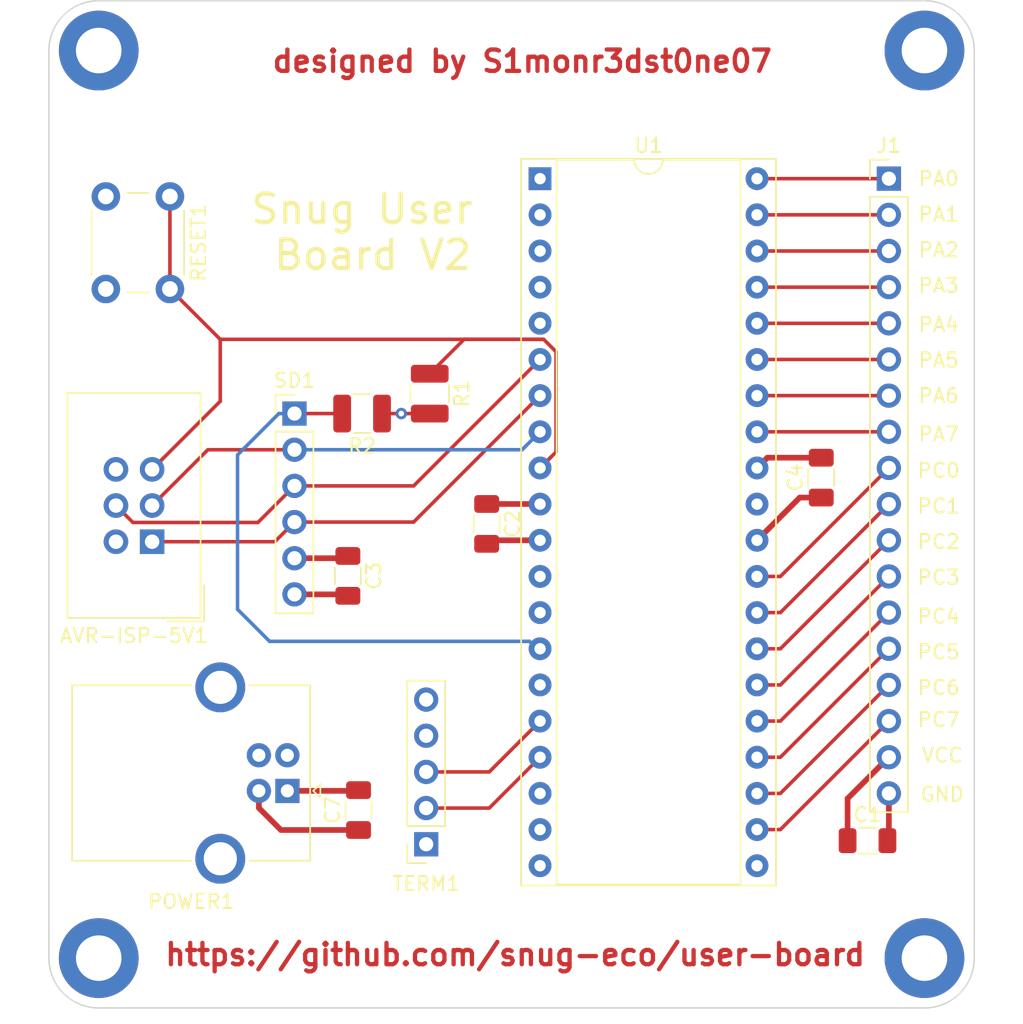
<source format=kicad_pcb>
(kicad_pcb (version 20171130) (host pcbnew "(5.1.5)-1")

  (general
    (thickness 1.6)
    (drawings 29)
    (tracks 98)
    (zones 0)
    (modules 18)
    (nets 41)
  )

  (page A4)
  (layers
    (0 F.Cu signal)
    (1 GND.Cu power hide)
    (2 VCC.Cu power hide)
    (31 B.Cu signal)
    (32 B.Adhes user)
    (33 F.Adhes user)
    (34 B.Paste user)
    (35 F.Paste user)
    (36 B.SilkS user)
    (37 F.SilkS user)
    (38 B.Mask user)
    (39 F.Mask user)
    (40 Dwgs.User user)
    (41 Cmts.User user)
    (42 Eco1.User user)
    (43 Eco2.User user)
    (44 Edge.Cuts user)
    (45 Margin user)
    (46 B.CrtYd user)
    (47 F.CrtYd user)
    (48 B.Fab user)
    (49 F.Fab user)
  )

  (setup
    (last_trace_width 0.25)
    (user_trace_width 0.4)
    (user_trace_width 0.8)
    (trace_clearance 0.2)
    (zone_clearance 0.508)
    (zone_45_only no)
    (trace_min 0.2)
    (via_size 0.8)
    (via_drill 0.4)
    (via_min_size 0.4)
    (via_min_drill 0.3)
    (uvia_size 0.3)
    (uvia_drill 0.1)
    (uvias_allowed no)
    (uvia_min_size 0.2)
    (uvia_min_drill 0.1)
    (edge_width 0.05)
    (segment_width 0.2)
    (pcb_text_width 0.3)
    (pcb_text_size 1.5 1.5)
    (mod_edge_width 0.12)
    (mod_text_size 1 1)
    (mod_text_width 0.15)
    (pad_size 1.524 1.524)
    (pad_drill 0.762)
    (pad_to_mask_clearance 0.051)
    (solder_mask_min_width 0.25)
    (aux_axis_origin 0 0)
    (visible_elements 7FFFFFFF)
    (pcbplotparams
      (layerselection 0x010fc_ffffffff)
      (usegerberextensions true)
      (usegerberattributes false)
      (usegerberadvancedattributes false)
      (creategerberjobfile false)
      (excludeedgelayer true)
      (linewidth 0.100000)
      (plotframeref false)
      (viasonmask false)
      (mode 1)
      (useauxorigin false)
      (hpglpennumber 1)
      (hpglpenspeed 20)
      (hpglpendiameter 15.000000)
      (psnegative false)
      (psa4output false)
      (plotreference true)
      (plotvalue false)
      (plotinvisibletext false)
      (padsonsilk false)
      (subtractmaskfromsilk true)
      (outputformat 1)
      (mirror false)
      (drillshape 0)
      (scaleselection 1)
      (outputdirectory "../gerbers/"))
  )

  (net 0 "")
  (net 1 GND)
  (net 2 +5V)
  (net 3 "Net-(J1-Pad16)")
  (net 4 "Net-(J1-Pad15)")
  (net 5 "Net-(J1-Pad14)")
  (net 6 "Net-(J1-Pad13)")
  (net 7 "Net-(J1-Pad12)")
  (net 8 "Net-(J1-Pad11)")
  (net 9 "Net-(J1-Pad10)")
  (net 10 "Net-(J1-Pad9)")
  (net 11 GP7)
  (net 12 GP6)
  (net 13 GP5)
  (net 14 GP4)
  (net 15 GP3)
  (net 16 GP2)
  (net 17 GP1)
  (net 18 GP0)
  (net 19 UTX)
  (net 20 URX)
  (net 21 RST)
  (net 22 MOSI)
  (net 23 SCK)
  (net 24 MISO)
  (net 25 CS)
  (net 26 "Net-(U1-Pad21)")
  (net 27 "Net-(U1-Pad20)")
  (net 28 "Net-(U1-Pad19)")
  (net 29 "Net-(U1-Pad18)")
  (net 30 "Net-(U1-Pad15)")
  (net 31 "Net-(U1-Pad13)")
  (net 32 "Net-(U1-Pad12)")
  (net 33 "Net-(U1-Pad5)")
  (net 34 "Net-(U1-Pad4)")
  (net 35 "Net-(U1-Pad3)")
  (net 36 "Net-(U1-Pad2)")
  (net 37 "Net-(U1-Pad1)")
  (net 38 "Net-(POWER1-Pad3)")
  (net 39 "Net-(POWER1-Pad2)")
  (net 40 "Net-(TERM1-Pad4)")

  (net_class Default "This is the default net class."
    (clearance 0.2)
    (trace_width 0.25)
    (via_dia 0.8)
    (via_drill 0.4)
    (uvia_dia 0.3)
    (uvia_drill 0.1)
    (add_net +5V)
    (add_net CS)
    (add_net GND)
    (add_net GP0)
    (add_net GP1)
    (add_net GP2)
    (add_net GP3)
    (add_net GP4)
    (add_net GP5)
    (add_net GP6)
    (add_net GP7)
    (add_net MISO)
    (add_net MOSI)
    (add_net "Net-(J1-Pad10)")
    (add_net "Net-(J1-Pad11)")
    (add_net "Net-(J1-Pad12)")
    (add_net "Net-(J1-Pad13)")
    (add_net "Net-(J1-Pad14)")
    (add_net "Net-(J1-Pad15)")
    (add_net "Net-(J1-Pad16)")
    (add_net "Net-(J1-Pad9)")
    (add_net "Net-(POWER1-Pad2)")
    (add_net "Net-(POWER1-Pad3)")
    (add_net "Net-(TERM1-Pad4)")
    (add_net "Net-(U1-Pad1)")
    (add_net "Net-(U1-Pad12)")
    (add_net "Net-(U1-Pad13)")
    (add_net "Net-(U1-Pad15)")
    (add_net "Net-(U1-Pad18)")
    (add_net "Net-(U1-Pad19)")
    (add_net "Net-(U1-Pad2)")
    (add_net "Net-(U1-Pad20)")
    (add_net "Net-(U1-Pad21)")
    (add_net "Net-(U1-Pad3)")
    (add_net "Net-(U1-Pad4)")
    (add_net "Net-(U1-Pad5)")
    (add_net RST)
    (add_net SCK)
    (add_net URX)
    (add_net UTX)
  )

  (module Resistor_SMD:R_1210_3225Metric (layer F.Cu) (tedit 5B301BBD) (tstamp 694AD382)
    (at 97.25 84.35 90)
    (descr "Resistor SMD 1210 (3225 Metric), square (rectangular) end terminal, IPC_7351 nominal, (Body size source: http://www.tortai-tech.com/upload/download/2011102023233369053.pdf), generated with kicad-footprint-generator")
    (tags resistor)
    (path /69406948)
    (attr smd)
    (fp_text reference R1 (at 0 2.25 90) (layer F.SilkS)
      (effects (font (size 1 1) (thickness 0.15)))
    )
    (fp_text value 100k (at 0 2.28 90) (layer F.Fab)
      (effects (font (size 1 1) (thickness 0.15)))
    )
    (fp_text user %R (at 0 0 90) (layer F.Fab)
      (effects (font (size 0.8 0.8) (thickness 0.12)))
    )
    (fp_line (start 2.28 1.58) (end -2.28 1.58) (layer F.CrtYd) (width 0.05))
    (fp_line (start 2.28 -1.58) (end 2.28 1.58) (layer F.CrtYd) (width 0.05))
    (fp_line (start -2.28 -1.58) (end 2.28 -1.58) (layer F.CrtYd) (width 0.05))
    (fp_line (start -2.28 1.58) (end -2.28 -1.58) (layer F.CrtYd) (width 0.05))
    (fp_line (start -0.602064 1.36) (end 0.602064 1.36) (layer F.SilkS) (width 0.12))
    (fp_line (start -0.602064 -1.36) (end 0.602064 -1.36) (layer F.SilkS) (width 0.12))
    (fp_line (start 1.6 1.25) (end -1.6 1.25) (layer F.Fab) (width 0.1))
    (fp_line (start 1.6 -1.25) (end 1.6 1.25) (layer F.Fab) (width 0.1))
    (fp_line (start -1.6 -1.25) (end 1.6 -1.25) (layer F.Fab) (width 0.1))
    (fp_line (start -1.6 1.25) (end -1.6 -1.25) (layer F.Fab) (width 0.1))
    (pad 2 smd roundrect (at 1.4 0 90) (size 1.25 2.65) (layers F.Cu F.Paste F.Mask) (roundrect_rratio 0.2)
      (net 21 RST))
    (pad 1 smd roundrect (at -1.4 0 90) (size 1.25 2.65) (layers F.Cu F.Paste F.Mask) (roundrect_rratio 0.2)
      (net 2 +5V))
    (model ${KISYS3DMOD}/Resistor_SMD.3dshapes/R_1210_3225Metric.wrl
      (at (xyz 0 0 0))
      (scale (xyz 1 1 1))
      (rotate (xyz 0 0 0))
    )
  )

  (module Package_DIP:DIP-40_W15.24mm_Socket (layer F.Cu) (tedit 5A02E8C5) (tstamp 694AD3EE)
    (at 105 69.25)
    (descr "40-lead though-hole mounted DIP package, row spacing 15.24 mm (600 mils), Socket")
    (tags "THT DIP DIL PDIP 2.54mm 15.24mm 600mil Socket")
    (path /692599B7)
    (fp_text reference U1 (at 7.62 -2.33) (layer F.SilkS)
      (effects (font (size 1 1) (thickness 0.15)))
    )
    (fp_text value ATmega1284P-PU (at 7.62 50.59) (layer F.Fab)
      (effects (font (size 1 1) (thickness 0.15)))
    )
    (fp_text user %R (at 7.62 24.13) (layer F.Fab)
      (effects (font (size 1 1) (thickness 0.15)))
    )
    (fp_line (start 16.8 -1.6) (end -1.55 -1.6) (layer F.CrtYd) (width 0.05))
    (fp_line (start 16.8 49.85) (end 16.8 -1.6) (layer F.CrtYd) (width 0.05))
    (fp_line (start -1.55 49.85) (end 16.8 49.85) (layer F.CrtYd) (width 0.05))
    (fp_line (start -1.55 -1.6) (end -1.55 49.85) (layer F.CrtYd) (width 0.05))
    (fp_line (start 16.57 -1.39) (end -1.33 -1.39) (layer F.SilkS) (width 0.12))
    (fp_line (start 16.57 49.65) (end 16.57 -1.39) (layer F.SilkS) (width 0.12))
    (fp_line (start -1.33 49.65) (end 16.57 49.65) (layer F.SilkS) (width 0.12))
    (fp_line (start -1.33 -1.39) (end -1.33 49.65) (layer F.SilkS) (width 0.12))
    (fp_line (start 14.08 -1.33) (end 8.62 -1.33) (layer F.SilkS) (width 0.12))
    (fp_line (start 14.08 49.59) (end 14.08 -1.33) (layer F.SilkS) (width 0.12))
    (fp_line (start 1.16 49.59) (end 14.08 49.59) (layer F.SilkS) (width 0.12))
    (fp_line (start 1.16 -1.33) (end 1.16 49.59) (layer F.SilkS) (width 0.12))
    (fp_line (start 6.62 -1.33) (end 1.16 -1.33) (layer F.SilkS) (width 0.12))
    (fp_line (start 16.51 -1.33) (end -1.27 -1.33) (layer F.Fab) (width 0.1))
    (fp_line (start 16.51 49.59) (end 16.51 -1.33) (layer F.Fab) (width 0.1))
    (fp_line (start -1.27 49.59) (end 16.51 49.59) (layer F.Fab) (width 0.1))
    (fp_line (start -1.27 -1.33) (end -1.27 49.59) (layer F.Fab) (width 0.1))
    (fp_line (start 0.255 -0.27) (end 1.255 -1.27) (layer F.Fab) (width 0.1))
    (fp_line (start 0.255 49.53) (end 0.255 -0.27) (layer F.Fab) (width 0.1))
    (fp_line (start 14.985 49.53) (end 0.255 49.53) (layer F.Fab) (width 0.1))
    (fp_line (start 14.985 -1.27) (end 14.985 49.53) (layer F.Fab) (width 0.1))
    (fp_line (start 1.255 -1.27) (end 14.985 -1.27) (layer F.Fab) (width 0.1))
    (fp_arc (start 7.62 -1.33) (end 6.62 -1.33) (angle -180) (layer F.SilkS) (width 0.12))
    (pad 40 thru_hole oval (at 15.24 0) (size 1.6 1.6) (drill 0.8) (layers *.Cu *.Mask)
      (net 18 GP0))
    (pad 20 thru_hole oval (at 0 48.26) (size 1.6 1.6) (drill 0.8) (layers *.Cu *.Mask)
      (net 27 "Net-(U1-Pad20)"))
    (pad 39 thru_hole oval (at 15.24 2.54) (size 1.6 1.6) (drill 0.8) (layers *.Cu *.Mask)
      (net 17 GP1))
    (pad 19 thru_hole oval (at 0 45.72) (size 1.6 1.6) (drill 0.8) (layers *.Cu *.Mask)
      (net 28 "Net-(U1-Pad19)"))
    (pad 38 thru_hole oval (at 15.24 5.08) (size 1.6 1.6) (drill 0.8) (layers *.Cu *.Mask)
      (net 16 GP2))
    (pad 18 thru_hole oval (at 0 43.18) (size 1.6 1.6) (drill 0.8) (layers *.Cu *.Mask)
      (net 29 "Net-(U1-Pad18)"))
    (pad 37 thru_hole oval (at 15.24 7.62) (size 1.6 1.6) (drill 0.8) (layers *.Cu *.Mask)
      (net 15 GP3))
    (pad 17 thru_hole oval (at 0 40.64) (size 1.6 1.6) (drill 0.8) (layers *.Cu *.Mask)
      (net 19 UTX))
    (pad 36 thru_hole oval (at 15.24 10.16) (size 1.6 1.6) (drill 0.8) (layers *.Cu *.Mask)
      (net 14 GP4))
    (pad 16 thru_hole oval (at 0 38.1) (size 1.6 1.6) (drill 0.8) (layers *.Cu *.Mask)
      (net 20 URX))
    (pad 35 thru_hole oval (at 15.24 12.7) (size 1.6 1.6) (drill 0.8) (layers *.Cu *.Mask)
      (net 13 GP5))
    (pad 15 thru_hole oval (at 0 35.56) (size 1.6 1.6) (drill 0.8) (layers *.Cu *.Mask)
      (net 30 "Net-(U1-Pad15)"))
    (pad 34 thru_hole oval (at 15.24 15.24) (size 1.6 1.6) (drill 0.8) (layers *.Cu *.Mask)
      (net 12 GP6))
    (pad 14 thru_hole oval (at 0 33.02) (size 1.6 1.6) (drill 0.8) (layers *.Cu *.Mask)
      (net 25 CS))
    (pad 33 thru_hole oval (at 15.24 17.78) (size 1.6 1.6) (drill 0.8) (layers *.Cu *.Mask)
      (net 11 GP7))
    (pad 13 thru_hole oval (at 0 30.48) (size 1.6 1.6) (drill 0.8) (layers *.Cu *.Mask)
      (net 31 "Net-(U1-Pad13)"))
    (pad 32 thru_hole oval (at 15.24 20.32) (size 1.6 1.6) (drill 0.8) (layers *.Cu *.Mask)
      (net 1 GND))
    (pad 12 thru_hole oval (at 0 27.94) (size 1.6 1.6) (drill 0.8) (layers *.Cu *.Mask)
      (net 32 "Net-(U1-Pad12)"))
    (pad 31 thru_hole oval (at 15.24 22.86) (size 1.6 1.6) (drill 0.8) (layers *.Cu *.Mask)
      (net 1 GND))
    (pad 11 thru_hole oval (at 0 25.4) (size 1.6 1.6) (drill 0.8) (layers *.Cu *.Mask)
      (net 1 GND))
    (pad 30 thru_hole oval (at 15.24 25.4) (size 1.6 1.6) (drill 0.8) (layers *.Cu *.Mask)
      (net 2 +5V))
    (pad 10 thru_hole oval (at 0 22.86) (size 1.6 1.6) (drill 0.8) (layers *.Cu *.Mask)
      (net 2 +5V))
    (pad 29 thru_hole oval (at 15.24 27.94) (size 1.6 1.6) (drill 0.8) (layers *.Cu *.Mask)
      (net 10 "Net-(J1-Pad9)"))
    (pad 9 thru_hole oval (at 0 20.32) (size 1.6 1.6) (drill 0.8) (layers *.Cu *.Mask)
      (net 21 RST))
    (pad 28 thru_hole oval (at 15.24 30.48) (size 1.6 1.6) (drill 0.8) (layers *.Cu *.Mask)
      (net 9 "Net-(J1-Pad10)"))
    (pad 8 thru_hole oval (at 0 17.78) (size 1.6 1.6) (drill 0.8) (layers *.Cu *.Mask)
      (net 23 SCK))
    (pad 27 thru_hole oval (at 15.24 33.02) (size 1.6 1.6) (drill 0.8) (layers *.Cu *.Mask)
      (net 8 "Net-(J1-Pad11)"))
    (pad 7 thru_hole oval (at 0 15.24) (size 1.6 1.6) (drill 0.8) (layers *.Cu *.Mask)
      (net 24 MISO))
    (pad 26 thru_hole oval (at 15.24 35.56) (size 1.6 1.6) (drill 0.8) (layers *.Cu *.Mask)
      (net 7 "Net-(J1-Pad12)"))
    (pad 6 thru_hole oval (at 0 12.7) (size 1.6 1.6) (drill 0.8) (layers *.Cu *.Mask)
      (net 22 MOSI))
    (pad 25 thru_hole oval (at 15.24 38.1) (size 1.6 1.6) (drill 0.8) (layers *.Cu *.Mask)
      (net 6 "Net-(J1-Pad13)"))
    (pad 5 thru_hole oval (at 0 10.16) (size 1.6 1.6) (drill 0.8) (layers *.Cu *.Mask)
      (net 33 "Net-(U1-Pad5)"))
    (pad 24 thru_hole oval (at 15.24 40.64) (size 1.6 1.6) (drill 0.8) (layers *.Cu *.Mask)
      (net 5 "Net-(J1-Pad14)"))
    (pad 4 thru_hole oval (at 0 7.62) (size 1.6 1.6) (drill 0.8) (layers *.Cu *.Mask)
      (net 34 "Net-(U1-Pad4)"))
    (pad 23 thru_hole oval (at 15.24 43.18) (size 1.6 1.6) (drill 0.8) (layers *.Cu *.Mask)
      (net 4 "Net-(J1-Pad15)"))
    (pad 3 thru_hole oval (at 0 5.08) (size 1.6 1.6) (drill 0.8) (layers *.Cu *.Mask)
      (net 35 "Net-(U1-Pad3)"))
    (pad 22 thru_hole oval (at 15.24 45.72) (size 1.6 1.6) (drill 0.8) (layers *.Cu *.Mask)
      (net 3 "Net-(J1-Pad16)"))
    (pad 2 thru_hole oval (at 0 2.54) (size 1.6 1.6) (drill 0.8) (layers *.Cu *.Mask)
      (net 36 "Net-(U1-Pad2)"))
    (pad 21 thru_hole oval (at 15.24 48.26) (size 1.6 1.6) (drill 0.8) (layers *.Cu *.Mask)
      (net 26 "Net-(U1-Pad21)"))
    (pad 1 thru_hole rect (at 0 0) (size 1.6 1.6) (drill 0.8) (layers *.Cu *.Mask)
      (net 37 "Net-(U1-Pad1)"))
    (model ${KISYS3DMOD}/Package_DIP.3dshapes/DIP-40_W15.24mm_Socket.wrl
      (at (xyz 0 0 0))
      (scale (xyz 1 1 1))
      (rotate (xyz 0 0 0))
    )
  )

  (module Button_Switch_THT:SW_PUSH_6mm_H4.3mm (layer F.Cu) (tedit 5A02FE31) (tstamp 694AD3B2)
    (at 79 70.5 270)
    (descr "tactile push button, 6x6mm e.g. PHAP33xx series, height=4.3mm")
    (tags "tact sw push 6mm")
    (path /6941B491)
    (fp_text reference RESET1 (at 3.25 -2 90) (layer F.SilkS)
      (effects (font (size 1 1) (thickness 0.15)))
    )
    (fp_text value SW1 (at 3.75 6.7 90) (layer F.Fab)
      (effects (font (size 1 1) (thickness 0.15)))
    )
    (fp_circle (center 3.25 2.25) (end 1.25 2.5) (layer F.Fab) (width 0.1))
    (fp_line (start 6.75 3) (end 6.75 1.5) (layer F.SilkS) (width 0.12))
    (fp_line (start 5.5 -1) (end 1 -1) (layer F.SilkS) (width 0.12))
    (fp_line (start -0.25 1.5) (end -0.25 3) (layer F.SilkS) (width 0.12))
    (fp_line (start 1 5.5) (end 5.5 5.5) (layer F.SilkS) (width 0.12))
    (fp_line (start 8 -1.25) (end 8 5.75) (layer F.CrtYd) (width 0.05))
    (fp_line (start 7.75 6) (end -1.25 6) (layer F.CrtYd) (width 0.05))
    (fp_line (start -1.5 5.75) (end -1.5 -1.25) (layer F.CrtYd) (width 0.05))
    (fp_line (start -1.25 -1.5) (end 7.75 -1.5) (layer F.CrtYd) (width 0.05))
    (fp_line (start -1.5 6) (end -1.25 6) (layer F.CrtYd) (width 0.05))
    (fp_line (start -1.5 5.75) (end -1.5 6) (layer F.CrtYd) (width 0.05))
    (fp_line (start -1.5 -1.5) (end -1.25 -1.5) (layer F.CrtYd) (width 0.05))
    (fp_line (start -1.5 -1.25) (end -1.5 -1.5) (layer F.CrtYd) (width 0.05))
    (fp_line (start 8 -1.5) (end 8 -1.25) (layer F.CrtYd) (width 0.05))
    (fp_line (start 7.75 -1.5) (end 8 -1.5) (layer F.CrtYd) (width 0.05))
    (fp_line (start 8 6) (end 8 5.75) (layer F.CrtYd) (width 0.05))
    (fp_line (start 7.75 6) (end 8 6) (layer F.CrtYd) (width 0.05))
    (fp_line (start 0.25 -0.75) (end 3.25 -0.75) (layer F.Fab) (width 0.1))
    (fp_line (start 0.25 5.25) (end 0.25 -0.75) (layer F.Fab) (width 0.1))
    (fp_line (start 6.25 5.25) (end 0.25 5.25) (layer F.Fab) (width 0.1))
    (fp_line (start 6.25 -0.75) (end 6.25 5.25) (layer F.Fab) (width 0.1))
    (fp_line (start 3.25 -0.75) (end 6.25 -0.75) (layer F.Fab) (width 0.1))
    (fp_text user %R (at 3.25 2.25 90) (layer F.Fab)
      (effects (font (size 1 1) (thickness 0.15)))
    )
    (pad 1 thru_hole circle (at 6.5 0) (size 2 2) (drill 1.1) (layers *.Cu *.Mask)
      (net 21 RST))
    (pad 2 thru_hole circle (at 6.5 4.5) (size 2 2) (drill 1.1) (layers *.Cu *.Mask)
      (net 1 GND))
    (pad 1 thru_hole circle (at 0 0) (size 2 2) (drill 1.1) (layers *.Cu *.Mask)
      (net 21 RST))
    (pad 2 thru_hole circle (at 0 4.5) (size 2 2) (drill 1.1) (layers *.Cu *.Mask)
      (net 1 GND))
    (model ${KISYS3DMOD}/Button_Switch_THT.3dshapes/SW_PUSH_6mm_H4.3mm.wrl
      (at (xyz 0 0 0))
      (scale (xyz 1 1 1))
      (rotate (xyz 0 0 0))
    )
  )

  (module Resistor_SMD:R_1210_3225Metric (layer F.Cu) (tedit 5B301BBD) (tstamp 694AD393)
    (at 92.5 85.75 180)
    (descr "Resistor SMD 1210 (3225 Metric), square (rectangular) end terminal, IPC_7351 nominal, (Body size source: http://www.tortai-tech.com/upload/download/2011102023233369053.pdf), generated with kicad-footprint-generator")
    (tags resistor)
    (path /694A906E)
    (attr smd)
    (fp_text reference R2 (at 0 -2.28) (layer F.SilkS)
      (effects (font (size 1 1) (thickness 0.15)))
    )
    (fp_text value 100k (at 0 2.28) (layer F.Fab)
      (effects (font (size 1 1) (thickness 0.15)))
    )
    (fp_text user %R (at 0 0) (layer F.Fab)
      (effects (font (size 0.8 0.8) (thickness 0.12)))
    )
    (fp_line (start 2.28 1.58) (end -2.28 1.58) (layer F.CrtYd) (width 0.05))
    (fp_line (start 2.28 -1.58) (end 2.28 1.58) (layer F.CrtYd) (width 0.05))
    (fp_line (start -2.28 -1.58) (end 2.28 -1.58) (layer F.CrtYd) (width 0.05))
    (fp_line (start -2.28 1.58) (end -2.28 -1.58) (layer F.CrtYd) (width 0.05))
    (fp_line (start -0.602064 1.36) (end 0.602064 1.36) (layer F.SilkS) (width 0.12))
    (fp_line (start -0.602064 -1.36) (end 0.602064 -1.36) (layer F.SilkS) (width 0.12))
    (fp_line (start 1.6 1.25) (end -1.6 1.25) (layer F.Fab) (width 0.1))
    (fp_line (start 1.6 -1.25) (end 1.6 1.25) (layer F.Fab) (width 0.1))
    (fp_line (start -1.6 -1.25) (end 1.6 -1.25) (layer F.Fab) (width 0.1))
    (fp_line (start -1.6 1.25) (end -1.6 -1.25) (layer F.Fab) (width 0.1))
    (pad 2 smd roundrect (at 1.4 0 180) (size 1.25 2.65) (layers F.Cu F.Paste F.Mask) (roundrect_rratio 0.2)
      (net 25 CS))
    (pad 1 smd roundrect (at -1.4 0 180) (size 1.25 2.65) (layers F.Cu F.Paste F.Mask) (roundrect_rratio 0.2)
      (net 2 +5V))
    (model ${KISYS3DMOD}/Resistor_SMD.3dshapes/R_1210_3225Metric.wrl
      (at (xyz 0 0 0))
      (scale (xyz 1 1 1))
      (rotate (xyz 0 0 0))
    )
  )

  (module Connector_USB:USB_B_OST_USB-B1HSxx_Horizontal (layer F.Cu) (tedit 5AFE01FF) (tstamp 694AD371)
    (at 87.25 112.25 180)
    (descr "USB B receptacle, Horizontal, through-hole, http://www.on-shore.com/wp-content/uploads/2015/09/usb-b1hsxx.pdf")
    (tags "USB-B receptacle horizontal through-hole")
    (path /694B1DCC)
    (fp_text reference POWER1 (at 6.76 -7.77) (layer F.SilkS)
      (effects (font (size 1 1) (thickness 0.15)))
    )
    (fp_text value USB_B (at 6.76 10.27) (layer F.Fab)
      (effects (font (size 1 1) (thickness 0.15)))
    )
    (fp_text user %R (at 6.76 1.25) (layer F.Fab)
      (effects (font (size 1 1) (thickness 0.15)))
    )
    (fp_line (start 15.51 -7.02) (end -1.99 -7.02) (layer F.CrtYd) (width 0.05))
    (fp_line (start 15.51 9.52) (end 15.51 -7.02) (layer F.CrtYd) (width 0.05))
    (fp_line (start -1.99 9.52) (end 15.51 9.52) (layer F.CrtYd) (width 0.05))
    (fp_line (start -1.99 -7.02) (end -1.99 9.52) (layer F.CrtYd) (width 0.05))
    (fp_line (start -2.32 0.5) (end -1.82 0) (layer F.SilkS) (width 0.12))
    (fp_line (start -2.32 -0.5) (end -2.32 0.5) (layer F.SilkS) (width 0.12))
    (fp_line (start -1.82 0) (end -2.32 -0.5) (layer F.SilkS) (width 0.12))
    (fp_line (start 15.12 7.41) (end 6.76 7.41) (layer F.SilkS) (width 0.12))
    (fp_line (start 15.12 -4.91) (end 15.12 7.41) (layer F.SilkS) (width 0.12))
    (fp_line (start 6.76 -4.91) (end 15.12 -4.91) (layer F.SilkS) (width 0.12))
    (fp_line (start -1.6 7.41) (end 2.66 7.41) (layer F.SilkS) (width 0.12))
    (fp_line (start -1.6 -4.91) (end -1.6 7.41) (layer F.SilkS) (width 0.12))
    (fp_line (start 2.66 -4.91) (end -1.6 -4.91) (layer F.SilkS) (width 0.12))
    (fp_line (start -1.49 -3.8) (end -0.49 -4.8) (layer F.Fab) (width 0.1))
    (fp_line (start -1.49 7.3) (end -1.49 -3.8) (layer F.Fab) (width 0.1))
    (fp_line (start 15.01 7.3) (end -1.49 7.3) (layer F.Fab) (width 0.1))
    (fp_line (start 15.01 -4.8) (end 15.01 7.3) (layer F.Fab) (width 0.1))
    (fp_line (start -0.49 -4.8) (end 15.01 -4.8) (layer F.Fab) (width 0.1))
    (pad 5 thru_hole circle (at 4.71 7.27 180) (size 3.5 3.5) (drill 2.33) (layers *.Cu *.Mask)
      (net 1 GND))
    (pad 5 thru_hole circle (at 4.71 -4.77 180) (size 3.5 3.5) (drill 2.33) (layers *.Cu *.Mask)
      (net 1 GND))
    (pad 4 thru_hole circle (at 2 0 180) (size 1.7 1.7) (drill 0.92) (layers *.Cu *.Mask)
      (net 1 GND))
    (pad 3 thru_hole circle (at 2 2.5 180) (size 1.7 1.7) (drill 0.92) (layers *.Cu *.Mask)
      (net 38 "Net-(POWER1-Pad3)"))
    (pad 2 thru_hole circle (at 0 2.5 180) (size 1.7 1.7) (drill 0.92) (layers *.Cu *.Mask)
      (net 39 "Net-(POWER1-Pad2)"))
    (pad 1 thru_hole rect (at 0 0 180) (size 1.7 1.7) (drill 0.92) (layers *.Cu *.Mask)
      (net 2 +5V))
    (model ${KISYS3DMOD}/Connector_USB.3dshapes/USB_B_OST_USB-B1HSxx_Horizontal.wrl
      (at (xyz 0 0 0))
      (scale (xyz 1 1 1))
      (rotate (xyz 0 0 0))
    )
  )

  (module Connector_PinHeader_2.54mm:PinHeader_1x06_P2.54mm_Vertical (layer F.Cu) (tedit 59FED5CC) (tstamp 694AD354)
    (at 87.75 85.75)
    (descr "Through hole straight pin header, 1x06, 2.54mm pitch, single row")
    (tags "Through hole pin header THT 1x06 2.54mm single row")
    (path /694A83AD)
    (fp_text reference SD1 (at 0 -2.33) (layer F.SilkS)
      (effects (font (size 1 1) (thickness 0.15)))
    )
    (fp_text value Conn_01x06_Female (at 0 15.03) (layer F.Fab)
      (effects (font (size 1 1) (thickness 0.15)))
    )
    (fp_text user %R (at 0 6.35 90) (layer F.Fab)
      (effects (font (size 1 1) (thickness 0.15)))
    )
    (fp_line (start 1.8 -1.8) (end -1.8 -1.8) (layer F.CrtYd) (width 0.05))
    (fp_line (start 1.8 14.5) (end 1.8 -1.8) (layer F.CrtYd) (width 0.05))
    (fp_line (start -1.8 14.5) (end 1.8 14.5) (layer F.CrtYd) (width 0.05))
    (fp_line (start -1.8 -1.8) (end -1.8 14.5) (layer F.CrtYd) (width 0.05))
    (fp_line (start -1.33 -1.33) (end 0 -1.33) (layer F.SilkS) (width 0.12))
    (fp_line (start -1.33 0) (end -1.33 -1.33) (layer F.SilkS) (width 0.12))
    (fp_line (start -1.33 1.27) (end 1.33 1.27) (layer F.SilkS) (width 0.12))
    (fp_line (start 1.33 1.27) (end 1.33 14.03) (layer F.SilkS) (width 0.12))
    (fp_line (start -1.33 1.27) (end -1.33 14.03) (layer F.SilkS) (width 0.12))
    (fp_line (start -1.33 14.03) (end 1.33 14.03) (layer F.SilkS) (width 0.12))
    (fp_line (start -1.27 -0.635) (end -0.635 -1.27) (layer F.Fab) (width 0.1))
    (fp_line (start -1.27 13.97) (end -1.27 -0.635) (layer F.Fab) (width 0.1))
    (fp_line (start 1.27 13.97) (end -1.27 13.97) (layer F.Fab) (width 0.1))
    (fp_line (start 1.27 -1.27) (end 1.27 13.97) (layer F.Fab) (width 0.1))
    (fp_line (start -0.635 -1.27) (end 1.27 -1.27) (layer F.Fab) (width 0.1))
    (pad 6 thru_hole oval (at 0 12.7) (size 1.7 1.7) (drill 1) (layers *.Cu *.Mask)
      (net 1 GND))
    (pad 5 thru_hole oval (at 0 10.16) (size 1.7 1.7) (drill 1) (layers *.Cu *.Mask)
      (net 2 +5V))
    (pad 4 thru_hole oval (at 0 7.62) (size 1.7 1.7) (drill 1) (layers *.Cu *.Mask)
      (net 24 MISO))
    (pad 3 thru_hole oval (at 0 5.08) (size 1.7 1.7) (drill 1) (layers *.Cu *.Mask)
      (net 22 MOSI))
    (pad 2 thru_hole oval (at 0 2.54) (size 1.7 1.7) (drill 1) (layers *.Cu *.Mask)
      (net 23 SCK))
    (pad 1 thru_hole rect (at 0 0) (size 1.7 1.7) (drill 1) (layers *.Cu *.Mask)
      (net 25 CS))
    (model ${KISYS3DMOD}/Connector_PinHeader_2.54mm.3dshapes/PinHeader_1x06_P2.54mm_Vertical.wrl
      (at (xyz 0 0 0))
      (scale (xyz 1 1 1))
      (rotate (xyz 0 0 0))
    )
  )

  (module Connector_IDC:IDC-Header_2x03_P2.54mm_Vertical (layer F.Cu) (tedit 59DE0819) (tstamp 694AD33A)
    (at 77.75 94.75 180)
    (descr "Through hole straight IDC box header, 2x03, 2.54mm pitch, double rows")
    (tags "Through hole IDC box header THT 2x03 2.54mm double row")
    (path /694727BC)
    (fp_text reference AVR-ISP-5V1 (at 1.27 -6.604) (layer F.SilkS)
      (effects (font (size 1 1) (thickness 0.15)))
    )
    (fp_text value AVR-ISP-6 (at 1.27 11.684) (layer F.Fab)
      (effects (font (size 1 1) (thickness 0.15)))
    )
    (fp_line (start -3.655 -5.6) (end -1.115 -5.6) (layer F.SilkS) (width 0.12))
    (fp_line (start -3.655 -5.6) (end -3.655 -3.06) (layer F.SilkS) (width 0.12))
    (fp_line (start -3.405 -5.35) (end 5.945 -5.35) (layer F.SilkS) (width 0.12))
    (fp_line (start -3.405 10.43) (end -3.405 -5.35) (layer F.SilkS) (width 0.12))
    (fp_line (start 5.945 10.43) (end -3.405 10.43) (layer F.SilkS) (width 0.12))
    (fp_line (start 5.945 -5.35) (end 5.945 10.43) (layer F.SilkS) (width 0.12))
    (fp_line (start -3.41 -5.35) (end 5.95 -5.35) (layer F.CrtYd) (width 0.05))
    (fp_line (start -3.41 10.43) (end -3.41 -5.35) (layer F.CrtYd) (width 0.05))
    (fp_line (start 5.95 10.43) (end -3.41 10.43) (layer F.CrtYd) (width 0.05))
    (fp_line (start 5.95 -5.35) (end 5.95 10.43) (layer F.CrtYd) (width 0.05))
    (fp_line (start -3.155 10.18) (end -2.605 9.62) (layer F.Fab) (width 0.1))
    (fp_line (start -3.155 -5.1) (end -2.605 -4.56) (layer F.Fab) (width 0.1))
    (fp_line (start 5.695 10.18) (end 5.145 9.62) (layer F.Fab) (width 0.1))
    (fp_line (start 5.695 -5.1) (end 5.145 -4.56) (layer F.Fab) (width 0.1))
    (fp_line (start 5.145 9.62) (end -2.605 9.62) (layer F.Fab) (width 0.1))
    (fp_line (start 5.695 10.18) (end -3.155 10.18) (layer F.Fab) (width 0.1))
    (fp_line (start 5.145 -4.56) (end -2.605 -4.56) (layer F.Fab) (width 0.1))
    (fp_line (start 5.695 -5.1) (end -3.155 -5.1) (layer F.Fab) (width 0.1))
    (fp_line (start -2.605 4.79) (end -3.155 4.79) (layer F.Fab) (width 0.1))
    (fp_line (start -2.605 0.29) (end -3.155 0.29) (layer F.Fab) (width 0.1))
    (fp_line (start -2.605 4.79) (end -2.605 9.62) (layer F.Fab) (width 0.1))
    (fp_line (start -2.605 -4.56) (end -2.605 0.29) (layer F.Fab) (width 0.1))
    (fp_line (start -3.155 -5.1) (end -3.155 10.18) (layer F.Fab) (width 0.1))
    (fp_line (start 5.145 -4.56) (end 5.145 9.62) (layer F.Fab) (width 0.1))
    (fp_line (start 5.695 -5.1) (end 5.695 10.18) (layer F.Fab) (width 0.1))
    (fp_text user %R (at 1.27 2.54) (layer F.Fab)
      (effects (font (size 1 1) (thickness 0.15)))
    )
    (pad 6 thru_hole oval (at 2.54 5.08 180) (size 1.7272 1.7272) (drill 1.016) (layers *.Cu *.Mask)
      (net 1 GND))
    (pad 5 thru_hole oval (at 0 5.08 180) (size 1.7272 1.7272) (drill 1.016) (layers *.Cu *.Mask)
      (net 21 RST))
    (pad 4 thru_hole oval (at 2.54 2.54 180) (size 1.7272 1.7272) (drill 1.016) (layers *.Cu *.Mask)
      (net 22 MOSI))
    (pad 3 thru_hole oval (at 0 2.54 180) (size 1.7272 1.7272) (drill 1.016) (layers *.Cu *.Mask)
      (net 23 SCK))
    (pad 2 thru_hole oval (at 2.54 0 180) (size 1.7272 1.7272) (drill 1.016) (layers *.Cu *.Mask)
      (net 2 +5V))
    (pad 1 thru_hole rect (at 0 0 180) (size 1.7272 1.7272) (drill 1.016) (layers *.Cu *.Mask)
      (net 24 MISO))
    (model ${KISYS3DMOD}/Connector_IDC.3dshapes/IDC-Header_2x03_P2.54mm_Vertical.wrl
      (at (xyz 0 0 0))
      (scale (xyz 1 1 1))
      (rotate (xyz 0 0 0))
    )
  )

  (module Connector_PinSocket_2.54mm:PinSocket_1x05_P2.54mm_Vertical (layer F.Cu) (tedit 5A19A420) (tstamp 694AD316)
    (at 97 116 180)
    (descr "Through hole straight socket strip, 1x05, 2.54mm pitch, single row (from Kicad 4.0.7), script generated")
    (tags "Through hole socket strip THT 1x05 2.54mm single row")
    (path /6952CA83)
    (fp_text reference TERM1 (at 0 -2.77) (layer F.SilkS)
      (effects (font (size 1 1) (thickness 0.15)))
    )
    (fp_text value Conn_01x05_Female (at 0 12.93) (layer F.Fab)
      (effects (font (size 1 1) (thickness 0.15)))
    )
    (fp_text user %R (at 0 5.08 90) (layer F.Fab)
      (effects (font (size 1 1) (thickness 0.15)))
    )
    (fp_line (start -1.8 11.9) (end -1.8 -1.8) (layer F.CrtYd) (width 0.05))
    (fp_line (start 1.75 11.9) (end -1.8 11.9) (layer F.CrtYd) (width 0.05))
    (fp_line (start 1.75 -1.8) (end 1.75 11.9) (layer F.CrtYd) (width 0.05))
    (fp_line (start -1.8 -1.8) (end 1.75 -1.8) (layer F.CrtYd) (width 0.05))
    (fp_line (start 0 -1.33) (end 1.33 -1.33) (layer F.SilkS) (width 0.12))
    (fp_line (start 1.33 -1.33) (end 1.33 0) (layer F.SilkS) (width 0.12))
    (fp_line (start 1.33 1.27) (end 1.33 11.49) (layer F.SilkS) (width 0.12))
    (fp_line (start -1.33 11.49) (end 1.33 11.49) (layer F.SilkS) (width 0.12))
    (fp_line (start -1.33 1.27) (end -1.33 11.49) (layer F.SilkS) (width 0.12))
    (fp_line (start -1.33 1.27) (end 1.33 1.27) (layer F.SilkS) (width 0.12))
    (fp_line (start -1.27 11.43) (end -1.27 -1.27) (layer F.Fab) (width 0.1))
    (fp_line (start 1.27 11.43) (end -1.27 11.43) (layer F.Fab) (width 0.1))
    (fp_line (start 1.27 -0.635) (end 1.27 11.43) (layer F.Fab) (width 0.1))
    (fp_line (start 0.635 -1.27) (end 1.27 -0.635) (layer F.Fab) (width 0.1))
    (fp_line (start -1.27 -1.27) (end 0.635 -1.27) (layer F.Fab) (width 0.1))
    (pad 5 thru_hole oval (at 0 10.16 180) (size 1.7 1.7) (drill 1) (layers *.Cu *.Mask)
      (net 2 +5V))
    (pad 4 thru_hole oval (at 0 7.62 180) (size 1.7 1.7) (drill 1) (layers *.Cu *.Mask)
      (net 40 "Net-(TERM1-Pad4)"))
    (pad 3 thru_hole oval (at 0 5.08 180) (size 1.7 1.7) (drill 1) (layers *.Cu *.Mask)
      (net 20 URX))
    (pad 2 thru_hole oval (at 0 2.54 180) (size 1.7 1.7) (drill 1) (layers *.Cu *.Mask)
      (net 19 UTX))
    (pad 1 thru_hole rect (at 0 0 180) (size 1.7 1.7) (drill 1) (layers *.Cu *.Mask)
      (net 1 GND))
    (model ${KISYS3DMOD}/Connector_PinSocket_2.54mm.3dshapes/PinSocket_1x05_P2.54mm_Vertical.wrl
      (at (xyz 0 0 0))
      (scale (xyz 1 1 1))
      (rotate (xyz 0 0 0))
    )
  )

  (module Connector_PinHeader_2.54mm:PinHeader_1x18_P2.54mm_Vertical (layer F.Cu) (tedit 59FED5CC) (tstamp 694AD2FD)
    (at 129.5 69.25)
    (descr "Through hole straight pin header, 1x18, 2.54mm pitch, single row")
    (tags "Through hole pin header THT 1x18 2.54mm single row")
    (path /694C7C83)
    (fp_text reference J1 (at 0 -2.33) (layer F.SilkS)
      (effects (font (size 1 1) (thickness 0.15)))
    )
    (fp_text value Conn_01x18_Female (at 0 45.51) (layer F.Fab)
      (effects (font (size 1 1) (thickness 0.15)))
    )
    (fp_text user %R (at 0 21.59 90) (layer F.Fab)
      (effects (font (size 1 1) (thickness 0.15)))
    )
    (fp_line (start 1.8 -1.8) (end -1.8 -1.8) (layer F.CrtYd) (width 0.05))
    (fp_line (start 1.8 44.95) (end 1.8 -1.8) (layer F.CrtYd) (width 0.05))
    (fp_line (start -1.8 44.95) (end 1.8 44.95) (layer F.CrtYd) (width 0.05))
    (fp_line (start -1.8 -1.8) (end -1.8 44.95) (layer F.CrtYd) (width 0.05))
    (fp_line (start -1.33 -1.33) (end 0 -1.33) (layer F.SilkS) (width 0.12))
    (fp_line (start -1.33 0) (end -1.33 -1.33) (layer F.SilkS) (width 0.12))
    (fp_line (start -1.33 1.27) (end 1.33 1.27) (layer F.SilkS) (width 0.12))
    (fp_line (start 1.33 1.27) (end 1.33 44.51) (layer F.SilkS) (width 0.12))
    (fp_line (start -1.33 1.27) (end -1.33 44.51) (layer F.SilkS) (width 0.12))
    (fp_line (start -1.33 44.51) (end 1.33 44.51) (layer F.SilkS) (width 0.12))
    (fp_line (start -1.27 -0.635) (end -0.635 -1.27) (layer F.Fab) (width 0.1))
    (fp_line (start -1.27 44.45) (end -1.27 -0.635) (layer F.Fab) (width 0.1))
    (fp_line (start 1.27 44.45) (end -1.27 44.45) (layer F.Fab) (width 0.1))
    (fp_line (start 1.27 -1.27) (end 1.27 44.45) (layer F.Fab) (width 0.1))
    (fp_line (start -0.635 -1.27) (end 1.27 -1.27) (layer F.Fab) (width 0.1))
    (pad 18 thru_hole oval (at 0 43.18) (size 1.7 1.7) (drill 1) (layers *.Cu *.Mask)
      (net 1 GND))
    (pad 17 thru_hole oval (at 0 40.64) (size 1.7 1.7) (drill 1) (layers *.Cu *.Mask)
      (net 2 +5V))
    (pad 16 thru_hole oval (at 0 38.1) (size 1.7 1.7) (drill 1) (layers *.Cu *.Mask)
      (net 3 "Net-(J1-Pad16)"))
    (pad 15 thru_hole oval (at 0 35.56) (size 1.7 1.7) (drill 1) (layers *.Cu *.Mask)
      (net 4 "Net-(J1-Pad15)"))
    (pad 14 thru_hole oval (at 0 33.02) (size 1.7 1.7) (drill 1) (layers *.Cu *.Mask)
      (net 5 "Net-(J1-Pad14)"))
    (pad 13 thru_hole oval (at 0 30.48) (size 1.7 1.7) (drill 1) (layers *.Cu *.Mask)
      (net 6 "Net-(J1-Pad13)"))
    (pad 12 thru_hole oval (at 0 27.94) (size 1.7 1.7) (drill 1) (layers *.Cu *.Mask)
      (net 7 "Net-(J1-Pad12)"))
    (pad 11 thru_hole oval (at 0 25.4) (size 1.7 1.7) (drill 1) (layers *.Cu *.Mask)
      (net 8 "Net-(J1-Pad11)"))
    (pad 10 thru_hole oval (at 0 22.86) (size 1.7 1.7) (drill 1) (layers *.Cu *.Mask)
      (net 9 "Net-(J1-Pad10)"))
    (pad 9 thru_hole oval (at 0 20.32) (size 1.7 1.7) (drill 1) (layers *.Cu *.Mask)
      (net 10 "Net-(J1-Pad9)"))
    (pad 8 thru_hole oval (at 0 17.78) (size 1.7 1.7) (drill 1) (layers *.Cu *.Mask)
      (net 11 GP7))
    (pad 7 thru_hole oval (at 0 15.24) (size 1.7 1.7) (drill 1) (layers *.Cu *.Mask)
      (net 12 GP6))
    (pad 6 thru_hole oval (at 0 12.7) (size 1.7 1.7) (drill 1) (layers *.Cu *.Mask)
      (net 13 GP5))
    (pad 5 thru_hole oval (at 0 10.16) (size 1.7 1.7) (drill 1) (layers *.Cu *.Mask)
      (net 14 GP4))
    (pad 4 thru_hole oval (at 0 7.62) (size 1.7 1.7) (drill 1) (layers *.Cu *.Mask)
      (net 15 GP3))
    (pad 3 thru_hole oval (at 0 5.08) (size 1.7 1.7) (drill 1) (layers *.Cu *.Mask)
      (net 16 GP2))
    (pad 2 thru_hole oval (at 0 2.54) (size 1.7 1.7) (drill 1) (layers *.Cu *.Mask)
      (net 17 GP1))
    (pad 1 thru_hole rect (at 0 0) (size 1.7 1.7) (drill 1) (layers *.Cu *.Mask)
      (net 18 GP0))
    (model ${KISYS3DMOD}/Connector_PinHeader_2.54mm.3dshapes/PinHeader_1x18_P2.54mm_Vertical.wrl
      (at (xyz 0 0 0))
      (scale (xyz 1 1 1))
      (rotate (xyz 0 0 0))
    )
  )

  (module MountingHole:MountingHole_3.2mm_M3_DIN965_Pad (layer F.Cu) (tedit 56D1B4CB) (tstamp 694AD2D7)
    (at 74 124)
    (descr "Mounting Hole 3.2mm, M3, DIN965")
    (tags "mounting hole 3.2mm m3 din965")
    (path /6936D0AE)
    (attr virtual)
    (fp_text reference H4 (at 0 -3.8) (layer F.SilkS) hide
      (effects (font (size 1 1) (thickness 0.15)))
    )
    (fp_text value MountingHole_Pad (at 0 3.8) (layer F.Fab)
      (effects (font (size 1 1) (thickness 0.15)))
    )
    (fp_circle (center 0 0) (end 3.05 0) (layer F.CrtYd) (width 0.05))
    (fp_circle (center 0 0) (end 2.8 0) (layer Cmts.User) (width 0.15))
    (fp_text user %R (at 0.3 0) (layer F.Fab)
      (effects (font (size 1 1) (thickness 0.15)))
    )
    (pad 1 thru_hole circle (at 0 0) (size 5.6 5.6) (drill 3.2) (layers *.Cu *.Mask)
      (net 1 GND))
  )

  (module MountingHole:MountingHole_3.2mm_M3_DIN965_Pad (layer F.Cu) (tedit 56D1B4CB) (tstamp 694AD2CF)
    (at 74 60.25)
    (descr "Mounting Hole 3.2mm, M3, DIN965")
    (tags "mounting hole 3.2mm m3 din965")
    (path /69368BF9)
    (attr virtual)
    (fp_text reference H3 (at 0 -3.8) (layer F.SilkS) hide
      (effects (font (size 1 1) (thickness 0.15)))
    )
    (fp_text value MountingHole_Pad (at 0 3.8) (layer F.Fab)
      (effects (font (size 1 1) (thickness 0.15)))
    )
    (fp_circle (center 0 0) (end 3.05 0) (layer F.CrtYd) (width 0.05))
    (fp_circle (center 0 0) (end 2.8 0) (layer Cmts.User) (width 0.15))
    (fp_text user %R (at 0.3 0) (layer F.Fab)
      (effects (font (size 1 1) (thickness 0.15)))
    )
    (pad 1 thru_hole circle (at 0 0) (size 5.6 5.6) (drill 3.2) (layers *.Cu *.Mask)
      (net 1 GND))
  )

  (module MountingHole:MountingHole_3.2mm_M3_DIN965_Pad (layer F.Cu) (tedit 56D1B4CB) (tstamp 694AD2C7)
    (at 132 124)
    (descr "Mounting Hole 3.2mm, M3, DIN965")
    (tags "mounting hole 3.2mm m3 din965")
    (path /6936D0A2)
    (attr virtual)
    (fp_text reference H2 (at 0 -3.8) (layer F.SilkS) hide
      (effects (font (size 1 1) (thickness 0.15)))
    )
    (fp_text value MountingHole_Pad (at 0 3.8) (layer F.Fab)
      (effects (font (size 1 1) (thickness 0.15)))
    )
    (fp_circle (center 0 0) (end 3.05 0) (layer F.CrtYd) (width 0.05))
    (fp_circle (center 0 0) (end 2.8 0) (layer Cmts.User) (width 0.15))
    (fp_text user %R (at 0.3 0) (layer F.Fab)
      (effects (font (size 1 1) (thickness 0.15)))
    )
    (pad 1 thru_hole circle (at 0 0) (size 5.6 5.6) (drill 3.2) (layers *.Cu *.Mask)
      (net 1 GND))
  )

  (module MountingHole:MountingHole_3.2mm_M3_DIN965_Pad (layer F.Cu) (tedit 56D1B4CB) (tstamp 694AD2BF)
    (at 132 60.25)
    (descr "Mounting Hole 3.2mm, M3, DIN965")
    (tags "mounting hole 3.2mm m3 din965")
    (path /6933B7A1)
    (attr virtual)
    (fp_text reference H1 (at 0 -3.8) (layer F.SilkS) hide
      (effects (font (size 1 1) (thickness 0.15)))
    )
    (fp_text value MountingHole_Pad (at 0 3.8) (layer F.Fab)
      (effects (font (size 1 1) (thickness 0.15)))
    )
    (fp_circle (center 0 0) (end 3.05 0) (layer F.CrtYd) (width 0.05))
    (fp_circle (center 0 0) (end 2.8 0) (layer Cmts.User) (width 0.15))
    (fp_text user %R (at 0.3 0) (layer F.Fab)
      (effects (font (size 1 1) (thickness 0.15)))
    )
    (pad 1 thru_hole circle (at 0 0) (size 5.6 5.6) (drill 3.2) (layers *.Cu *.Mask)
      (net 1 GND))
  )

  (module Capacitor_SMD:C_1206_3216Metric (layer F.Cu) (tedit 5B301BBE) (tstamp 694AD2B7)
    (at 92.25 113.6 90)
    (descr "Capacitor SMD 1206 (3216 Metric), square (rectangular) end terminal, IPC_7351 nominal, (Body size source: http://www.tortai-tech.com/upload/download/2011102023233369053.pdf), generated with kicad-footprint-generator")
    (tags capacitor)
    (path /692C9AB5)
    (attr smd)
    (fp_text reference C7 (at 0 -1.82 90) (layer F.SilkS)
      (effects (font (size 1 1) (thickness 0.15)))
    )
    (fp_text value 10u (at 0 1.82 90) (layer F.Fab)
      (effects (font (size 1 1) (thickness 0.15)))
    )
    (fp_text user %R (at 0 0 90) (layer F.Fab)
      (effects (font (size 0.8 0.8) (thickness 0.12)))
    )
    (fp_line (start 2.28 1.12) (end -2.28 1.12) (layer F.CrtYd) (width 0.05))
    (fp_line (start 2.28 -1.12) (end 2.28 1.12) (layer F.CrtYd) (width 0.05))
    (fp_line (start -2.28 -1.12) (end 2.28 -1.12) (layer F.CrtYd) (width 0.05))
    (fp_line (start -2.28 1.12) (end -2.28 -1.12) (layer F.CrtYd) (width 0.05))
    (fp_line (start -0.602064 0.91) (end 0.602064 0.91) (layer F.SilkS) (width 0.12))
    (fp_line (start -0.602064 -0.91) (end 0.602064 -0.91) (layer F.SilkS) (width 0.12))
    (fp_line (start 1.6 0.8) (end -1.6 0.8) (layer F.Fab) (width 0.1))
    (fp_line (start 1.6 -0.8) (end 1.6 0.8) (layer F.Fab) (width 0.1))
    (fp_line (start -1.6 -0.8) (end 1.6 -0.8) (layer F.Fab) (width 0.1))
    (fp_line (start -1.6 0.8) (end -1.6 -0.8) (layer F.Fab) (width 0.1))
    (pad 2 smd roundrect (at 1.4 0 90) (size 1.25 1.75) (layers F.Cu F.Paste F.Mask) (roundrect_rratio 0.2)
      (net 2 +5V))
    (pad 1 smd roundrect (at -1.4 0 90) (size 1.25 1.75) (layers F.Cu F.Paste F.Mask) (roundrect_rratio 0.2)
      (net 1 GND))
    (model ${KISYS3DMOD}/Capacitor_SMD.3dshapes/C_1206_3216Metric.wrl
      (at (xyz 0 0 0))
      (scale (xyz 1 1 1))
      (rotate (xyz 0 0 0))
    )
  )

  (module Capacitor_SMD:C_1206_3216Metric (layer F.Cu) (tedit 5B301BBE) (tstamp 694AD2A6)
    (at 124.75 90.25 90)
    (descr "Capacitor SMD 1206 (3216 Metric), square (rectangular) end terminal, IPC_7351 nominal, (Body size source: http://www.tortai-tech.com/upload/download/2011102023233369053.pdf), generated with kicad-footprint-generator")
    (tags capacitor)
    (path /6937311A)
    (attr smd)
    (fp_text reference C4 (at 0 -1.82 90) (layer F.SilkS)
      (effects (font (size 1 1) (thickness 0.15)))
    )
    (fp_text value 1u (at 0 1.82 90) (layer F.Fab)
      (effects (font (size 1 1) (thickness 0.15)))
    )
    (fp_text user %R (at 0 0 90) (layer F.Fab)
      (effects (font (size 0.8 0.8) (thickness 0.12)))
    )
    (fp_line (start 2.28 1.12) (end -2.28 1.12) (layer F.CrtYd) (width 0.05))
    (fp_line (start 2.28 -1.12) (end 2.28 1.12) (layer F.CrtYd) (width 0.05))
    (fp_line (start -2.28 -1.12) (end 2.28 -1.12) (layer F.CrtYd) (width 0.05))
    (fp_line (start -2.28 1.12) (end -2.28 -1.12) (layer F.CrtYd) (width 0.05))
    (fp_line (start -0.602064 0.91) (end 0.602064 0.91) (layer F.SilkS) (width 0.12))
    (fp_line (start -0.602064 -0.91) (end 0.602064 -0.91) (layer F.SilkS) (width 0.12))
    (fp_line (start 1.6 0.8) (end -1.6 0.8) (layer F.Fab) (width 0.1))
    (fp_line (start 1.6 -0.8) (end 1.6 0.8) (layer F.Fab) (width 0.1))
    (fp_line (start -1.6 -0.8) (end 1.6 -0.8) (layer F.Fab) (width 0.1))
    (fp_line (start -1.6 0.8) (end -1.6 -0.8) (layer F.Fab) (width 0.1))
    (pad 2 smd roundrect (at 1.4 0 90) (size 1.25 1.75) (layers F.Cu F.Paste F.Mask) (roundrect_rratio 0.2)
      (net 1 GND))
    (pad 1 smd roundrect (at -1.4 0 90) (size 1.25 1.75) (layers F.Cu F.Paste F.Mask) (roundrect_rratio 0.2)
      (net 2 +5V))
    (model ${KISYS3DMOD}/Capacitor_SMD.3dshapes/C_1206_3216Metric.wrl
      (at (xyz 0 0 0))
      (scale (xyz 1 1 1))
      (rotate (xyz 0 0 0))
    )
  )

  (module Capacitor_SMD:C_1206_3216Metric (layer F.Cu) (tedit 5B301BBE) (tstamp 694AD295)
    (at 91.5 97.15 270)
    (descr "Capacitor SMD 1206 (3216 Metric), square (rectangular) end terminal, IPC_7351 nominal, (Body size source: http://www.tortai-tech.com/upload/download/2011102023233369053.pdf), generated with kicad-footprint-generator")
    (tags capacitor)
    (path /6937EC03)
    (attr smd)
    (fp_text reference C3 (at 0 -1.82 90) (layer F.SilkS)
      (effects (font (size 1 1) (thickness 0.15)))
    )
    (fp_text value 1u (at 0 1.82 90) (layer F.Fab)
      (effects (font (size 1 1) (thickness 0.15)))
    )
    (fp_text user %R (at 0 0 90) (layer F.Fab)
      (effects (font (size 0.8 0.8) (thickness 0.12)))
    )
    (fp_line (start 2.28 1.12) (end -2.28 1.12) (layer F.CrtYd) (width 0.05))
    (fp_line (start 2.28 -1.12) (end 2.28 1.12) (layer F.CrtYd) (width 0.05))
    (fp_line (start -2.28 -1.12) (end 2.28 -1.12) (layer F.CrtYd) (width 0.05))
    (fp_line (start -2.28 1.12) (end -2.28 -1.12) (layer F.CrtYd) (width 0.05))
    (fp_line (start -0.602064 0.91) (end 0.602064 0.91) (layer F.SilkS) (width 0.12))
    (fp_line (start -0.602064 -0.91) (end 0.602064 -0.91) (layer F.SilkS) (width 0.12))
    (fp_line (start 1.6 0.8) (end -1.6 0.8) (layer F.Fab) (width 0.1))
    (fp_line (start 1.6 -0.8) (end 1.6 0.8) (layer F.Fab) (width 0.1))
    (fp_line (start -1.6 -0.8) (end 1.6 -0.8) (layer F.Fab) (width 0.1))
    (fp_line (start -1.6 0.8) (end -1.6 -0.8) (layer F.Fab) (width 0.1))
    (pad 2 smd roundrect (at 1.4 0 270) (size 1.25 1.75) (layers F.Cu F.Paste F.Mask) (roundrect_rratio 0.2)
      (net 1 GND))
    (pad 1 smd roundrect (at -1.4 0 270) (size 1.25 1.75) (layers F.Cu F.Paste F.Mask) (roundrect_rratio 0.2)
      (net 2 +5V))
    (model ${KISYS3DMOD}/Capacitor_SMD.3dshapes/C_1206_3216Metric.wrl
      (at (xyz 0 0 0))
      (scale (xyz 1 1 1))
      (rotate (xyz 0 0 0))
    )
  )

  (module Capacitor_SMD:C_1206_3216Metric (layer F.Cu) (tedit 5B301BBE) (tstamp 694AD284)
    (at 101.25 93.5 270)
    (descr "Capacitor SMD 1206 (3216 Metric), square (rectangular) end terminal, IPC_7351 nominal, (Body size source: http://www.tortai-tech.com/upload/download/2011102023233369053.pdf), generated with kicad-footprint-generator")
    (tags capacitor)
    (path /693961B9)
    (attr smd)
    (fp_text reference C2 (at 0 -1.82 90) (layer F.SilkS)
      (effects (font (size 1 1) (thickness 0.15)))
    )
    (fp_text value 1u (at 0 1.82 90) (layer F.Fab)
      (effects (font (size 1 1) (thickness 0.15)))
    )
    (fp_text user %R (at 0 0 90) (layer F.Fab)
      (effects (font (size 0.8 0.8) (thickness 0.12)))
    )
    (fp_line (start 2.28 1.12) (end -2.28 1.12) (layer F.CrtYd) (width 0.05))
    (fp_line (start 2.28 -1.12) (end 2.28 1.12) (layer F.CrtYd) (width 0.05))
    (fp_line (start -2.28 -1.12) (end 2.28 -1.12) (layer F.CrtYd) (width 0.05))
    (fp_line (start -2.28 1.12) (end -2.28 -1.12) (layer F.CrtYd) (width 0.05))
    (fp_line (start -0.602064 0.91) (end 0.602064 0.91) (layer F.SilkS) (width 0.12))
    (fp_line (start -0.602064 -0.91) (end 0.602064 -0.91) (layer F.SilkS) (width 0.12))
    (fp_line (start 1.6 0.8) (end -1.6 0.8) (layer F.Fab) (width 0.1))
    (fp_line (start 1.6 -0.8) (end 1.6 0.8) (layer F.Fab) (width 0.1))
    (fp_line (start -1.6 -0.8) (end 1.6 -0.8) (layer F.Fab) (width 0.1))
    (fp_line (start -1.6 0.8) (end -1.6 -0.8) (layer F.Fab) (width 0.1))
    (pad 2 smd roundrect (at 1.4 0 270) (size 1.25 1.75) (layers F.Cu F.Paste F.Mask) (roundrect_rratio 0.2)
      (net 1 GND))
    (pad 1 smd roundrect (at -1.4 0 270) (size 1.25 1.75) (layers F.Cu F.Paste F.Mask) (roundrect_rratio 0.2)
      (net 2 +5V))
    (model ${KISYS3DMOD}/Capacitor_SMD.3dshapes/C_1206_3216Metric.wrl
      (at (xyz 0 0 0))
      (scale (xyz 1 1 1))
      (rotate (xyz 0 0 0))
    )
  )

  (module Capacitor_SMD:C_1206_3216Metric (layer F.Cu) (tedit 5B301BBE) (tstamp 694AD273)
    (at 128 115.75)
    (descr "Capacitor SMD 1206 (3216 Metric), square (rectangular) end terminal, IPC_7351 nominal, (Body size source: http://www.tortai-tech.com/upload/download/2011102023233369053.pdf), generated with kicad-footprint-generator")
    (tags capacitor)
    (path /69399652)
    (attr smd)
    (fp_text reference C1 (at 0 -1.82) (layer F.SilkS)
      (effects (font (size 1 1) (thickness 0.15)))
    )
    (fp_text value 1u (at 0 1.82) (layer F.Fab)
      (effects (font (size 1 1) (thickness 0.15)))
    )
    (fp_text user %R (at 0 0) (layer F.Fab)
      (effects (font (size 0.8 0.8) (thickness 0.12)))
    )
    (fp_line (start 2.28 1.12) (end -2.28 1.12) (layer F.CrtYd) (width 0.05))
    (fp_line (start 2.28 -1.12) (end 2.28 1.12) (layer F.CrtYd) (width 0.05))
    (fp_line (start -2.28 -1.12) (end 2.28 -1.12) (layer F.CrtYd) (width 0.05))
    (fp_line (start -2.28 1.12) (end -2.28 -1.12) (layer F.CrtYd) (width 0.05))
    (fp_line (start -0.602064 0.91) (end 0.602064 0.91) (layer F.SilkS) (width 0.12))
    (fp_line (start -0.602064 -0.91) (end 0.602064 -0.91) (layer F.SilkS) (width 0.12))
    (fp_line (start 1.6 0.8) (end -1.6 0.8) (layer F.Fab) (width 0.1))
    (fp_line (start 1.6 -0.8) (end 1.6 0.8) (layer F.Fab) (width 0.1))
    (fp_line (start -1.6 -0.8) (end 1.6 -0.8) (layer F.Fab) (width 0.1))
    (fp_line (start -1.6 0.8) (end -1.6 -0.8) (layer F.Fab) (width 0.1))
    (pad 2 smd roundrect (at 1.4 0) (size 1.25 1.75) (layers F.Cu F.Paste F.Mask) (roundrect_rratio 0.2)
      (net 1 GND))
    (pad 1 smd roundrect (at -1.4 0) (size 1.25 1.75) (layers F.Cu F.Paste F.Mask) (roundrect_rratio 0.2)
      (net 2 +5V))
    (model ${KISYS3DMOD}/Capacitor_SMD.3dshapes/C_1206_3216Metric.wrl
      (at (xyz 0 0 0))
      (scale (xyz 1 1 1))
      (rotate (xyz 0 0 0))
    )
  )

  (gr_text "GND\n" (at 133.25 112.5) (layer F.SilkS)
    (effects (font (size 1 1) (thickness 0.15)))
  )
  (gr_text VCC (at 133.25 109.75) (layer F.SilkS)
    (effects (font (size 1 1) (thickness 0.15)))
  )
  (gr_text "PC6\n" (at 133 105) (layer F.SilkS) (tstamp 694B200A)
    (effects (font (size 1 1) (thickness 0.15)))
  )
  (gr_text "PC4\n" (at 133 100) (layer F.SilkS) (tstamp 694B2009)
    (effects (font (size 1 1) (thickness 0.15)))
  )
  (gr_text "PC3\n" (at 133 97.25) (layer F.SilkS) (tstamp 694B2008)
    (effects (font (size 1 1) (thickness 0.15)))
  )
  (gr_text PC7 (at 133 107.25) (layer F.SilkS) (tstamp 694B2007)
    (effects (font (size 1 1) (thickness 0.15)))
  )
  (gr_text "PC1\n" (at 133 92.25) (layer F.SilkS) (tstamp 694B2006)
    (effects (font (size 1 1) (thickness 0.15)))
  )
  (gr_text "PC0\n" (at 133 89.75) (layer F.SilkS) (tstamp 694B2005)
    (effects (font (size 1 1) (thickness 0.15)))
  )
  (gr_text "PC5\n" (at 133 102.5) (layer F.SilkS) (tstamp 694B2004)
    (effects (font (size 1 1) (thickness 0.15)))
  )
  (gr_text "PC2\n" (at 133 94.75) (layer F.SilkS) (tstamp 694B2003)
    (effects (font (size 1 1) (thickness 0.15)))
  )
  (gr_text "PA7\n\n" (at 133 88) (layer F.SilkS) (tstamp 694B1CBF)
    (effects (font (size 1 1) (thickness 0.15)))
  )
  (gr_text "PA6\n" (at 133 84.5) (layer F.SilkS) (tstamp 694B1CBF)
    (effects (font (size 1 1) (thickness 0.15)))
  )
  (gr_text "PA5\n" (at 133 82) (layer F.SilkS) (tstamp 694B1CBF)
    (effects (font (size 1 1) (thickness 0.15)))
  )
  (gr_text "PA4\n" (at 133 79.5) (layer F.SilkS) (tstamp 694B1CBF)
    (effects (font (size 1 1) (thickness 0.15)))
  )
  (gr_text "PA3\n" (at 133 76.75) (layer F.SilkS) (tstamp 694B1CBF)
    (effects (font (size 1 1) (thickness 0.15)))
  )
  (gr_text "PA2\n" (at 133 74.25) (layer F.SilkS) (tstamp 694B1CBF)
    (effects (font (size 1 1) (thickness 0.15)))
  )
  (gr_text "PA1\n" (at 133 71.75) (layer F.SilkS) (tstamp 694B1CBF)
    (effects (font (size 1 1) (thickness 0.15)))
  )
  (gr_text "PA0\n" (at 133 69.25) (layer F.SilkS)
    (effects (font (size 1 1) (thickness 0.15)))
  )
  (gr_text https://github.com/snug-eco/user-board (at 103.25 123.75) (layer F.Cu)
    (effects (font (size 1.5 1.5) (thickness 0.3)))
  )
  (gr_text "designed by S1monr3dst0ne07\n" (at 103.75 61) (layer F.Cu)
    (effects (font (size 1.5 1.5) (thickness 0.3)))
  )
  (gr_arc (start 132 60.25) (end 135.5 60.25) (angle -90) (layer Edge.Cuts) (width 0.1) (tstamp 694B1068))
  (gr_arc (start 132 124) (end 132 127.5) (angle -90) (layer Edge.Cuts) (width 0.1) (tstamp 694B1067))
  (gr_arc (start 74 124) (end 70.5 124) (angle -90) (layer Edge.Cuts) (width 0.1) (tstamp 694B1066))
  (gr_arc (start 74 60.25) (end 74 56.75) (angle -90) (layer Edge.Cuts) (width 0.1) (tstamp 694B1065))
  (gr_text "Snug User \nBoard V2" (at 93.25 73) (layer F.SilkS)
    (effects (font (size 2 2) (thickness 0.3)))
  )
  (gr_line (start 135.5 60.25) (end 135.5 124) (layer Edge.Cuts) (width 0.1))
  (gr_line (start 74 56.75) (end 132 56.75) (layer Edge.Cuts) (width 0.1))
  (gr_line (start 70.5 124) (end 70.5 60.25) (layer Edge.Cuts) (width 0.1))
  (gr_line (start 132 127.5) (end 74 127.5) (layer Edge.Cuts) (width 0.1))

  (segment (start 91.4 98.45) (end 91.5 98.55) (width 0.4) (layer F.Cu) (net 1))
  (segment (start 87.75 98.45) (end 91.4 98.45) (width 0.4) (layer F.Cu) (net 1))
  (segment (start 85.25 113.452081) (end 85.25 112.25) (width 0.4) (layer F.Cu) (net 1))
  (segment (start 86.797919 115) (end 85.25 113.452081) (width 0.4) (layer F.Cu) (net 1))
  (segment (start 92.25 115) (end 86.797919 115) (width 0.4) (layer F.Cu) (net 1))
  (segment (start 120.96 88.85) (end 120.24 89.57) (width 0.4) (layer F.Cu) (net 1))
  (segment (start 124.75 88.85) (end 120.96 88.85) (width 0.4) (layer F.Cu) (net 1))
  (segment (start 129.5 115.65) (end 129.4 115.75) (width 0.4) (layer F.Cu) (net 1))
  (segment (start 129.5 112.43) (end 129.5 115.65) (width 0.4) (layer F.Cu) (net 1))
  (segment (start 101.5 94.65) (end 101.25 94.9) (width 0.4) (layer F.Cu) (net 1))
  (segment (start 105 94.65) (end 101.5 94.65) (width 0.4) (layer F.Cu) (net 1))
  (via (at 95.25 85.75) (size 0.8) (drill 0.4) (layers F.Cu B.Cu) (net 2))
  (segment (start 95.25 85.75) (end 97.25 85.75) (width 0.25) (layer F.Cu) (net 2))
  (segment (start 95.25 85.75) (end 93.9 85.75) (width 0.25) (layer F.Cu) (net 2))
  (segment (start 91.34 95.91) (end 91.5 95.75) (width 0.4) (layer F.Cu) (net 2))
  (segment (start 87.75 95.91) (end 91.34 95.91) (width 0.4) (layer F.Cu) (net 2))
  (segment (start 92.2 112.25) (end 92.25 112.2) (width 0.4) (layer F.Cu) (net 2))
  (segment (start 87.25 112.25) (end 92.2 112.25) (width 0.4) (layer F.Cu) (net 2))
  (segment (start 129.46 109.85) (end 129.5 109.89) (width 0.4) (layer F.Cu) (net 2))
  (segment (start 123.24 91.65) (end 120.24 94.65) (width 0.4) (layer F.Cu) (net 2))
  (segment (start 124.75 91.65) (end 123.24 91.65) (width 0.4) (layer F.Cu) (net 2))
  (segment (start 126.6 112.79) (end 126.6 115.75) (width 0.4) (layer F.Cu) (net 2))
  (segment (start 129.5 109.89) (end 126.6 112.79) (width 0.4) (layer F.Cu) (net 2))
  (segment (start 104.99 92.1) (end 105 92.11) (width 0.4) (layer F.Cu) (net 2))
  (segment (start 101.25 92.1) (end 104.99 92.1) (width 0.4) (layer F.Cu) (net 2))
  (segment (start 121.88 114.97) (end 129.5 107.35) (width 0.25) (layer F.Cu) (net 3))
  (segment (start 120.24 114.97) (end 121.88 114.97) (width 0.25) (layer F.Cu) (net 3))
  (segment (start 121.88 112.43) (end 129.5 104.81) (width 0.25) (layer F.Cu) (net 4))
  (segment (start 120.24 112.43) (end 121.88 112.43) (width 0.25) (layer F.Cu) (net 4))
  (segment (start 121.88 109.89) (end 129.5 102.27) (width 0.25) (layer F.Cu) (net 5))
  (segment (start 120.24 109.89) (end 121.88 109.89) (width 0.25) (layer F.Cu) (net 5))
  (segment (start 121.88 107.35) (end 129.5 99.73) (width 0.25) (layer F.Cu) (net 6))
  (segment (start 120.24 107.35) (end 121.88 107.35) (width 0.25) (layer F.Cu) (net 6))
  (segment (start 121.88 104.81) (end 129.5 97.19) (width 0.25) (layer F.Cu) (net 7))
  (segment (start 120.24 104.81) (end 121.88 104.81) (width 0.25) (layer F.Cu) (net 7))
  (segment (start 121.88 102.27) (end 129.5 94.65) (width 0.25) (layer F.Cu) (net 8))
  (segment (start 120.24 102.27) (end 121.88 102.27) (width 0.25) (layer F.Cu) (net 8))
  (segment (start 129.5 92.11) (end 129.39 92.11) (width 0.25) (layer F.Cu) (net 9))
  (segment (start 129.5 92.11) (end 127.61 94) (width 0.25) (layer F.Cu) (net 9))
  (segment (start 121.88 99.73) (end 129.5 92.11) (width 0.25) (layer F.Cu) (net 9))
  (segment (start 120.24 99.73) (end 121.88 99.73) (width 0.25) (layer F.Cu) (net 9))
  (segment (start 121.88 97.19) (end 120.24 97.19) (width 0.25) (layer F.Cu) (net 10))
  (segment (start 129.5 89.57) (end 121.88 97.19) (width 0.25) (layer F.Cu) (net 10))
  (segment (start 128.297919 87.03) (end 120.24 87.03) (width 0.25) (layer F.Cu) (net 11))
  (segment (start 129.5 87.03) (end 128.297919 87.03) (width 0.25) (layer F.Cu) (net 11))
  (segment (start 121.37137 84.49) (end 129.5 84.49) (width 0.25) (layer F.Cu) (net 12))
  (segment (start 120.24 84.49) (end 121.37137 84.49) (width 0.25) (layer F.Cu) (net 12))
  (segment (start 128.297919 81.95) (end 120.24 81.95) (width 0.25) (layer F.Cu) (net 13))
  (segment (start 129.5 81.95) (end 128.297919 81.95) (width 0.25) (layer F.Cu) (net 13))
  (segment (start 120.24 79.41) (end 129.5 79.41) (width 0.25) (layer F.Cu) (net 14))
  (segment (start 128.297919 76.87) (end 120.24 76.87) (width 0.25) (layer F.Cu) (net 15))
  (segment (start 129.5 76.87) (end 128.297919 76.87) (width 0.25) (layer F.Cu) (net 15))
  (segment (start 120.24 74.33) (end 129.5 74.33) (width 0.25) (layer F.Cu) (net 16))
  (segment (start 129.5 71.79) (end 120.24 71.79) (width 0.25) (layer F.Cu) (net 17))
  (segment (start 121.37137 69.25) (end 129.5 69.25) (width 0.25) (layer F.Cu) (net 18))
  (segment (start 120.24 69.25) (end 121.37137 69.25) (width 0.25) (layer F.Cu) (net 18))
  (segment (start 101.43 113.46) (end 105 109.89) (width 0.25) (layer F.Cu) (net 19))
  (segment (start 97 113.46) (end 101.43 113.46) (width 0.25) (layer F.Cu) (net 19))
  (segment (start 96.94 110.86) (end 97 110.92) (width 0.25) (layer F.Cu) (net 20))
  (segment (start 104.94 107.29) (end 105 107.35) (width 0.25) (layer F.Cu) (net 20))
  (segment (start 101.43 110.92) (end 105 107.35) (width 0.25) (layer F.Cu) (net 20))
  (segment (start 97 110.92) (end 101.43 110.92) (width 0.25) (layer F.Cu) (net 20))
  (segment (start 78.613599 88.806401) (end 77.75 89.67) (width 0.25) (layer F.Cu) (net 21))
  (segment (start 105.799999 88.770001) (end 105 89.57) (width 0.25) (layer F.Cu) (net 21))
  (segment (start 79 77) (end 79 77.25) (width 0.25) (layer F.Cu) (net 21))
  (segment (start 79 77.25) (end 79 70.5) (width 0.25) (layer F.Cu) (net 21))
  (segment (start 79.999999 77.999999) (end 79 77) (width 0.25) (layer F.Cu) (net 21))
  (segment (start 82.535001 80.535001) (end 79.999999 77.999999) (width 0.25) (layer F.Cu) (net 21))
  (segment (start 106.125001 81.409999) (end 105.250003 80.535001) (width 0.25) (layer F.Cu) (net 21))
  (segment (start 106.125001 88.444999) (end 106.125001 81.409999) (width 0.25) (layer F.Cu) (net 21))
  (segment (start 105 89.57) (end 106.125001 88.444999) (width 0.25) (layer F.Cu) (net 21))
  (segment (start 82.535001 84.884999) (end 77.75 89.67) (width 0.25) (layer F.Cu) (net 21))
  (segment (start 82.535001 80.535001) (end 82.535001 84.884999) (width 0.25) (layer F.Cu) (net 21))
  (segment (start 105.250003 80.535001) (end 82.535001 80.535001) (width 0.25) (layer F.Cu) (net 21))
  (segment (start 99.664999 80.535001) (end 97.25 82.95) (width 0.25) (layer F.Cu) (net 21))
  (segment (start 105.250003 80.535001) (end 99.664999 80.535001) (width 0.25) (layer F.Cu) (net 21))
  (segment (start 96.12 90.83) (end 87.75 90.83) (width 0.25) (layer F.Cu) (net 22))
  (segment (start 105 81.95) (end 96.12 90.83) (width 0.25) (layer F.Cu) (net 22))
  (segment (start 76.073599 93.073599) (end 75.21 92.21) (width 0.25) (layer F.Cu) (net 22))
  (segment (start 76.398601 93.398601) (end 76.073599 93.073599) (width 0.25) (layer F.Cu) (net 22))
  (segment (start 85.181399 93.398601) (end 76.398601 93.398601) (width 0.25) (layer F.Cu) (net 22))
  (segment (start 87.75 90.83) (end 85.181399 93.398601) (width 0.25) (layer F.Cu) (net 22))
  (segment (start 81.67 88.29) (end 77.75 92.21) (width 0.25) (layer F.Cu) (net 23))
  (segment (start 87.75 88.29) (end 81.67 88.29) (width 0.25) (layer F.Cu) (net 23))
  (segment (start 103.74 88.29) (end 105 87.03) (width 0.25) (layer B.Cu) (net 23))
  (segment (start 87.75 88.29) (end 103.74 88.29) (width 0.25) (layer B.Cu) (net 23))
  (segment (start 96.12 93.37) (end 87.75 93.37) (width 0.25) (layer F.Cu) (net 24))
  (segment (start 105 84.49) (end 96.12 93.37) (width 0.25) (layer F.Cu) (net 24))
  (segment (start 86.37 94.75) (end 77.75 94.75) (width 0.25) (layer F.Cu) (net 24))
  (segment (start 87.75 93.37) (end 86.37 94.75) (width 0.25) (layer F.Cu) (net 24))
  (segment (start 91.1 85.75) (end 87.75 85.75) (width 0.25) (layer F.Cu) (net 25))
  (segment (start 86.65 85.75) (end 87.75 85.75) (width 0.25) (layer B.Cu) (net 25))
  (segment (start 83.75 88.65) (end 86.65 85.75) (width 0.25) (layer B.Cu) (net 25))
  (segment (start 105 102.27) (end 104.77 102.27) (width 0.25) (layer B.Cu) (net 25))
  (segment (start 104.25 101.75) (end 86 101.75) (width 0.25) (layer B.Cu) (net 25))
  (segment (start 104.77 102.27) (end 104.25 101.75) (width 0.25) (layer B.Cu) (net 25))
  (segment (start 86 101.75) (end 83.75 99.5) (width 0.25) (layer B.Cu) (net 25))
  (segment (start 83.75 99.5) (end 83.75 88.65) (width 0.25) (layer B.Cu) (net 25))

  (zone (net 1) (net_name GND) (layer GND.Cu) (tstamp 6928C74E) (hatch edge 0.508)
    (connect_pads (clearance 0.508))
    (min_thickness 0.254)
    (fill yes (arc_segments 32) (thermal_gap 0.508) (thermal_bridge_width 0.508))
    (polygon
      (pts
        (xy 197.358 142.494) (xy 17.526 142.748) (xy 17.018 23.622) (xy 197.612 23.622)
      )
    )
    (filled_polygon
      (pts
        (xy 129.763124 57.833519) (xy 132 60.070395) (xy 132.014143 60.056253) (xy 132.193748 60.235858) (xy 132.179605 60.25)
        (xy 134.416481 62.486876) (xy 134.815 62.209603) (xy 134.815001 122.040398) (xy 134.416481 121.763124) (xy 132.179605 124)
        (xy 132.193748 124.014143) (xy 132.014143 124.193748) (xy 132 124.179605) (xy 129.763124 126.416481) (xy 130.040397 126.815)
        (xy 75.959603 126.815) (xy 76.236876 126.416481) (xy 74 124.179605) (xy 73.985858 124.193748) (xy 73.806253 124.014143)
        (xy 73.820395 124) (xy 74.179605 124) (xy 76.416481 126.236876) (xy 76.865177 125.924692) (xy 77.185612 125.328741)
        (xy 77.383626 124.681727) (xy 77.45161 124.008516) (xy 77.449975 123.991484) (xy 128.54839 123.991484) (xy 128.613051 124.665023)
        (xy 128.80787 125.313006) (xy 129.125361 125.91053) (xy 129.134823 125.924692) (xy 129.583519 126.236876) (xy 131.820395 124)
        (xy 129.583519 121.763124) (xy 129.134823 122.075308) (xy 128.814388 122.671259) (xy 128.616374 123.318273) (xy 128.54839 123.991484)
        (xy 77.449975 123.991484) (xy 77.386949 123.334977) (xy 77.19213 122.686994) (xy 76.874639 122.08947) (xy 76.865177 122.075308)
        (xy 76.416481 121.763124) (xy 74.179605 124) (xy 73.820395 124) (xy 71.583519 121.763124) (xy 71.185 122.040397)
        (xy 71.185 121.583519) (xy 71.763124 121.583519) (xy 74 123.820395) (xy 76.236876 121.583519) (xy 129.763124 121.583519)
        (xy 132 123.820395) (xy 134.236876 121.583519) (xy 133.924692 121.134823) (xy 133.328741 120.814388) (xy 132.681727 120.616374)
        (xy 132.008516 120.54839) (xy 131.334977 120.613051) (xy 130.686994 120.80787) (xy 130.08947 121.125361) (xy 130.075308 121.134823)
        (xy 129.763124 121.583519) (xy 76.236876 121.583519) (xy 75.924692 121.134823) (xy 75.328741 120.814388) (xy 74.681727 120.616374)
        (xy 74.008516 120.54839) (xy 73.334977 120.613051) (xy 72.686994 120.80787) (xy 72.08947 121.125361) (xy 72.075308 121.134823)
        (xy 71.763124 121.583519) (xy 71.185 121.583519) (xy 71.185 118.689609) (xy 81.049997 118.689609) (xy 81.236073 119.030766)
        (xy 81.653409 119.246513) (xy 82.104815 119.376696) (xy 82.572946 119.416313) (xy 83.039811 119.363842) (xy 83.487468 119.221297)
        (xy 83.843927 119.030766) (xy 84.030003 118.689609) (xy 82.54 117.199605) (xy 81.049997 118.689609) (xy 71.185 118.689609)
        (xy 71.185 117.052946) (xy 80.143687 117.052946) (xy 80.196158 117.519811) (xy 80.338703 117.967468) (xy 80.529234 118.323927)
        (xy 80.870391 118.510003) (xy 82.360395 117.02) (xy 82.719605 117.02) (xy 84.209609 118.510003) (xy 84.550766 118.323927)
        (xy 84.766513 117.906591) (xy 84.896696 117.455185) (xy 84.936313 116.987054) (xy 84.92091 116.85) (xy 95.511928 116.85)
        (xy 95.524188 116.974482) (xy 95.560498 117.09418) (xy 95.619463 117.204494) (xy 95.698815 117.301185) (xy 95.795506 117.380537)
        (xy 95.90582 117.439502) (xy 96.025518 117.475812) (xy 96.15 117.488072) (xy 96.71425 117.485) (xy 96.873 117.32625)
        (xy 96.873 116.127) (xy 97.127 116.127) (xy 97.127 117.32625) (xy 97.28575 117.485) (xy 97.85 117.488072)
        (xy 97.974482 117.475812) (xy 98.09418 117.439502) (xy 98.204494 117.380537) (xy 98.301185 117.301185) (xy 98.380537 117.204494)
        (xy 98.439502 117.09418) (xy 98.475812 116.974482) (xy 98.488072 116.85) (xy 98.485 116.28575) (xy 98.32625 116.127)
        (xy 97.127 116.127) (xy 96.873 116.127) (xy 95.67375 116.127) (xy 95.515 116.28575) (xy 95.511928 116.85)
        (xy 84.92091 116.85) (xy 84.883842 116.520189) (xy 84.741297 116.072532) (xy 84.550766 115.716073) (xy 84.209609 115.529997)
        (xy 82.719605 117.02) (xy 82.360395 117.02) (xy 80.870391 115.529997) (xy 80.529234 115.716073) (xy 80.313487 116.133409)
        (xy 80.183304 116.584815) (xy 80.143687 117.052946) (xy 71.185 117.052946) (xy 71.185 115.350391) (xy 81.049997 115.350391)
        (xy 82.54 116.840395) (xy 84.030003 115.350391) (xy 83.920705 115.15) (xy 95.511928 115.15) (xy 95.515 115.71425)
        (xy 95.67375 115.873) (xy 96.873 115.873) (xy 96.873 115.853) (xy 97.127 115.853) (xy 97.127 115.873)
        (xy 98.32625 115.873) (xy 98.485 115.71425) (xy 98.488072 115.15) (xy 98.475812 115.025518) (xy 98.439502 114.90582)
        (xy 98.380537 114.795506) (xy 98.301185 114.698815) (xy 98.204494 114.619463) (xy 98.09418 114.560498) (xy 98.02162 114.538487)
        (xy 98.153475 114.406632) (xy 98.31599 114.163411) (xy 98.427932 113.893158) (xy 98.485 113.60626) (xy 98.485 113.31374)
        (xy 98.427932 113.026842) (xy 98.31599 112.756589) (xy 98.153475 112.513368) (xy 97.946632 112.306525) (xy 97.77224 112.19)
        (xy 97.946632 112.073475) (xy 98.153475 111.866632) (xy 98.31599 111.623411) (xy 98.427932 111.353158) (xy 98.485 111.06626)
        (xy 98.485 110.77374) (xy 98.427932 110.486842) (xy 98.31599 110.216589) (xy 98.153475 109.973368) (xy 97.946632 109.766525)
        (xy 97.77224 109.65) (xy 97.946632 109.533475) (xy 98.153475 109.326632) (xy 98.31599 109.083411) (xy 98.427932 108.813158)
        (xy 98.485 108.52626) (xy 98.485 108.23374) (xy 98.427932 107.946842) (xy 98.31599 107.676589) (xy 98.153475 107.433368)
        (xy 97.946632 107.226525) (xy 97.77224 107.11) (xy 97.946632 106.993475) (xy 98.153475 106.786632) (xy 98.31599 106.543411)
        (xy 98.427932 106.273158) (xy 98.485 105.98626) (xy 98.485 105.69374) (xy 98.427932 105.406842) (xy 98.31599 105.136589)
        (xy 98.153475 104.893368) (xy 97.946632 104.686525) (xy 97.703411 104.52401) (xy 97.433158 104.412068) (xy 97.14626 104.355)
        (xy 96.85374 104.355) (xy 96.566842 104.412068) (xy 96.296589 104.52401) (xy 96.053368 104.686525) (xy 95.846525 104.893368)
        (xy 95.68401 105.136589) (xy 95.572068 105.406842) (xy 95.515 105.69374) (xy 95.515 105.98626) (xy 95.572068 106.273158)
        (xy 95.68401 106.543411) (xy 95.846525 106.786632) (xy 96.053368 106.993475) (xy 96.22776 107.11) (xy 96.053368 107.226525)
        (xy 95.846525 107.433368) (xy 95.68401 107.676589) (xy 95.572068 107.946842) (xy 95.515 108.23374) (xy 95.515 108.52626)
        (xy 95.572068 108.813158) (xy 95.68401 109.083411) (xy 95.846525 109.326632) (xy 96.053368 109.533475) (xy 96.22776 109.65)
        (xy 96.053368 109.766525) (xy 95.846525 109.973368) (xy 95.68401 110.216589) (xy 95.572068 110.486842) (xy 95.515 110.77374)
        (xy 95.515 111.06626) (xy 95.572068 111.353158) (xy 95.68401 111.623411) (xy 95.846525 111.866632) (xy 96.053368 112.073475)
        (xy 96.22776 112.19) (xy 96.053368 112.306525) (xy 95.846525 112.513368) (xy 95.68401 112.756589) (xy 95.572068 113.026842)
        (xy 95.515 113.31374) (xy 95.515 113.60626) (xy 95.572068 113.893158) (xy 95.68401 114.163411) (xy 95.846525 114.406632)
        (xy 95.97838 114.538487) (xy 95.90582 114.560498) (xy 95.795506 114.619463) (xy 95.698815 114.698815) (xy 95.619463 114.795506)
        (xy 95.560498 114.90582) (xy 95.524188 115.025518) (xy 95.511928 115.15) (xy 83.920705 115.15) (xy 83.843927 115.009234)
        (xy 83.426591 114.793487) (xy 82.975185 114.663304) (xy 82.507054 114.623687) (xy 82.040189 114.676158) (xy 81.592532 114.818703)
        (xy 81.236073 115.009234) (xy 81.049997 115.350391) (xy 71.185 115.350391) (xy 71.185 112.318531) (xy 83.759389 112.318531)
        (xy 83.801401 112.608019) (xy 83.899081 112.883747) (xy 83.972528 113.021157) (xy 84.221603 113.098792) (xy 85.070395 112.25)
        (xy 84.221603 111.401208) (xy 83.972528 111.478843) (xy 83.846629 111.742883) (xy 83.774661 112.026411) (xy 83.759389 112.318531)
        (xy 71.185 112.318531) (xy 71.185 109.60374) (xy 83.765 109.60374) (xy 83.765 109.89626) (xy 83.822068 110.183158)
        (xy 83.93401 110.453411) (xy 84.096525 110.696632) (xy 84.303368 110.903475) (xy 84.46641 111.012416) (xy 84.401208 111.221603)
        (xy 85.25 112.070395) (xy 85.264143 112.056253) (xy 85.443748 112.235858) (xy 85.429605 112.25) (xy 85.443748 112.264143)
        (xy 85.264143 112.443748) (xy 85.25 112.429605) (xy 84.401208 113.278397) (xy 84.478843 113.527472) (xy 84.742883 113.653371)
        (xy 85.026411 113.725339) (xy 85.318531 113.740611) (xy 85.608019 113.698599) (xy 85.883747 113.600919) (xy 85.95985 113.560241)
        (xy 86.045506 113.630537) (xy 86.15582 113.689502) (xy 86.275518 113.725812) (xy 86.4 113.738072) (xy 88.1 113.738072)
        (xy 88.224482 113.725812) (xy 88.34418 113.689502) (xy 88.454494 113.630537) (xy 88.551185 113.551185) (xy 88.630537 113.454494)
        (xy 88.689502 113.34418) (xy 88.725812 113.224482) (xy 88.738072 113.1) (xy 88.738072 111.4) (xy 88.725812 111.275518)
        (xy 88.689502 111.15582) (xy 88.630537 111.045506) (xy 88.551185 110.948815) (xy 88.454494 110.869463) (xy 88.34418 110.810498)
        (xy 88.30231 110.797797) (xy 88.403475 110.696632) (xy 88.56599 110.453411) (xy 88.677932 110.183158) (xy 88.735 109.89626)
        (xy 88.735 109.60374) (xy 88.677932 109.316842) (xy 88.56599 109.046589) (xy 88.403475 108.803368) (xy 88.196632 108.596525)
        (xy 87.953411 108.43401) (xy 87.683158 108.322068) (xy 87.39626 108.265) (xy 87.10374 108.265) (xy 86.816842 108.322068)
        (xy 86.546589 108.43401) (xy 86.303368 108.596525) (xy 86.25 108.649893) (xy 86.196632 108.596525) (xy 85.953411 108.43401)
        (xy 85.683158 108.322068) (xy 85.39626 108.265) (xy 85.10374 108.265) (xy 84.816842 108.322068) (xy 84.546589 108.43401)
        (xy 84.303368 108.596525) (xy 84.096525 108.803368) (xy 83.93401 109.046589) (xy 83.822068 109.316842) (xy 83.765 109.60374)
        (xy 71.185 109.60374) (xy 71.185 106.649609) (xy 81.049997 106.649609) (xy 81.236073 106.990766) (xy 81.653409 107.206513)
        (xy 82.104815 107.336696) (xy 82.572946 107.376313) (xy 83.039811 107.323842) (xy 83.487468 107.181297) (xy 83.843927 106.990766)
        (xy 84.030003 106.649609) (xy 82.54 105.159605) (xy 81.049997 106.649609) (xy 71.185 106.649609) (xy 71.185 105.012946)
        (xy 80.143687 105.012946) (xy 80.196158 105.479811) (xy 80.338703 105.927468) (xy 80.529234 106.283927) (xy 80.870391 106.470003)
        (xy 82.360395 104.98) (xy 82.719605 104.98) (xy 84.209609 106.470003) (xy 84.550766 106.283927) (xy 84.766513 105.866591)
        (xy 84.896696 105.415185) (xy 84.936313 104.947054) (xy 84.883842 104.480189) (xy 84.741297 104.032532) (xy 84.550766 103.676073)
        (xy 84.209609 103.489997) (xy 82.719605 104.98) (xy 82.360395 104.98) (xy 80.870391 103.489997) (xy 80.529234 103.676073)
        (xy 80.313487 104.093409) (xy 80.183304 104.544815) (xy 80.143687 105.012946) (xy 71.185 105.012946) (xy 71.185 103.310391)
        (xy 81.049997 103.310391) (xy 82.54 104.800395) (xy 84.030003 103.310391) (xy 83.843927 102.969234) (xy 83.426591 102.753487)
        (xy 82.975185 102.623304) (xy 82.507054 102.583687) (xy 82.040189 102.636158) (xy 81.592532 102.778703) (xy 81.236073 102.969234)
        (xy 81.049997 103.310391) (xy 71.185 103.310391) (xy 71.185 98.80689) (xy 86.308524 98.80689) (xy 86.353175 98.954099)
        (xy 86.478359 99.21692) (xy 86.652412 99.450269) (xy 86.868645 99.645178) (xy 87.118748 99.794157) (xy 87.393109 99.891481)
        (xy 87.623 99.770814) (xy 87.623 98.577) (xy 87.877 98.577) (xy 87.877 99.770814) (xy 88.106891 99.891481)
        (xy 88.381252 99.794157) (xy 88.631355 99.645178) (xy 88.847588 99.450269) (xy 89.021641 99.21692) (xy 89.146825 98.954099)
        (xy 89.191476 98.80689) (xy 89.070155 98.577) (xy 87.877 98.577) (xy 87.623 98.577) (xy 86.429845 98.577)
        (xy 86.308524 98.80689) (xy 71.185 98.80689) (xy 71.185 92.062401) (xy 73.7114 92.062401) (xy 73.7114 92.357599)
        (xy 73.76899 92.647125) (xy 73.881958 92.919853) (xy 74.045961 93.165302) (xy 74.254698 93.374039) (xy 74.413281 93.48)
        (xy 74.254698 93.585961) (xy 74.045961 93.794698) (xy 73.881958 94.040147) (xy 73.76899 94.312875) (xy 73.7114 94.602401)
        (xy 73.7114 94.897599) (xy 73.76899 95.187125) (xy 73.881958 95.459853) (xy 74.045961 95.705302) (xy 74.254698 95.914039)
        (xy 74.500147 96.078042) (xy 74.772875 96.19101) (xy 75.062401 96.2486) (xy 75.357599 96.2486) (xy 75.647125 96.19101)
        (xy 75.919853 96.078042) (xy 76.165302 95.914039) (xy 76.279364 95.799977) (xy 76.296898 95.85778) (xy 76.355863 95.968094)
        (xy 76.435215 96.064785) (xy 76.531906 96.144137) (xy 76.64222 96.203102) (xy 76.761918 96.239412) (xy 76.8864 96.251672)
        (xy 78.6136 96.251672) (xy 78.738082 96.239412) (xy 78.85778 96.203102) (xy 78.968094 96.144137) (xy 79.064785 96.064785)
        (xy 79.144137 95.968094) (xy 79.203102 95.85778) (xy 79.239412 95.738082) (xy 79.251672 95.6136) (xy 79.251672 93.8864)
        (xy 79.239412 93.761918) (xy 79.203102 93.64222) (xy 79.144137 93.531906) (xy 79.064785 93.435215) (xy 78.968094 93.355863)
        (xy 78.85778 93.296898) (xy 78.799977 93.279364) (xy 78.914039 93.165302) (xy 79.078042 92.919853) (xy 79.19101 92.647125)
        (xy 79.2486 92.357599) (xy 79.2486 92.062401) (xy 79.19101 91.772875) (xy 79.078042 91.500147) (xy 78.914039 91.254698)
        (xy 78.705302 91.045961) (xy 78.546719 90.94) (xy 78.705302 90.834039) (xy 78.914039 90.625302) (xy 79.078042 90.379853)
        (xy 79.19101 90.107125) (xy 79.2486 89.817599) (xy 79.2486 89.522401) (xy 79.19101 89.232875) (xy 79.078042 88.960147)
        (xy 78.914039 88.714698) (xy 78.705302 88.505961) (xy 78.459853 88.341958) (xy 78.187125 88.22899) (xy 77.897599 88.1714)
        (xy 77.602401 88.1714) (xy 77.312875 88.22899) (xy 77.040147 88.341958) (xy 76.794698 88.505961) (xy 76.585961 88.714698)
        (xy 76.478308 88.875813) (xy 76.316854 88.659707) (xy 76.098488 88.463183) (xy 75.845978 88.313036) (xy 75.569027 88.215037)
        (xy 75.337 88.335536) (xy 75.337 89.543) (xy 75.357 89.543) (xy 75.357 89.797) (xy 75.337 89.797)
        (xy 75.337 89.817) (xy 75.083 89.817) (xy 75.083 89.797) (xy 73.876183 89.797) (xy 73.755042 90.029026)
        (xy 73.800778 90.179814) (xy 73.927316 90.444944) (xy 74.103146 90.680293) (xy 74.321512 90.876817) (xy 74.420103 90.935441)
        (xy 74.254698 91.045961) (xy 74.045961 91.254698) (xy 73.881958 91.500147) (xy 73.76899 91.772875) (xy 73.7114 92.062401)
        (xy 71.185 92.062401) (xy 71.185 89.310974) (xy 73.755042 89.310974) (xy 73.876183 89.543) (xy 75.083 89.543)
        (xy 75.083 88.335536) (xy 74.850973 88.215037) (xy 74.574022 88.313036) (xy 74.321512 88.463183) (xy 74.103146 88.659707)
        (xy 73.927316 88.895056) (xy 73.800778 89.160186) (xy 73.755042 89.310974) (xy 71.185 89.310974) (xy 71.185 84.9)
        (xy 86.261928 84.9) (xy 86.261928 86.6) (xy 86.274188 86.724482) (xy 86.310498 86.84418) (xy 86.369463 86.954494)
        (xy 86.448815 87.051185) (xy 86.545506 87.130537) (xy 86.65582 87.189502) (xy 86.72838 87.211513) (xy 86.596525 87.343368)
        (xy 86.43401 87.586589) (xy 86.322068 87.856842) (xy 86.265 88.14374) (xy 86.265 88.43626) (xy 86.322068 88.723158)
        (xy 86.43401 88.993411) (xy 86.596525 89.236632) (xy 86.803368 89.443475) (xy 86.97776 89.56) (xy 86.803368 89.676525)
        (xy 86.596525 89.883368) (xy 86.43401 90.126589) (xy 86.322068 90.396842) (xy 86.265 90.68374) (xy 86.265 90.97626)
        (xy 86.322068 91.263158) (xy 86.43401 91.533411) (xy 86.596525 91.776632) (xy 86.803368 91.983475) (xy 86.97776 92.1)
        (xy 86.803368 92.216525) (xy 86.596525 92.423368) (xy 86.43401 92.666589) (xy 86.322068 92.936842) (xy 86.265 93.22374)
        (xy 86.265 93.51626) (xy 86.322068 93.803158) (xy 86.43401 94.073411) (xy 86.596525 94.316632) (xy 86.803368 94.523475)
        (xy 86.97776 94.64) (xy 86.803368 94.756525) (xy 86.596525 94.963368) (xy 86.43401 95.206589) (xy 86.322068 95.476842)
        (xy 86.265 95.76374) (xy 86.265 96.05626) (xy 86.322068 96.343158) (xy 86.43401 96.613411) (xy 86.596525 96.856632)
        (xy 86.803368 97.063475) (xy 86.985534 97.185195) (xy 86.868645 97.254822) (xy 86.652412 97.449731) (xy 86.478359 97.68308)
        (xy 86.353175 97.945901) (xy 86.308524 98.09311) (xy 86.429845 98.323) (xy 87.623 98.323) (xy 87.623 98.303)
        (xy 87.877 98.303) (xy 87.877 98.323) (xy 89.070155 98.323) (xy 89.191476 98.09311) (xy 89.146825 97.945901)
        (xy 89.021641 97.68308) (xy 88.847588 97.449731) (xy 88.631355 97.254822) (xy 88.514466 97.185195) (xy 88.696632 97.063475)
        (xy 88.711442 97.048665) (xy 103.565 97.048665) (xy 103.565 97.331335) (xy 103.620147 97.608574) (xy 103.72832 97.869727)
        (xy 103.885363 98.104759) (xy 104.085241 98.304637) (xy 104.317759 98.46) (xy 104.085241 98.615363) (xy 103.885363 98.815241)
        (xy 103.72832 99.050273) (xy 103.620147 99.311426) (xy 103.565 99.588665) (xy 103.565 99.871335) (xy 103.620147 100.148574)
        (xy 103.72832 100.409727) (xy 103.885363 100.644759) (xy 104.085241 100.844637) (xy 104.317759 101) (xy 104.085241 101.155363)
        (xy 103.885363 101.355241) (xy 103.72832 101.590273) (xy 103.620147 101.851426) (xy 103.565 102.128665) (xy 103.565 102.411335)
        (xy 103.620147 102.688574) (xy 103.72832 102.949727) (xy 103.885363 103.184759) (xy 104.085241 103.384637) (xy 104.317759 103.54)
        (xy 104.085241 103.695363) (xy 103.885363 103.895241) (xy 103.72832 104.130273) (xy 103.620147 104.391426) (xy 103.565 104.668665)
        (xy 103.565 104.951335) (xy 103.620147 105.228574) (xy 103.72832 105.489727) (xy 103.885363 105.724759) (xy 104.085241 105.924637)
        (xy 104.317759 106.08) (xy 104.085241 106.235363) (xy 103.885363 106.435241) (xy 103.72832 106.670273) (xy 103.620147 106.931426)
        (xy 103.565 107.208665) (xy 103.565 107.491335) (xy 103.620147 107.768574) (xy 103.72832 108.029727) (xy 103.885363 108.264759)
        (xy 104.085241 108.464637) (xy 104.317759 108.62) (xy 104.085241 108.775363) (xy 103.885363 108.975241) (xy 103.72832 109.210273)
        (xy 103.620147 109.471426) (xy 103.565 109.748665) (xy 103.565 110.031335) (xy 103.620147 110.308574) (xy 103.72832 110.569727)
        (xy 103.885363 110.804759) (xy 104.085241 111.004637) (xy 104.317759 111.16) (xy 104.085241 111.315363) (xy 103.885363 111.515241)
        (xy 103.72832 111.750273) (xy 103.620147 112.011426) (xy 103.565 112.288665) (xy 103.565 112.571335) (xy 103.620147 112.848574)
        (xy 103.72832 113.109727) (xy 103.885363 113.344759) (xy 104.085241 113.544637) (xy 104.317759 113.7) (xy 104.085241 113.855363)
        (xy 103.885363 114.055241) (xy 103.72832 114.290273) (xy 103.620147 114.551426) (xy 103.565 114.828665) (xy 103.565 115.111335)
        (xy 103.620147 115.388574) (xy 103.72832 115.649727) (xy 103.885363 115.884759) (xy 104.085241 116.084637) (xy 104.317759 116.24)
        (xy 104.085241 116.395363) (xy 103.885363 116.595241) (xy 103.72832 116.830273) (xy 103.620147 117.091426) (xy 103.565 117.368665)
        (xy 103.565 117.651335) (xy 103.620147 117.928574) (xy 103.72832 118.189727) (xy 103.885363 118.424759) (xy 104.085241 118.624637)
        (xy 104.320273 118.78168) (xy 104.581426 118.889853) (xy 104.858665 118.945) (xy 105.141335 118.945) (xy 105.418574 118.889853)
        (xy 105.679727 118.78168) (xy 105.914759 118.624637) (xy 106.114637 118.424759) (xy 106.27168 118.189727) (xy 106.379853 117.928574)
        (xy 106.435 117.651335) (xy 106.435 117.368665) (xy 106.379853 117.091426) (xy 106.27168 116.830273) (xy 106.114637 116.595241)
        (xy 105.914759 116.395363) (xy 105.682241 116.24) (xy 105.914759 116.084637) (xy 106.114637 115.884759) (xy 106.27168 115.649727)
        (xy 106.379853 115.388574) (xy 106.435 115.111335) (xy 106.435 114.828665) (xy 106.379853 114.551426) (xy 106.27168 114.290273)
        (xy 106.114637 114.055241) (xy 105.914759 113.855363) (xy 105.682241 113.7) (xy 105.914759 113.544637) (xy 106.114637 113.344759)
        (xy 106.27168 113.109727) (xy 106.379853 112.848574) (xy 106.435 112.571335) (xy 106.435 112.288665) (xy 106.379853 112.011426)
        (xy 106.27168 111.750273) (xy 106.114637 111.515241) (xy 105.914759 111.315363) (xy 105.682241 111.16) (xy 105.914759 111.004637)
        (xy 106.114637 110.804759) (xy 106.27168 110.569727) (xy 106.379853 110.308574) (xy 106.435 110.031335) (xy 106.435 109.748665)
        (xy 106.379853 109.471426) (xy 106.27168 109.210273) (xy 106.114637 108.975241) (xy 105.914759 108.775363) (xy 105.682241 108.62)
        (xy 105.914759 108.464637) (xy 106.114637 108.264759) (xy 106.27168 108.029727) (xy 106.379853 107.768574) (xy 106.435 107.491335)
        (xy 106.435 107.208665) (xy 106.379853 106.931426) (xy 106.27168 106.670273) (xy 106.114637 106.435241) (xy 105.914759 106.235363)
        (xy 105.682241 106.08) (xy 105.914759 105.924637) (xy 106.114637 105.724759) (xy 106.27168 105.489727) (xy 106.379853 105.228574)
        (xy 106.435 104.951335) (xy 106.435 104.668665) (xy 106.379853 104.391426) (xy 106.27168 104.130273) (xy 106.114637 103.895241)
        (xy 105.914759 103.695363) (xy 105.682241 103.54) (xy 105.914759 103.384637) (xy 106.114637 103.184759) (xy 106.27168 102.949727)
        (xy 106.379853 102.688574) (xy 106.435 102.411335) (xy 106.435 102.128665) (xy 106.379853 101.851426) (xy 106.27168 101.590273)
        (xy 106.114637 101.355241) (xy 105.914759 101.155363) (xy 105.682241 101) (xy 105.914759 100.844637) (xy 106.114637 100.644759)
        (xy 106.27168 100.409727) (xy 106.379853 100.148574) (xy 106.435 99.871335) (xy 106.435 99.588665) (xy 106.379853 99.311426)
        (xy 106.27168 99.050273) (xy 106.114637 98.815241) (xy 105.914759 98.615363) (xy 105.682241 98.46) (xy 105.914759 98.304637)
        (xy 106.114637 98.104759) (xy 106.27168 97.869727) (xy 106.379853 97.608574) (xy 106.435 97.331335) (xy 106.435 97.048665)
        (xy 106.379853 96.771426) (xy 106.27168 96.510273) (xy 106.114637 96.275241) (xy 105.914759 96.075363) (xy 105.679727 95.91832)
        (xy 105.669135 95.913933) (xy 105.855131 95.802385) (xy 106.063519 95.613414) (xy 106.231037 95.38742) (xy 106.351246 95.133087)
        (xy 106.391904 94.999039) (xy 106.269915 94.777) (xy 105.127 94.777) (xy 105.127 94.797) (xy 104.873 94.797)
        (xy 104.873 94.777) (xy 103.730085 94.777) (xy 103.608096 94.999039) (xy 103.648754 95.133087) (xy 103.768963 95.38742)
        (xy 103.936481 95.613414) (xy 104.144869 95.802385) (xy 104.330865 95.913933) (xy 104.320273 95.91832) (xy 104.085241 96.075363)
        (xy 103.885363 96.275241) (xy 103.72832 96.510273) (xy 103.620147 96.771426) (xy 103.565 97.048665) (xy 88.711442 97.048665)
        (xy 88.903475 96.856632) (xy 89.06599 96.613411) (xy 89.177932 96.343158) (xy 89.235 96.05626) (xy 89.235 95.76374)
        (xy 89.177932 95.476842) (xy 89.06599 95.206589) (xy 88.903475 94.963368) (xy 88.696632 94.756525) (xy 88.52224 94.64)
        (xy 88.696632 94.523475) (xy 88.903475 94.316632) (xy 89.06599 94.073411) (xy 89.177932 93.803158) (xy 89.235 93.51626)
        (xy 89.235 93.22374) (xy 89.177932 92.936842) (xy 89.06599 92.666589) (xy 88.903475 92.423368) (xy 88.696632 92.216525)
        (xy 88.52224 92.1) (xy 88.696632 91.983475) (xy 88.903475 91.776632) (xy 89.06599 91.533411) (xy 89.177932 91.263158)
        (xy 89.235 90.97626) (xy 89.235 90.68374) (xy 89.177932 90.396842) (xy 89.06599 90.126589) (xy 88.903475 89.883368)
        (xy 88.696632 89.676525) (xy 88.52224 89.56) (xy 88.696632 89.443475) (xy 88.903475 89.236632) (xy 89.06599 88.993411)
        (xy 89.177932 88.723158) (xy 89.235 88.43626) (xy 89.235 88.14374) (xy 89.177932 87.856842) (xy 89.06599 87.586589)
        (xy 88.903475 87.343368) (xy 88.77162 87.211513) (xy 88.84418 87.189502) (xy 88.954494 87.130537) (xy 89.051185 87.051185)
        (xy 89.130537 86.954494) (xy 89.189502 86.84418) (xy 89.225812 86.724482) (xy 89.238072 86.6) (xy 89.238072 85.648061)
        (xy 94.215 85.648061) (xy 94.215 85.851939) (xy 94.254774 86.051898) (xy 94.332795 86.240256) (xy 94.446063 86.409774)
        (xy 94.590226 86.553937) (xy 94.759744 86.667205) (xy 94.948102 86.745226) (xy 95.148061 86.785) (xy 95.351939 86.785)
        (xy 95.551898 86.745226) (xy 95.740256 86.667205) (xy 95.909774 86.553937) (xy 96.053937 86.409774) (xy 96.167205 86.240256)
        (xy 96.245226 86.051898) (xy 96.285 85.851939) (xy 96.285 85.648061) (xy 96.245226 85.448102) (xy 96.167205 85.259744)
        (xy 96.053937 85.090226) (xy 95.909774 84.946063) (xy 95.740256 84.832795) (xy 95.551898 84.754774) (xy 95.351939 84.715)
        (xy 95.148061 84.715) (xy 94.948102 84.754774) (xy 94.759744 84.832795) (xy 94.590226 84.946063) (xy 94.446063 85.090226)
        (xy 94.332795 85.259744) (xy 94.254774 85.448102) (xy 94.215 85.648061) (xy 89.238072 85.648061) (xy 89.238072 84.9)
        (xy 89.225812 84.775518) (xy 89.189502 84.65582) (xy 89.130537 84.545506) (xy 89.051185 84.448815) (xy 88.954494 84.369463)
        (xy 88.84418 84.310498) (xy 88.724482 84.274188) (xy 88.6 84.261928) (xy 86.9 84.261928) (xy 86.775518 84.274188)
        (xy 86.65582 84.310498) (xy 86.545506 84.369463) (xy 86.448815 84.448815) (xy 86.369463 84.545506) (xy 86.310498 84.65582)
        (xy 86.274188 84.775518) (xy 86.261928 84.9) (xy 71.185 84.9) (xy 71.185 78.135413) (xy 73.544192 78.135413)
        (xy 73.639956 78.399814) (xy 73.929571 78.540704) (xy 74.241108 78.622384) (xy 74.562595 78.641718) (xy 74.881675 78.597961)
        (xy 75.186088 78.492795) (xy 75.360044 78.399814) (xy 75.455808 78.135413) (xy 74.5 77.179605) (xy 73.544192 78.135413)
        (xy 71.185 78.135413) (xy 71.185 77.062595) (xy 72.858282 77.062595) (xy 72.902039 77.381675) (xy 73.007205 77.686088)
        (xy 73.100186 77.860044) (xy 73.364587 77.955808) (xy 74.320395 77) (xy 74.679605 77) (xy 75.635413 77.955808)
        (xy 75.899814 77.860044) (xy 76.040704 77.570429) (xy 76.122384 77.258892) (xy 76.141718 76.937405) (xy 76.128219 76.838967)
        (xy 77.365 76.838967) (xy 77.365 77.161033) (xy 77.427832 77.476912) (xy 77.551082 77.774463) (xy 77.730013 78.042252)
        (xy 77.957748 78.269987) (xy 78.225537 78.448918) (xy 78.523088 78.572168) (xy 78.838967 78.635) (xy 79.161033 78.635)
        (xy 79.476912 78.572168) (xy 79.774463 78.448918) (xy 80.042252 78.269987) (xy 80.269987 78.042252) (xy 80.448918 77.774463)
        (xy 80.572168 77.476912) (xy 80.635 77.161033) (xy 80.635 76.838967) (xy 80.572168 76.523088) (xy 80.448918 76.225537)
        (xy 80.269987 75.957748) (xy 80.042252 75.730013) (xy 79.774463 75.551082) (xy 79.476912 75.427832) (xy 79.161033 75.365)
        (xy 78.838967 75.365) (xy 78.523088 75.427832) (xy 78.225537 75.551082) (xy 77.957748 75.730013) (xy 77.730013 75.957748)
        (xy 77.551082 76.225537) (xy 77.427832 76.523088) (xy 77.365 76.838967) (xy 76.128219 76.838967) (xy 76.097961 76.618325)
        (xy 75.992795 76.313912) (xy 75.899814 76.139956) (xy 75.635413 76.044192) (xy 74.679605 77) (xy 74.320395 77)
        (xy 73.364587 76.044192) (xy 73.100186 76.139956) (xy 72.959296 76.429571) (xy 72.877616 76.741108) (xy 72.858282 77.062595)
        (xy 71.185 77.062595) (xy 71.185 75.864587) (xy 73.544192 75.864587) (xy 74.5 76.820395) (xy 75.455808 75.864587)
        (xy 75.360044 75.600186) (xy 75.070429 75.459296) (xy 74.758892 75.377616) (xy 74.437405 75.358282) (xy 74.118325 75.402039)
        (xy 73.813912 75.507205) (xy 73.639956 75.600186) (xy 73.544192 75.864587) (xy 71.185 75.864587) (xy 71.185 71.635413)
        (xy 73.544192 71.635413) (xy 73.639956 71.899814) (xy 73.929571 72.040704) (xy 74.241108 72.122384) (xy 74.562595 72.141718)
        (xy 74.881675 72.097961) (xy 75.186088 71.992795) (xy 75.360044 71.899814) (xy 75.455808 71.635413) (xy 74.5 70.679605)
        (xy 73.544192 71.635413) (xy 71.185 71.635413) (xy 71.185 70.562595) (xy 72.858282 70.562595) (xy 72.902039 70.881675)
        (xy 73.007205 71.186088) (xy 73.100186 71.360044) (xy 73.364587 71.455808) (xy 74.320395 70.5) (xy 74.679605 70.5)
        (xy 75.635413 71.455808) (xy 75.899814 71.360044) (xy 76.040704 71.070429) (xy 76.122384 70.758892) (xy 76.141718 70.437405)
        (xy 76.128219 70.338967) (xy 77.365 70.338967) (xy 77.365 70.661033) (xy 77.427832 70.976912) (xy 77.551082 71.274463)
        (xy 77.730013 71.542252) (xy 77.957748 71.769987) (xy 78.225537 71.948918) (xy 78.523088 72.072168) (xy 78.838967 72.135)
        (xy 79.161033 72.135) (xy 79.476912 72.072168) (xy 79.774463 71.948918) (xy 80.042252 71.769987) (xy 80.269987 71.542252)
        (xy 80.448918 71.274463) (xy 80.572168 70.976912) (xy 80.635 70.661033) (xy 80.635 70.338967) (xy 80.572168 70.023088)
        (xy 80.448918 69.725537) (xy 80.269987 69.457748) (xy 80.042252 69.230013) (xy 79.774463 69.051082) (xy 79.476912 68.927832)
        (xy 79.161033 68.865) (xy 78.838967 68.865) (xy 78.523088 68.927832) (xy 78.225537 69.051082) (xy 77.957748 69.230013)
        (xy 77.730013 69.457748) (xy 77.551082 69.725537) (xy 77.427832 70.023088) (xy 77.365 70.338967) (xy 76.128219 70.338967)
        (xy 76.097961 70.118325) (xy 75.992795 69.813912) (xy 75.899814 69.639956) (xy 75.635413 69.544192) (xy 74.679605 70.5)
        (xy 74.320395 70.5) (xy 73.364587 69.544192) (xy 73.100186 69.639956) (xy 72.959296 69.929571) (xy 72.877616 70.241108)
        (xy 72.858282 70.562595) (xy 71.185 70.562595) (xy 71.185 69.364587) (xy 73.544192 69.364587) (xy 74.5 70.320395)
        (xy 75.455808 69.364587) (xy 75.360044 69.100186) (xy 75.070429 68.959296) (xy 74.758892 68.877616) (xy 74.437405 68.858282)
        (xy 74.118325 68.902039) (xy 73.813912 69.007205) (xy 73.639956 69.100186) (xy 73.544192 69.364587) (xy 71.185 69.364587)
        (xy 71.185 68.45) (xy 103.561928 68.45) (xy 103.561928 70.05) (xy 103.574188 70.174482) (xy 103.610498 70.29418)
        (xy 103.669463 70.404494) (xy 103.748815 70.501185) (xy 103.845506 70.580537) (xy 103.95582 70.639502) (xy 104.075518 70.675812)
        (xy 104.083961 70.676643) (xy 103.885363 70.875241) (xy 103.72832 71.110273) (xy 103.620147 71.371426) (xy 103.565 71.648665)
        (xy 103.565 71.931335) (xy 103.620147 72.208574) (xy 103.72832 72.469727) (xy 103.885363 72.704759) (xy 104.085241 72.904637)
        (xy 104.317759 73.06) (xy 104.085241 73.215363) (xy 103.885363 73.415241) (xy 103.72832 73.650273) (xy 103.620147 73.911426)
        (xy 103.565 74.188665) (xy 103.565 74.471335) (xy 103.620147 74.748574) (xy 103.72832 75.009727) (xy 103.885363 75.244759)
        (xy 104.085241 75.444637) (xy 104.317759 75.6) (xy 104.085241 75.755363) (xy 103.885363 75.955241) (xy 103.72832 76.190273)
        (xy 103.620147 76.451426) (xy 103.565 76.728665) (xy 103.565 77.011335) (xy 103.620147 77.288574) (xy 103.72832 77.549727)
        (xy 103.885363 77.784759) (xy 104.085241 77.984637) (xy 104.317759 78.14) (xy 104.085241 78.295363) (xy 103.885363 78.495241)
        (xy 103.72832 78.730273) (xy 103.620147 78.991426) (xy 103.565 79.268665) (xy 103.565 79.551335) (xy 103.620147 79.828574)
        (xy 103.72832 80.089727) (xy 103.885363 80.324759) (xy 104.085241 80.524637) (xy 104.317759 80.68) (xy 104.085241 80.835363)
        (xy 103.885363 81.035241) (xy 103.72832 81.270273) (xy 103.620147 81.531426) (xy 103.565 81.808665) (xy 103.565 82.091335)
        (xy 103.620147 82.368574) (xy 103.72832 82.629727) (xy 103.885363 82.864759) (xy 104.085241 83.064637) (xy 104.317759 83.22)
        (xy 104.085241 83.375363) (xy 103.885363 83.575241) (xy 103.72832 83.810273) (xy 103.620147 84.071426) (xy 103.565 84.348665)
        (xy 103.565 84.631335) (xy 103.620147 84.908574) (xy 103.72832 85.169727) (xy 103.885363 85.404759) (xy 104.085241 85.604637)
        (xy 104.317759 85.76) (xy 104.085241 85.915363) (xy 103.885363 86.115241) (xy 103.72832 86.350273) (xy 103.620147 86.611426)
        (xy 103.565 86.888665) (xy 103.565 87.171335) (xy 103.620147 87.448574) (xy 103.72832 87.709727) (xy 103.885363 87.944759)
        (xy 104.085241 88.144637) (xy 104.317759 88.3) (xy 104.085241 88.455363) (xy 103.885363 88.655241) (xy 103.72832 88.890273)
        (xy 103.620147 89.151426) (xy 103.565 89.428665) (xy 103.565 89.711335) (xy 103.620147 89.988574) (xy 103.72832 90.249727)
        (xy 103.885363 90.484759) (xy 104.085241 90.684637) (xy 104.317759 90.84) (xy 104.085241 90.995363) (xy 103.885363 91.195241)
        (xy 103.72832 91.430273) (xy 103.620147 91.691426) (xy 103.565 91.968665) (xy 103.565 92.251335) (xy 103.620147 92.528574)
        (xy 103.72832 92.789727) (xy 103.885363 93.024759) (xy 104.085241 93.224637) (xy 104.320273 93.38168) (xy 104.330865 93.386067)
        (xy 104.144869 93.497615) (xy 103.936481 93.686586) (xy 103.768963 93.91258) (xy 103.648754 94.166913) (xy 103.608096 94.300961)
        (xy 103.730085 94.523) (xy 104.873 94.523) (xy 104.873 94.503) (xy 105.127 94.503) (xy 105.127 94.523)
        (xy 106.269915 94.523) (xy 106.27779 94.508665) (xy 118.805 94.508665) (xy 118.805 94.791335) (xy 118.860147 95.068574)
        (xy 118.96832 95.329727) (xy 119.125363 95.564759) (xy 119.325241 95.764637) (xy 119.557759 95.92) (xy 119.325241 96.075363)
        (xy 119.125363 96.275241) (xy 118.96832 96.510273) (xy 118.860147 96.771426) (xy 118.805 97.048665) (xy 118.805 97.331335)
        (xy 118.860147 97.608574) (xy 118.96832 97.869727) (xy 119.125363 98.104759) (xy 119.325241 98.304637) (xy 119.557759 98.46)
        (xy 119.325241 98.615363) (xy 119.125363 98.815241) (xy 118.96832 99.050273) (xy 118.860147 99.311426) (xy 118.805 99.588665)
        (xy 118.805 99.871335) (xy 118.860147 100.148574) (xy 118.96832 100.409727) (xy 119.125363 100.644759) (xy 119.325241 100.844637)
        (xy 119.557759 101) (xy 119.325241 101.155363) (xy 119.125363 101.355241) (xy 118.96832 101.590273) (xy 118.860147 101.851426)
        (xy 118.805 102.128665) (xy 118.805 102.411335) (xy 118.860147 102.688574) (xy 118.96832 102.949727) (xy 119.125363 103.184759)
        (xy 119.325241 103.384637) (xy 119.557759 103.54) (xy 119.325241 103.695363) (xy 119.125363 103.895241) (xy 118.96832 104.130273)
        (xy 118.860147 104.391426) (xy 118.805 104.668665) (xy 118.805 104.951335) (xy 118.860147 105.228574) (xy 118.96832 105.489727)
        (xy 119.125363 105.724759) (xy 119.325241 105.924637) (xy 119.557759 106.08) (xy 119.325241 106.235363) (xy 119.125363 106.435241)
        (xy 118.96832 106.670273) (xy 118.860147 106.931426) (xy 118.805 107.208665) (xy 118.805 107.491335) (xy 118.860147 107.768574)
        (xy 118.96832 108.029727) (xy 119.125363 108.264759) (xy 119.325241 108.464637) (xy 119.557759 108.62) (xy 119.325241 108.775363)
        (xy 119.125363 108.975241) (xy 118.96832 109.210273) (xy 118.860147 109.471426) (xy 118.805 109.748665) (xy 118.805 110.031335)
        (xy 118.860147 110.308574) (xy 118.96832 110.569727) (xy 119.125363 110.804759) (xy 119.325241 111.004637) (xy 119.557759 111.16)
        (xy 119.325241 111.315363) (xy 119.125363 111.515241) (xy 118.96832 111.750273) (xy 118.860147 112.011426) (xy 118.805 112.288665)
        (xy 118.805 112.571335) (xy 118.860147 112.848574) (xy 118.96832 113.109727) (xy 119.125363 113.344759) (xy 119.325241 113.544637)
        (xy 119.557759 113.7) (xy 119.325241 113.855363) (xy 119.125363 114.055241) (xy 118.96832 114.290273) (xy 118.860147 114.551426)
        (xy 118.805 114.828665) (xy 118.805 115.111335) (xy 118.860147 115.388574) (xy 118.96832 115.649727) (xy 119.125363 115.884759)
        (xy 119.325241 116.084637) (xy 119.557759 116.24) (xy 119.325241 116.395363) (xy 119.125363 116.595241) (xy 118.96832 116.830273)
        (xy 118.860147 117.091426) (xy 118.805 117.368665) (xy 118.805 117.651335) (xy 118.860147 117.928574) (xy 118.96832 118.189727)
        (xy 119.125363 118.424759) (xy 119.325241 118.624637) (xy 119.560273 118.78168) (xy 119.821426 118.889853) (xy 120.098665 118.945)
        (xy 120.381335 118.945) (xy 120.658574 118.889853) (xy 120.919727 118.78168) (xy 121.154759 118.624637) (xy 121.354637 118.424759)
        (xy 121.51168 118.189727) (xy 121.619853 117.928574) (xy 121.675 117.651335) (xy 121.675 117.368665) (xy 121.619853 117.091426)
        (xy 121.51168 116.830273) (xy 121.354637 116.595241) (xy 121.154759 116.395363) (xy 120.922241 116.24) (xy 121.154759 116.084637)
        (xy 121.354637 115.884759) (xy 121.51168 115.649727) (xy 121.619853 115.388574) (xy 121.675 115.111335) (xy 121.675 114.828665)
        (xy 121.619853 114.551426) (xy 121.51168 114.290273) (xy 121.354637 114.055241) (xy 121.154759 113.855363) (xy 120.922241 113.7)
        (xy 121.154759 113.544637) (xy 121.354637 113.344759) (xy 121.51168 113.109727) (xy 121.619853 112.848574) (xy 121.632122 112.78689)
        (xy 128.058524 112.78689) (xy 128.103175 112.934099) (xy 128.228359 113.19692) (xy 128.402412 113.430269) (xy 128.618645 113.625178)
        (xy 128.868748 113.774157) (xy 129.143109 113.871481) (xy 129.373 113.750814) (xy 129.373 112.557) (xy 129.627 112.557)
        (xy 129.627 113.750814) (xy 129.856891 113.871481) (xy 130.131252 113.774157) (xy 130.381355 113.625178) (xy 130.597588 113.430269)
        (xy 130.771641 113.19692) (xy 130.896825 112.934099) (xy 130.941476 112.78689) (xy 130.820155 112.557) (xy 129.627 112.557)
        (xy 129.373 112.557) (xy 128.179845 112.557) (xy 128.058524 112.78689) (xy 121.632122 112.78689) (xy 121.675 112.571335)
        (xy 121.675 112.288665) (xy 121.619853 112.011426) (xy 121.51168 111.750273) (xy 121.354637 111.515241) (xy 121.154759 111.315363)
        (xy 120.922241 111.16) (xy 121.154759 111.004637) (xy 121.354637 110.804759) (xy 121.51168 110.569727) (xy 121.619853 110.308574)
        (xy 121.675 110.031335) (xy 121.675 109.748665) (xy 121.619853 109.471426) (xy 121.51168 109.210273) (xy 121.354637 108.975241)
        (xy 121.154759 108.775363) (xy 120.922241 108.62) (xy 121.154759 108.464637) (xy 121.354637 108.264759) (xy 121.51168 108.029727)
        (xy 121.619853 107.768574) (xy 121.675 107.491335) (xy 121.675 107.208665) (xy 121.619853 106.931426) (xy 121.51168 106.670273)
        (xy 121.354637 106.435241) (xy 121.154759 106.235363) (xy 120.922241 106.08) (xy 121.154759 105.924637) (xy 121.354637 105.724759)
        (xy 121.51168 105.489727) (xy 121.619853 105.228574) (xy 121.675 104.951335) (xy 121.675 104.668665) (xy 121.619853 104.391426)
        (xy 121.51168 104.130273) (xy 121.354637 103.895241) (xy 121.154759 103.695363) (xy 120.922241 103.54) (xy 121.154759 103.384637)
        (xy 121.354637 103.184759) (xy 121.51168 102.949727) (xy 121.619853 102.688574) (xy 121.675 102.411335) (xy 121.675 102.128665)
        (xy 121.619853 101.851426) (xy 121.51168 101.590273) (xy 121.354637 101.355241) (xy 121.154759 101.155363) (xy 120.922241 101)
        (xy 121.154759 100.844637) (xy 121.354637 100.644759) (xy 121.51168 100.409727) (xy 121.619853 100.148574) (xy 121.675 99.871335)
        (xy 121.675 99.588665) (xy 121.619853 99.311426) (xy 121.51168 99.050273) (xy 121.354637 98.815241) (xy 121.154759 98.615363)
        (xy 120.922241 98.46) (xy 121.154759 98.304637) (xy 121.354637 98.104759) (xy 121.51168 97.869727) (xy 121.619853 97.608574)
        (xy 121.675 97.331335) (xy 121.675 97.048665) (xy 121.619853 96.771426) (xy 121.51168 96.510273) (xy 121.354637 96.275241)
        (xy 121.154759 96.075363) (xy 120.922241 95.92) (xy 121.154759 95.764637) (xy 121.354637 95.564759) (xy 121.51168 95.329727)
        (xy 121.619853 95.068574) (xy 121.675 94.791335) (xy 121.675 94.508665) (xy 121.619853 94.231426) (xy 121.51168 93.970273)
        (xy 121.354637 93.735241) (xy 121.154759 93.535363) (xy 120.919727 93.37832) (xy 120.909135 93.373933) (xy 121.095131 93.262385)
        (xy 121.303519 93.073414) (xy 121.471037 92.84742) (xy 121.591246 92.593087) (xy 121.631904 92.459039) (xy 121.509915 92.237)
        (xy 120.367 92.237) (xy 120.367 92.257) (xy 120.113 92.257) (xy 120.113 92.237) (xy 118.970085 92.237)
        (xy 118.848096 92.459039) (xy 118.888754 92.593087) (xy 119.008963 92.84742) (xy 119.176481 93.073414) (xy 119.384869 93.262385)
        (xy 119.570865 93.373933) (xy 119.560273 93.37832) (xy 119.325241 93.535363) (xy 119.125363 93.735241) (xy 118.96832 93.970273)
        (xy 118.860147 94.231426) (xy 118.805 94.508665) (xy 106.27779 94.508665) (xy 106.391904 94.300961) (xy 106.351246 94.166913)
        (xy 106.231037 93.91258) (xy 106.063519 93.686586) (xy 105.855131 93.497615) (xy 105.669135 93.386067) (xy 105.679727 93.38168)
        (xy 105.914759 93.224637) (xy 106.114637 93.024759) (xy 106.27168 92.789727) (xy 106.379853 92.528574) (xy 106.435 92.251335)
        (xy 106.435 91.968665) (xy 106.379853 91.691426) (xy 106.27168 91.430273) (xy 106.114637 91.195241) (xy 105.914759 90.995363)
        (xy 105.682241 90.84) (xy 105.914759 90.684637) (xy 106.114637 90.484759) (xy 106.27168 90.249727) (xy 106.379853 89.988574)
        (xy 106.393684 89.919039) (xy 118.848096 89.919039) (xy 118.888754 90.053087) (xy 119.008963 90.30742) (xy 119.176481 90.533414)
        (xy 119.384869 90.722385) (xy 119.580982 90.84) (xy 119.384869 90.957615) (xy 119.176481 91.146586) (xy 119.008963 91.37258)
        (xy 118.888754 91.626913) (xy 118.848096 91.760961) (xy 118.970085 91.983) (xy 120.113 91.983) (xy 120.113 89.697)
        (xy 120.367 89.697) (xy 120.367 91.983) (xy 121.509915 91.983) (xy 121.631904 91.760961) (xy 121.591246 91.626913)
        (xy 121.471037 91.37258) (xy 121.303519 91.146586) (xy 121.095131 90.957615) (xy 120.899018 90.84) (xy 121.095131 90.722385)
        (xy 121.303519 90.533414) (xy 121.471037 90.30742) (xy 121.591246 90.053087) (xy 121.631904 89.919039) (xy 121.509915 89.697)
        (xy 120.367 89.697) (xy 120.113 89.697) (xy 118.970085 89.697) (xy 118.848096 89.919039) (xy 106.393684 89.919039)
        (xy 106.435 89.711335) (xy 106.435 89.428665) (xy 106.379853 89.151426) (xy 106.27168 88.890273) (xy 106.114637 88.655241)
        (xy 105.914759 88.455363) (xy 105.682241 88.3) (xy 105.914759 88.144637) (xy 106.114637 87.944759) (xy 106.27168 87.709727)
        (xy 106.379853 87.448574) (xy 106.435 87.171335) (xy 106.435 86.888665) (xy 106.379853 86.611426) (xy 106.27168 86.350273)
        (xy 106.114637 86.115241) (xy 105.914759 85.915363) (xy 105.682241 85.76) (xy 105.914759 85.604637) (xy 106.114637 85.404759)
        (xy 106.27168 85.169727) (xy 106.379853 84.908574) (xy 106.435 84.631335) (xy 106.435 84.348665) (xy 106.379853 84.071426)
        (xy 106.27168 83.810273) (xy 106.114637 83.575241) (xy 105.914759 83.375363) (xy 105.682241 83.22) (xy 105.914759 83.064637)
        (xy 106.114637 82.864759) (xy 106.27168 82.629727) (xy 106.379853 82.368574) (xy 106.435 82.091335) (xy 106.435 81.808665)
        (xy 106.379853 81.531426) (xy 106.27168 81.270273) (xy 106.114637 81.035241) (xy 105.914759 80.835363) (xy 105.682241 80.68)
        (xy 105.914759 80.524637) (xy 106.114637 80.324759) (xy 106.27168 80.089727) (xy 106.379853 79.828574) (xy 106.435 79.551335)
        (xy 106.435 79.268665) (xy 106.379853 78.991426) (xy 106.27168 78.730273) (xy 106.114637 78.495241) (xy 105.914759 78.295363)
        (xy 105.682241 78.14) (xy 105.914759 77.984637) (xy 106.114637 77.784759) (xy 106.27168 77.549727) (xy 106.379853 77.288574)
        (xy 106.435 77.011335) (xy 106.435 76.728665) (xy 106.379853 76.451426) (xy 106.27168 76.190273) (xy 106.114637 75.955241)
        (xy 105.914759 75.755363) (xy 105.682241 75.6) (xy 105.914759 75.444637) (xy 106.114637 75.244759) (xy 106.27168 75.009727)
        (xy 106.379853 74.748574) (xy 106.435 74.471335) (xy 106.435 74.188665) (xy 106.379853 73.911426) (xy 106.27168 73.650273)
        (xy 106.114637 73.415241) (xy 105.914759 73.215363) (xy 105.682241 73.06) (xy 105.914759 72.904637) (xy 106.114637 72.704759)
        (xy 106.27168 72.469727) (xy 106.379853 72.208574) (xy 106.435 71.931335) (xy 106.435 71.648665) (xy 106.379853 71.371426)
        (xy 106.27168 71.110273) (xy 106.114637 70.875241) (xy 105.916039 70.676643) (xy 105.924482 70.675812) (xy 106.04418 70.639502)
        (xy 106.154494 70.580537) (xy 106.251185 70.501185) (xy 106.330537 70.404494) (xy 106.389502 70.29418) (xy 106.425812 70.174482)
        (xy 106.438072 70.05) (xy 106.438072 69.108665) (xy 118.805 69.108665) (xy 118.805 69.391335) (xy 118.860147 69.668574)
        (xy 118.96832 69.929727) (xy 119.125363 70.164759) (xy 119.325241 70.364637) (xy 119.557759 70.52) (xy 119.325241 70.675363)
        (xy 119.125363 70.875241) (xy 118.96832 71.110273) (xy 118.860147 71.371426) (xy 118.805 71.648665) (xy 118.805 71.931335)
        (xy 118.860147 72.208574) (xy 118.96832 72.469727) (xy 119.125363 72.704759) (xy 119.325241 72.904637) (xy 119.557759 73.06)
        (xy 119.325241 73.215363) (xy 119.125363 73.415241) (xy 118.96832 73.650273) (xy 118.860147 73.911426) (xy 118.805 74.188665)
        (xy 118.805 74.471335) (xy 118.860147 74.748574) (xy 118.96832 75.009727) (xy 119.125363 75.244759) (xy 119.325241 75.444637)
        (xy 119.557759 75.6) (xy 119.325241 75.755363) (xy 119.125363 75.955241) (xy 118.96832 76.190273) (xy 118.860147 76.451426)
        (xy 118.805 76.728665) (xy 118.805 77.011335) (xy 118.860147 77.288574) (xy 118.96832 77.549727) (xy 119.125363 77.784759)
        (xy 119.325241 77.984637) (xy 119.557759 78.14) (xy 119.325241 78.295363) (xy 119.125363 78.495241) (xy 118.96832 78.730273)
        (xy 118.860147 78.991426) (xy 118.805 79.268665) (xy 118.805 79.551335) (xy 118.860147 79.828574) (xy 118.96832 80.089727)
        (xy 119.125363 80.324759) (xy 119.325241 80.524637) (xy 119.557759 80.68) (xy 119.325241 80.835363) (xy 119.125363 81.035241)
        (xy 118.96832 81.270273) (xy 118.860147 81.531426) (xy 118.805 81.808665) (xy 118.805 82.091335) (xy 118.860147 82.368574)
        (xy 118.96832 82.629727) (xy 119.125363 82.864759) (xy 119.325241 83.064637) (xy 119.557759 83.22) (xy 119.325241 83.375363)
        (xy 119.125363 83.575241) (xy 118.96832 83.810273) (xy 118.860147 84.071426) (xy 118.805 84.348665) (xy 118.805 84.631335)
        (xy 118.860147 84.908574) (xy 118.96832 85.169727) (xy 119.125363 85.404759) (xy 119.325241 85.604637) (xy 119.557759 85.76)
        (xy 119.325241 85.915363) (xy 119.125363 86.115241) (xy 118.96832 86.350273) (xy 118.860147 86.611426) (xy 118.805 86.888665)
        (xy 118.805 87.171335) (xy 118.860147 87.448574) (xy 118.96832 87.709727) (xy 119.125363 87.944759) (xy 119.325241 88.144637)
        (xy 119.560273 88.30168) (xy 119.570865 88.306067) (xy 119.384869 88.417615) (xy 119.176481 88.606586) (xy 119.008963 88.83258)
        (xy 118.888754 89.086913) (xy 118.848096 89.220961) (xy 118.970085 89.443) (xy 120.113 89.443) (xy 120.113 89.423)
        (xy 120.367 89.423) (xy 120.367 89.443) (xy 121.509915 89.443) (xy 121.631904 89.220961) (xy 121.591246 89.086913)
        (xy 121.471037 88.83258) (xy 121.303519 88.606586) (xy 121.095131 88.417615) (xy 120.909135 88.306067) (xy 120.919727 88.30168)
        (xy 121.154759 88.144637) (xy 121.354637 87.944759) (xy 121.51168 87.709727) (xy 121.619853 87.448574) (xy 121.675 87.171335)
        (xy 121.675 86.888665) (xy 121.619853 86.611426) (xy 121.51168 86.350273) (xy 121.354637 86.115241) (xy 121.154759 85.915363)
        (xy 120.922241 85.76) (xy 121.154759 85.604637) (xy 121.354637 85.404759) (xy 121.51168 85.169727) (xy 121.619853 84.908574)
        (xy 121.675 84.631335) (xy 121.675 84.348665) (xy 121.619853 84.071426) (xy 121.51168 83.810273) (xy 121.354637 83.575241)
        (xy 121.154759 83.375363) (xy 120.922241 83.22) (xy 121.154759 83.064637) (xy 121.354637 82.864759) (xy 121.51168 82.629727)
        (xy 121.619853 82.368574) (xy 121.675 82.091335) (xy 121.675 81.808665) (xy 121.619853 81.531426) (xy 121.51168 81.270273)
        (xy 121.354637 81.035241) (xy 121.154759 80.835363) (xy 120.922241 80.68) (xy 121.154759 80.524637) (xy 121.354637 80.324759)
        (xy 121.51168 80.089727) (xy 121.619853 79.828574) (xy 121.675 79.551335) (xy 121.675 79.268665) (xy 121.619853 78.991426)
        (xy 121.51168 78.730273) (xy 121.354637 78.495241) (xy 121.154759 78.295363) (xy 120.922241 78.14) (xy 121.154759 77.984637)
        (xy 121.354637 77.784759) (xy 121.51168 77.549727) (xy 121.619853 77.288574) (xy 121.675 77.011335) (xy 121.675 76.728665)
        (xy 121.619853 76.451426) (xy 121.51168 76.190273) (xy 121.354637 75.955241) (xy 121.154759 75.755363) (xy 120.922241 75.6)
        (xy 121.154759 75.444637) (xy 121.354637 75.244759) (xy 121.51168 75.009727) (xy 121.619853 74.748574) (xy 121.675 74.471335)
        (xy 121.675 74.188665) (xy 121.619853 73.911426) (xy 121.51168 73.650273) (xy 121.354637 73.415241) (xy 121.154759 73.215363)
        (xy 120.922241 73.06) (xy 121.154759 72.904637) (xy 121.354637 72.704759) (xy 121.51168 72.469727) (xy 121.619853 72.208574)
        (xy 121.675 71.931335) (xy 121.675 71.648665) (xy 121.619853 71.371426) (xy 121.51168 71.110273) (xy 121.354637 70.875241)
        (xy 121.154759 70.675363) (xy 120.922241 70.52) (xy 121.154759 70.364637) (xy 121.354637 70.164759) (xy 121.51168 69.929727)
        (xy 121.619853 69.668574) (xy 121.675 69.391335) (xy 121.675 69.108665) (xy 121.619853 68.831426) (xy 121.51168 68.570273)
        (xy 121.397908 68.4) (xy 128.011928 68.4) (xy 128.011928 70.1) (xy 128.024188 70.224482) (xy 128.060498 70.34418)
        (xy 128.119463 70.454494) (xy 128.198815 70.551185) (xy 128.295506 70.630537) (xy 128.40582 70.689502) (xy 128.47838 70.711513)
        (xy 128.346525 70.843368) (xy 128.18401 71.086589) (xy 128.072068 71.356842) (xy 128.015 71.64374) (xy 128.015 71.93626)
        (xy 128.072068 72.223158) (xy 128.18401 72.493411) (xy 128.346525 72.736632) (xy 128.553368 72.943475) (xy 128.72776 73.06)
        (xy 128.553368 73.176525) (xy 128.346525 73.383368) (xy 128.18401 73.626589) (xy 128.072068 73.896842) (xy 128.015 74.18374)
        (xy 128.015 74.47626) (xy 128.072068 74.763158) (xy 128.18401 75.033411) (xy 128.346525 75.276632) (xy 128.553368 75.483475)
        (xy 128.72776 75.6) (xy 128.553368 75.716525) (xy 128.346525 75.923368) (xy 128.18401 76.166589) (xy 128.072068 76.436842)
        (xy 128.015 76.72374) (xy 128.015 77.01626) (xy 128.072068 77.303158) (xy 128.18401 77.573411) (xy 128.346525 77.816632)
        (xy 128.553368 78.023475) (xy 128.72776 78.14) (xy 128.553368 78.256525) (xy 128.346525 78.463368) (xy 128.18401 78.706589)
        (xy 128.072068 78.976842) (xy 128.015 79.26374) (xy 128.015 79.55626) (xy 128.072068 79.843158) (xy 128.18401 80.113411)
        (xy 128.346525 80.356632) (xy 128.553368 80.563475) (xy 128.72776 80.68) (xy 128.553368 80.796525) (xy 128.346525 81.003368)
        (xy 128.18401 81.246589) (xy 128.072068 81.516842) (xy 128.015 81.80374) (xy 128.015 82.09626) (xy 128.072068 82.383158)
        (xy 128.18401 82.653411) (xy 128.346525 82.896632) (xy 128.553368 83.103475) (xy 128.72776 83.22) (xy 128.553368 83.336525)
        (xy 128.346525 83.543368) (xy 128.18401 83.786589) (xy 128.072068 84.056842) (xy 128.015 84.34374) (xy 128.015 84.63626)
        (xy 128.072068 84.923158) (xy 128.18401 85.193411) (xy 128.346525 85.436632) (xy 128.553368 85.643475) (xy 128.72776 85.76)
        (xy 128.553368 85.876525) (xy 128.346525 86.083368) (xy 128.18401 86.326589) (xy 128.072068 86.596842) (xy 128.015 86.88374)
        (xy 128.015 87.17626) (xy 128.072068 87.463158) (xy 128.18401 87.733411) (xy 128.346525 87.976632) (xy 128.553368 88.183475)
        (xy 128.72776 88.3) (xy 128.553368 88.416525) (xy 128.346525 88.623368) (xy 128.18401 88.866589) (xy 128.072068 89.136842)
        (xy 128.015 89.42374) (xy 128.015 89.71626) (xy 128.072068 90.003158) (xy 128.18401 90.273411) (xy 128.346525 90.516632)
        (xy 128.553368 90.723475) (xy 128.72776 90.84) (xy 128.553368 90.956525) (xy 128.346525 91.163368) (xy 128.18401 91.406589)
        (xy 128.072068 91.676842) (xy 128.015 91.96374) (xy 128.015 92.25626) (xy 128.072068 92.543158) (xy 128.18401 92.813411)
        (xy 128.346525 93.056632) (xy 128.553368 93.263475) (xy 128.72776 93.38) (xy 128.553368 93.496525) (xy 128.346525 93.703368)
        (xy 128.18401 93.946589) (xy 128.072068 94.216842) (xy 128.015 94.50374) (xy 128.015 94.79626) (xy 128.072068 95.083158)
        (xy 128.18401 95.353411) (xy 128.346525 95.596632) (xy 128.553368 95.803475) (xy 128.72776 95.92) (xy 128.553368 96.036525)
        (xy 128.346525 96.243368) (xy 128.18401 96.486589) (xy 128.072068 96.756842) (xy 128.015 97.04374) (xy 128.015 97.33626)
        (xy 128.072068 97.623158) (xy 128.18401 97.893411) (xy 128.346525 98.136632) (xy 128.553368 98.343475) (xy 128.72776 98.46)
        (xy 128.553368 98.576525) (xy 128.346525 98.783368) (xy 128.18401 99.026589) (xy 128.072068 99.296842) (xy 128.015 99.58374)
        (xy 128.015 99.87626) (xy 128.072068 100.163158) (xy 128.18401 100.433411) (xy 128.346525 100.676632) (xy 128.553368 100.883475)
        (xy 128.72776 101) (xy 128.553368 101.116525) (xy 128.346525 101.323368) (xy 128.18401 101.566589) (xy 128.072068 101.836842)
        (xy 128.015 102.12374) (xy 128.015 102.41626) (xy 128.072068 102.703158) (xy 128.18401 102.973411) (xy 128.346525 103.216632)
        (xy 128.553368 103.423475) (xy 128.72776 103.54) (xy 128.553368 103.656525) (xy 128.346525 103.863368) (xy 128.18401 104.106589)
        (xy 128.072068 104.376842) (xy 128.015 104.66374) (xy 128.015 104.95626) (xy 128.072068 105.243158) (xy 128.18401 105.513411)
        (xy 128.346525 105.756632) (xy 128.553368 105.963475) (xy 128.72776 106.08) (xy 128.553368 106.196525) (xy 128.346525 106.403368)
        (xy 128.18401 106.646589) (xy 128.072068 106.916842) (xy 128.015 107.20374) (xy 128.015 107.49626) (xy 128.072068 107.783158)
        (xy 128.18401 108.053411) (xy 128.346525 108.296632) (xy 128.553368 108.503475) (xy 128.72776 108.62) (xy 128.553368 108.736525)
        (xy 128.346525 108.943368) (xy 128.18401 109.186589) (xy 128.072068 109.456842) (xy 128.015 109.74374) (xy 128.015 110.03626)
        (xy 128.072068 110.323158) (xy 128.18401 110.593411) (xy 128.346525 110.836632) (xy 128.553368 111.043475) (xy 128.735534 111.165195)
        (xy 128.618645 111.234822) (xy 128.402412 111.429731) (xy 128.228359 111.66308) (xy 128.103175 111.925901) (xy 128.058524 112.07311)
        (xy 128.179845 112.303) (xy 129.373 112.303) (xy 129.373 112.283) (xy 129.627 112.283) (xy 129.627 112.303)
        (xy 130.820155 112.303) (xy 130.941476 112.07311) (xy 130.896825 111.925901) (xy 130.771641 111.66308) (xy 130.597588 111.429731)
        (xy 130.381355 111.234822) (xy 130.264466 111.165195) (xy 130.446632 111.043475) (xy 130.653475 110.836632) (xy 130.81599 110.593411)
        (xy 130.927932 110.323158) (xy 130.985 110.03626) (xy 130.985 109.74374) (xy 130.927932 109.456842) (xy 130.81599 109.186589)
        (xy 130.653475 108.943368) (xy 130.446632 108.736525) (xy 130.27224 108.62) (xy 130.446632 108.503475) (xy 130.653475 108.296632)
        (xy 130.81599 108.053411) (xy 130.927932 107.783158) (xy 130.985 107.49626) (xy 130.985 107.20374) (xy 130.927932 106.916842)
        (xy 130.81599 106.646589) (xy 130.653475 106.403368) (xy 130.446632 106.196525) (xy 130.27224 106.08) (xy 130.446632 105.963475)
        (xy 130.653475 105.756632) (xy 130.81599 105.513411) (xy 130.927932 105.243158) (xy 130.985 104.95626) (xy 130.985 104.66374)
        (xy 130.927932 104.376842) (xy 130.81599 104.106589) (xy 130.653475 103.863368) (xy 130.446632 103.656525) (xy 130.27224 103.54)
        (xy 130.446632 103.423475) (xy 130.653475 103.216632) (xy 130.81599 102.973411) (xy 130.927932 102.703158) (xy 130.985 102.41626)
        (xy 130.985 102.12374) (xy 130.927932 101.836842) (xy 130.81599 101.566589) (xy 130.653475 101.323368) (xy 130.446632 101.116525)
        (xy 130.27224 101) (xy 130.446632 100.883475) (xy 130.653475 100.676632) (xy 130.81599 100.433411) (xy 130.927932 100.163158)
        (xy 130.985 99.87626) (xy 130.985 99.58374) (xy 130.927932 99.296842) (xy 130.81599 99.026589) (xy 130.653475 98.783368)
        (xy 130.446632 98.576525) (xy 130.27224 98.46) (xy 130.446632 98.343475) (xy 130.653475 98.136632) (xy 130.81599 97.893411)
        (xy 130.927932 97.623158) (xy 130.985 97.33626) (xy 130.985 97.04374) (xy 130.927932 96.756842) (xy 130.81599 96.486589)
        (xy 130.653475 96.243368) (xy 130.446632 96.036525) (xy 130.27224 95.92) (xy 130.446632 95.803475) (xy 130.653475 95.596632)
        (xy 130.81599 95.353411) (xy 130.927932 95.083158) (xy 130.985 94.79626) (xy 130.985 94.50374) (xy 130.927932 94.216842)
        (xy 130.81599 93.946589) (xy 130.653475 93.703368) (xy 130.446632 93.496525) (xy 130.27224 93.38) (xy 130.446632 93.263475)
        (xy 130.653475 93.056632) (xy 130.81599 92.813411) (xy 130.927932 92.543158) (xy 130.985 92.25626) (xy 130.985 91.96374)
        (xy 130.927932 91.676842) (xy 130.81599 91.406589) (xy 130.653475 91.163368) (xy 130.446632 90.956525) (xy 130.27224 90.84)
        (xy 130.446632 90.723475) (xy 130.653475 90.516632) (xy 130.81599 90.273411) (xy 130.927932 90.003158) (xy 130.985 89.71626)
        (xy 130.985 89.42374) (xy 130.927932 89.136842) (xy 130.81599 88.866589) (xy 130.653475 88.623368) (xy 130.446632 88.416525)
        (xy 130.27224 88.3) (xy 130.446632 88.183475) (xy 130.653475 87.976632) (xy 130.81599 87.733411) (xy 130.927932 87.463158)
        (xy 130.985 87.17626) (xy 130.985 86.88374) (xy 130.927932 86.596842) (xy 130.81599 86.326589) (xy 130.653475 86.083368)
        (xy 130.446632 85.876525) (xy 130.27224 85.76) (xy 130.446632 85.643475) (xy 130.653475 85.436632) (xy 130.81599 85.193411)
        (xy 130.927932 84.923158) (xy 130.985 84.63626) (xy 130.985 84.34374) (xy 130.927932 84.056842) (xy 130.81599 83.786589)
        (xy 130.653475 83.543368) (xy 130.446632 83.336525) (xy 130.27224 83.22) (xy 130.446632 83.103475) (xy 130.653475 82.896632)
        (xy 130.81599 82.653411) (xy 130.927932 82.383158) (xy 130.985 82.09626) (xy 130.985 81.80374) (xy 130.927932 81.516842)
        (xy 130.81599 81.246589) (xy 130.653475 81.003368) (xy 130.446632 80.796525) (xy 130.27224 80.68) (xy 130.446632 80.563475)
        (xy 130.653475 80.356632) (xy 130.81599 80.113411) (xy 130.927932 79.843158) (xy 130.985 79.55626) (xy 130.985 79.26374)
        (xy 130.927932 78.976842) (xy 130.81599 78.706589) (xy 130.653475 78.463368) (xy 130.446632 78.256525) (xy 130.27224 78.14)
        (xy 130.446632 78.023475) (xy 130.653475 77.816632) (xy 130.81599 77.573411) (xy 130.927932 77.303158) (xy 130.985 77.01626)
        (xy 130.985 76.72374) (xy 130.927932 76.436842) (xy 130.81599 76.166589) (xy 130.653475 75.923368) (xy 130.446632 75.716525)
        (xy 130.27224 75.6) (xy 130.446632 75.483475) (xy 130.653475 75.276632) (xy 130.81599 75.033411) (xy 130.927932 74.763158)
        (xy 130.985 74.47626) (xy 130.985 74.18374) (xy 130.927932 73.896842) (xy 130.81599 73.626589) (xy 130.653475 73.383368)
        (xy 130.446632 73.176525) (xy 130.27224 73.06) (xy 130.446632 72.943475) (xy 130.653475 72.736632) (xy 130.81599 72.493411)
        (xy 130.927932 72.223158) (xy 130.985 71.93626) (xy 130.985 71.64374) (xy 130.927932 71.356842) (xy 130.81599 71.086589)
        (xy 130.653475 70.843368) (xy 130.52162 70.711513) (xy 130.59418 70.689502) (xy 130.704494 70.630537) (xy 130.801185 70.551185)
        (xy 130.880537 70.454494) (xy 130.939502 70.34418) (xy 130.975812 70.224482) (xy 130.988072 70.1) (xy 130.988072 68.4)
        (xy 130.975812 68.275518) (xy 130.939502 68.15582) (xy 130.880537 68.045506) (xy 130.801185 67.948815) (xy 130.704494 67.869463)
        (xy 130.59418 67.810498) (xy 130.474482 67.774188) (xy 130.35 67.761928) (xy 128.65 67.761928) (xy 128.525518 67.774188)
        (xy 128.40582 67.810498) (xy 128.295506 67.869463) (xy 128.198815 67.948815) (xy 128.119463 68.045506) (xy 128.060498 68.15582)
        (xy 128.024188 68.275518) (xy 128.011928 68.4) (xy 121.397908 68.4) (xy 121.354637 68.335241) (xy 121.154759 68.135363)
        (xy 120.919727 67.97832) (xy 120.658574 67.870147) (xy 120.381335 67.815) (xy 120.098665 67.815) (xy 119.821426 67.870147)
        (xy 119.560273 67.97832) (xy 119.325241 68.135363) (xy 119.125363 68.335241) (xy 118.96832 68.570273) (xy 118.860147 68.831426)
        (xy 118.805 69.108665) (xy 106.438072 69.108665) (xy 106.438072 68.45) (xy 106.425812 68.325518) (xy 106.389502 68.20582)
        (xy 106.330537 68.095506) (xy 106.251185 67.998815) (xy 106.154494 67.919463) (xy 106.04418 67.860498) (xy 105.924482 67.824188)
        (xy 105.8 67.811928) (xy 104.2 67.811928) (xy 104.075518 67.824188) (xy 103.95582 67.860498) (xy 103.845506 67.919463)
        (xy 103.748815 67.998815) (xy 103.669463 68.095506) (xy 103.610498 68.20582) (xy 103.574188 68.325518) (xy 103.561928 68.45)
        (xy 71.185 68.45) (xy 71.185 62.666481) (xy 71.763124 62.666481) (xy 72.075308 63.115177) (xy 72.671259 63.435612)
        (xy 73.318273 63.633626) (xy 73.991484 63.70161) (xy 74.665023 63.636949) (xy 75.313006 63.44213) (xy 75.91053 63.124639)
        (xy 75.924692 63.115177) (xy 76.236876 62.666481) (xy 129.763124 62.666481) (xy 130.075308 63.115177) (xy 130.671259 63.435612)
        (xy 131.318273 63.633626) (xy 131.991484 63.70161) (xy 132.665023 63.636949) (xy 133.313006 63.44213) (xy 133.91053 63.124639)
        (xy 133.924692 63.115177) (xy 134.236876 62.666481) (xy 132 60.429605) (xy 129.763124 62.666481) (xy 76.236876 62.666481)
        (xy 74 60.429605) (xy 71.763124 62.666481) (xy 71.185 62.666481) (xy 71.185 62.209603) (xy 71.583519 62.486876)
        (xy 73.820395 60.25) (xy 74.179605 60.25) (xy 76.416481 62.486876) (xy 76.865177 62.174692) (xy 77.185612 61.578741)
        (xy 77.383626 60.931727) (xy 77.45161 60.258516) (xy 77.449975 60.241484) (xy 128.54839 60.241484) (xy 128.613051 60.915023)
        (xy 128.80787 61.563006) (xy 129.125361 62.16053) (xy 129.134823 62.174692) (xy 129.583519 62.486876) (xy 131.820395 60.25)
        (xy 129.583519 58.013124) (xy 129.134823 58.325308) (xy 128.814388 58.921259) (xy 128.616374 59.568273) (xy 128.54839 60.241484)
        (xy 77.449975 60.241484) (xy 77.386949 59.584977) (xy 77.19213 58.936994) (xy 76.874639 58.33947) (xy 76.865177 58.325308)
        (xy 76.416481 58.013124) (xy 74.179605 60.25) (xy 73.820395 60.25) (xy 73.806253 60.235858) (xy 73.985858 60.056253)
        (xy 74 60.070395) (xy 76.236876 57.833519) (xy 75.959603 57.435) (xy 130.040397 57.435)
      )
    )
  )
  (zone (net 2) (net_name +5V) (layer VCC.Cu) (tstamp 6928C74B) (hatch edge 0.508)
    (connect_pads (clearance 0.508))
    (min_thickness 0.254)
    (fill yes (arc_segments 32) (thermal_gap 0.508) (thermal_bridge_width 0.508))
    (polygon
      (pts
        (xy 181.102 146.05) (xy 27.178 145.288) (xy 27.432 41.148) (xy 181.61 41.148)
      )
    )
    (filled_polygon
      (pts
        (xy 129.810315 57.581862) (xy 129.331862 58.060315) (xy 128.955943 58.622918) (xy 128.697006 59.248048) (xy 128.565 59.911682)
        (xy 128.565 60.588318) (xy 128.697006 61.251952) (xy 128.955943 61.877082) (xy 129.331862 62.439685) (xy 129.810315 62.918138)
        (xy 130.372918 63.294057) (xy 130.998048 63.552994) (xy 131.661682 63.685) (xy 132.338318 63.685) (xy 133.001952 63.552994)
        (xy 133.627082 63.294057) (xy 134.189685 62.918138) (xy 134.668138 62.439685) (xy 134.815 62.21989) (xy 134.815001 122.030111)
        (xy 134.668138 121.810315) (xy 134.189685 121.331862) (xy 133.627082 120.955943) (xy 133.001952 120.697006) (xy 132.338318 120.565)
        (xy 131.661682 120.565) (xy 130.998048 120.697006) (xy 130.372918 120.955943) (xy 129.810315 121.331862) (xy 129.331862 121.810315)
        (xy 128.955943 122.372918) (xy 128.697006 122.998048) (xy 128.565 123.661682) (xy 128.565 124.338318) (xy 128.697006 125.001952)
        (xy 128.955943 125.627082) (xy 129.331862 126.189685) (xy 129.810315 126.668138) (xy 130.03011 126.815) (xy 75.96989 126.815)
        (xy 76.189685 126.668138) (xy 76.668138 126.189685) (xy 77.044057 125.627082) (xy 77.302994 125.001952) (xy 77.435 124.338318)
        (xy 77.435 123.661682) (xy 77.302994 122.998048) (xy 77.044057 122.372918) (xy 76.668138 121.810315) (xy 76.189685 121.331862)
        (xy 75.627082 120.955943) (xy 75.001952 120.697006) (xy 74.338318 120.565) (xy 73.661682 120.565) (xy 72.998048 120.697006)
        (xy 72.372918 120.955943) (xy 71.810315 121.331862) (xy 71.331862 121.810315) (xy 71.185 122.03011) (xy 71.185 116.785098)
        (xy 80.155 116.785098) (xy 80.155 117.254902) (xy 80.246654 117.715679) (xy 80.42644 118.149721) (xy 80.68745 118.540349)
        (xy 81.019651 118.87255) (xy 81.410279 119.13356) (xy 81.844321 119.313346) (xy 82.305098 119.405) (xy 82.774902 119.405)
        (xy 83.235679 119.313346) (xy 83.669721 119.13356) (xy 84.060349 118.87255) (xy 84.39255 118.540349) (xy 84.65356 118.149721)
        (xy 84.833346 117.715679) (xy 84.925 117.254902) (xy 84.925 116.785098) (xy 84.833346 116.324321) (xy 84.65356 115.890279)
        (xy 84.39255 115.499651) (xy 84.060349 115.16745) (xy 84.034234 115.15) (xy 95.511928 115.15) (xy 95.511928 116.85)
        (xy 95.524188 116.974482) (xy 95.560498 117.09418) (xy 95.619463 117.204494) (xy 95.698815 117.301185) (xy 95.795506 117.380537)
        (xy 95.90582 117.439502) (xy 96.025518 117.475812) (xy 96.15 117.488072) (xy 97.85 117.488072) (xy 97.974482 117.475812)
        (xy 98.09418 117.439502) (xy 98.204494 117.380537) (xy 98.301185 117.301185) (xy 98.380537 117.204494) (xy 98.439502 117.09418)
        (xy 98.475812 116.974482) (xy 98.488072 116.85) (xy 98.488072 115.15) (xy 98.475812 115.025518) (xy 98.439502 114.90582)
        (xy 98.380537 114.795506) (xy 98.301185 114.698815) (xy 98.204494 114.619463) (xy 98.09418 114.560498) (xy 98.02162 114.538487)
        (xy 98.153475 114.406632) (xy 98.31599 114.163411) (xy 98.427932 113.893158) (xy 98.485 113.60626) (xy 98.485 113.31374)
        (xy 98.427932 113.026842) (xy 98.31599 112.756589) (xy 98.153475 112.513368) (xy 97.946632 112.306525) (xy 97.77224 112.19)
        (xy 97.946632 112.073475) (xy 98.153475 111.866632) (xy 98.31599 111.623411) (xy 98.427932 111.353158) (xy 98.485 111.06626)
        (xy 98.485 110.77374) (xy 98.427932 110.486842) (xy 98.31599 110.216589) (xy 98.153475 109.973368) (xy 97.946632 109.766525)
        (xy 97.77224 109.65) (xy 97.946632 109.533475) (xy 98.153475 109.326632) (xy 98.31599 109.083411) (xy 98.427932 108.813158)
        (xy 98.485 108.52626) (xy 98.485 108.23374) (xy 98.427932 107.946842) (xy 98.31599 107.676589) (xy 98.153475 107.433368)
        (xy 97.946632 107.226525) (xy 97.764466 107.104805) (xy 97.881355 107.035178) (xy 98.097588 106.840269) (xy 98.271641 106.60692)
        (xy 98.396825 106.344099) (xy 98.441476 106.19689) (xy 98.320155 105.967) (xy 97.127 105.967) (xy 97.127 105.987)
        (xy 96.873 105.987) (xy 96.873 105.967) (xy 95.679845 105.967) (xy 95.558524 106.19689) (xy 95.603175 106.344099)
        (xy 95.728359 106.60692) (xy 95.902412 106.840269) (xy 96.118645 107.035178) (xy 96.235534 107.104805) (xy 96.053368 107.226525)
        (xy 95.846525 107.433368) (xy 95.68401 107.676589) (xy 95.572068 107.946842) (xy 95.515 108.23374) (xy 95.515 108.52626)
        (xy 95.572068 108.813158) (xy 95.68401 109.083411) (xy 95.846525 109.326632) (xy 96.053368 109.533475) (xy 96.22776 109.65)
        (xy 96.053368 109.766525) (xy 95.846525 109.973368) (xy 95.68401 110.216589) (xy 95.572068 110.486842) (xy 95.515 110.77374)
        (xy 95.515 111.06626) (xy 95.572068 111.353158) (xy 95.68401 111.623411) (xy 95.846525 111.866632) (xy 96.053368 112.073475)
        (xy 96.22776 112.19) (xy 96.053368 112.306525) (xy 95.846525 112.513368) (xy 95.68401 112.756589) (xy 95.572068 113.026842)
        (xy 95.515 113.31374) (xy 95.515 113.60626) (xy 95.572068 113.893158) (xy 95.68401 114.163411) (xy 95.846525 114.406632)
        (xy 95.97838 114.538487) (xy 95.90582 114.560498) (xy 95.795506 114.619463) (xy 95.698815 114.698815) (xy 95.619463 114.795506)
        (xy 95.560498 114.90582) (xy 95.524188 115.025518) (xy 95.511928 115.15) (xy 84.034234 115.15) (xy 83.669721 114.90644)
        (xy 83.235679 114.726654) (xy 82.774902 114.635) (xy 82.305098 114.635) (xy 81.844321 114.726654) (xy 81.410279 114.90644)
        (xy 81.019651 115.16745) (xy 80.68745 115.499651) (xy 80.42644 115.890279) (xy 80.246654 116.324321) (xy 80.155 116.785098)
        (xy 71.185 116.785098) (xy 71.185 109.60374) (xy 83.765 109.60374) (xy 83.765 109.89626) (xy 83.822068 110.183158)
        (xy 83.93401 110.453411) (xy 84.096525 110.696632) (xy 84.303368 110.903475) (xy 84.447828 111) (xy 84.303368 111.096525)
        (xy 84.096525 111.303368) (xy 83.93401 111.546589) (xy 83.822068 111.816842) (xy 83.765 112.10374) (xy 83.765 112.39626)
        (xy 83.822068 112.683158) (xy 83.93401 112.953411) (xy 84.096525 113.196632) (xy 84.303368 113.403475) (xy 84.546589 113.56599)
        (xy 84.816842 113.677932) (xy 85.10374 113.735) (xy 85.39626 113.735) (xy 85.683158 113.677932) (xy 85.953411 113.56599)
        (xy 85.960822 113.561038) (xy 86.045506 113.630537) (xy 86.15582 113.689502) (xy 86.275518 113.725812) (xy 86.4 113.738072)
        (xy 86.96425 113.735) (xy 87.123 113.57625) (xy 87.123 112.377) (xy 87.377 112.377) (xy 87.377 113.57625)
        (xy 87.53575 113.735) (xy 88.1 113.738072) (xy 88.224482 113.725812) (xy 88.34418 113.689502) (xy 88.454494 113.630537)
        (xy 88.551185 113.551185) (xy 88.630537 113.454494) (xy 88.689502 113.34418) (xy 88.725812 113.224482) (xy 88.738072 113.1)
        (xy 88.735 112.53575) (xy 88.57625 112.377) (xy 87.377 112.377) (xy 87.123 112.377) (xy 87.103 112.377)
        (xy 87.103 112.123) (xy 87.123 112.123) (xy 87.123 112.103) (xy 87.377 112.103) (xy 87.377 112.123)
        (xy 88.57625 112.123) (xy 88.735 111.96425) (xy 88.738072 111.4) (xy 88.725812 111.275518) (xy 88.689502 111.15582)
        (xy 88.630537 111.045506) (xy 88.551185 110.948815) (xy 88.454494 110.869463) (xy 88.34418 110.810498) (xy 88.30231 110.797797)
        (xy 88.403475 110.696632) (xy 88.56599 110.453411) (xy 88.677932 110.183158) (xy 88.735 109.89626) (xy 88.735 109.60374)
        (xy 88.677932 109.316842) (xy 88.56599 109.046589) (xy 88.403475 108.803368) (xy 88.196632 108.596525) (xy 87.953411 108.43401)
        (xy 87.683158 108.322068) (xy 87.39626 108.265) (xy 87.10374 108.265) (xy 86.816842 108.322068) (xy 86.546589 108.43401)
        (xy 86.303368 108.596525) (xy 86.25 108.649893) (xy 86.196632 108.596525) (xy 85.953411 108.43401) (xy 85.683158 108.322068)
        (xy 85.39626 108.265) (xy 85.10374 108.265) (xy 84.816842 108.322068) (xy 84.546589 108.43401) (xy 84.303368 108.596525)
        (xy 84.096525 108.803368) (xy 83.93401 109.046589) (xy 83.822068 109.316842) (xy 83.765 109.60374) (xy 71.185 109.60374)
        (xy 71.185 104.745098) (xy 80.155 104.745098) (xy 80.155 105.214902) (xy 80.246654 105.675679) (xy 80.42644 106.109721)
        (xy 80.68745 106.500349) (xy 81.019651 106.83255) (xy 81.410279 107.09356) (xy 81.844321 107.273346) (xy 82.305098 107.365)
        (xy 82.774902 107.365) (xy 83.235679 107.273346) (xy 83.669721 107.09356) (xy 84.060349 106.83255) (xy 84.39255 106.500349)
        (xy 84.65356 106.109721) (xy 84.833346 105.675679) (xy 84.87165 105.48311) (xy 95.558524 105.48311) (xy 95.679845 105.713)
        (xy 96.873 105.713) (xy 96.873 104.519186) (xy 97.127 104.519186) (xy 97.127 105.713) (xy 98.320155 105.713)
        (xy 98.441476 105.48311) (xy 98.396825 105.335901) (xy 98.271641 105.07308) (xy 98.097588 104.839731) (xy 97.881355 104.644822)
        (xy 97.631252 104.495843) (xy 97.356891 104.398519) (xy 97.127 104.519186) (xy 96.873 104.519186) (xy 96.643109 104.398519)
        (xy 96.368748 104.495843) (xy 96.118645 104.644822) (xy 95.902412 104.839731) (xy 95.728359 105.07308) (xy 95.603175 105.335901)
        (xy 95.558524 105.48311) (xy 84.87165 105.48311) (xy 84.925 105.214902) (xy 84.925 104.745098) (xy 84.833346 104.284321)
        (xy 84.65356 103.850279) (xy 84.39255 103.459651) (xy 84.060349 103.12745) (xy 83.669721 102.86644) (xy 83.235679 102.686654)
        (xy 82.774902 102.595) (xy 82.305098 102.595) (xy 81.844321 102.686654) (xy 81.410279 102.86644) (xy 81.019651 103.12745)
        (xy 80.68745 103.459651) (xy 80.42644 103.850279) (xy 80.246654 104.284321) (xy 80.155 104.745098) (xy 71.185 104.745098)
        (xy 71.185 98.30374) (xy 86.265 98.30374) (xy 86.265 98.59626) (xy 86.322068 98.883158) (xy 86.43401 99.153411)
        (xy 86.596525 99.396632) (xy 86.803368 99.603475) (xy 87.046589 99.76599) (xy 87.316842 99.877932) (xy 87.60374 99.935)
        (xy 87.89626 99.935) (xy 88.183158 99.877932) (xy 88.453411 99.76599) (xy 88.696632 99.603475) (xy 88.903475 99.396632)
        (xy 89.06599 99.153411) (xy 89.177932 98.883158) (xy 89.235 98.59626) (xy 89.235 98.30374) (xy 89.177932 98.016842)
        (xy 89.06599 97.746589) (xy 88.903475 97.503368) (xy 88.696632 97.296525) (xy 88.514466 97.174805) (xy 88.631355 97.105178)
        (xy 88.847588 96.910269) (xy 89.021641 96.67692) (xy 89.146825 96.414099) (xy 89.191476 96.26689) (xy 89.070155 96.037)
        (xy 87.877 96.037) (xy 87.877 96.057) (xy 87.623 96.057) (xy 87.623 96.037) (xy 86.429845 96.037)
        (xy 86.308524 96.26689) (xy 86.353175 96.414099) (xy 86.478359 96.67692) (xy 86.652412 96.910269) (xy 86.868645 97.105178)
        (xy 86.985534 97.174805) (xy 86.803368 97.296525) (xy 86.596525 97.503368) (xy 86.43401 97.746589) (xy 86.322068 98.016842)
        (xy 86.265 98.30374) (xy 71.185 98.30374) (xy 71.185 95.109026) (xy 73.755042 95.109026) (xy 73.800778 95.259814)
        (xy 73.927316 95.524944) (xy 74.103146 95.760293) (xy 74.321512 95.956817) (xy 74.574022 96.106964) (xy 74.850973 96.204963)
        (xy 75.083 96.084464) (xy 75.083 94.877) (xy 73.876183 94.877) (xy 73.755042 95.109026) (xy 71.185 95.109026)
        (xy 71.185 89.522401) (xy 73.7114 89.522401) (xy 73.7114 89.817599) (xy 73.76899 90.107125) (xy 73.881958 90.379853)
        (xy 74.045961 90.625302) (xy 74.254698 90.834039) (xy 74.413281 90.94) (xy 74.254698 91.045961) (xy 74.045961 91.254698)
        (xy 73.881958 91.500147) (xy 73.76899 91.772875) (xy 73.7114 92.062401) (xy 73.7114 92.357599) (xy 73.76899 92.647125)
        (xy 73.881958 92.919853) (xy 74.045961 93.165302) (xy 74.254698 93.374039) (xy 74.420103 93.484559) (xy 74.321512 93.543183)
        (xy 74.103146 93.739707) (xy 73.927316 93.975056) (xy 73.800778 94.240186) (xy 73.755042 94.390974) (xy 73.876183 94.623)
        (xy 75.083 94.623) (xy 75.083 94.603) (xy 75.337 94.603) (xy 75.337 94.623) (xy 75.357 94.623)
        (xy 75.357 94.877) (xy 75.337 94.877) (xy 75.337 96.084464) (xy 75.569027 96.204963) (xy 75.845978 96.106964)
        (xy 76.098488 95.956817) (xy 76.277947 95.795308) (xy 76.296898 95.85778) (xy 76.355863 95.968094) (xy 76.435215 96.064785)
        (xy 76.531906 96.144137) (xy 76.64222 96.203102) (xy 76.761918 96.239412) (xy 76.8864 96.251672) (xy 78.6136 96.251672)
        (xy 78.738082 96.239412) (xy 78.85778 96.203102) (xy 78.968094 96.144137) (xy 79.064785 96.064785) (xy 79.144137 95.968094)
        (xy 79.203102 95.85778) (xy 79.239412 95.738082) (xy 79.251672 95.6136) (xy 79.251672 93.8864) (xy 79.239412 93.761918)
        (xy 79.203102 93.64222) (xy 79.144137 93.531906) (xy 79.064785 93.435215) (xy 78.968094 93.355863) (xy 78.85778 93.296898)
        (xy 78.799977 93.279364) (xy 78.914039 93.165302) (xy 79.078042 92.919853) (xy 79.19101 92.647125) (xy 79.2486 92.357599)
        (xy 79.2486 92.062401) (xy 79.19101 91.772875) (xy 79.078042 91.500147) (xy 78.914039 91.254698) (xy 78.705302 91.045961)
        (xy 78.546719 90.94) (xy 78.705302 90.834039) (xy 78.914039 90.625302) (xy 79.078042 90.379853) (xy 79.19101 90.107125)
        (xy 79.2486 89.817599) (xy 79.2486 89.522401) (xy 79.19101 89.232875) (xy 79.078042 88.960147) (xy 78.914039 88.714698)
        (xy 78.705302 88.505961) (xy 78.459853 88.341958) (xy 78.187125 88.22899) (xy 77.897599 88.1714) (xy 77.602401 88.1714)
        (xy 77.312875 88.22899) (xy 77.040147 88.341958) (xy 76.794698 88.505961) (xy 76.585961 88.714698) (xy 76.48 88.873281)
        (xy 76.374039 88.714698) (xy 76.165302 88.505961) (xy 75.919853 88.341958) (xy 75.647125 88.22899) (xy 75.357599 88.1714)
        (xy 75.062401 88.1714) (xy 74.772875 88.22899) (xy 74.500147 88.341958) (xy 74.254698 88.505961) (xy 74.045961 88.714698)
        (xy 73.881958 88.960147) (xy 73.76899 89.232875) (xy 73.7114 89.522401) (xy 71.185 89.522401) (xy 71.185 84.9)
        (xy 86.261928 84.9) (xy 86.261928 86.6) (xy 86.274188 86.724482) (xy 86.310498 86.84418) (xy 86.369463 86.954494)
        (xy 86.448815 87.051185) (xy 86.545506 87.130537) (xy 86.65582 87.189502) (xy 86.72838 87.211513) (xy 86.596525 87.343368)
        (xy 86.43401 87.586589) (xy 86.322068 87.856842) (xy 86.265 88.14374) (xy 86.265 88.43626) (xy 86.322068 88.723158)
        (xy 86.43401 88.993411) (xy 86.596525 89.236632) (xy 86.803368 89.443475) (xy 86.97776 89.56) (xy 86.803368 89.676525)
        (xy 86.596525 89.883368) (xy 86.43401 90.126589) (xy 86.322068 90.396842) (xy 86.265 90.68374) (xy 86.265 90.97626)
        (xy 86.322068 91.263158) (xy 86.43401 91.533411) (xy 86.596525 91.776632) (xy 86.803368 91.983475) (xy 86.97776 92.1)
        (xy 86.803368 92.216525) (xy 86.596525 92.423368) (xy 86.43401 92.666589) (xy 86.322068 92.936842) (xy 86.265 93.22374)
        (xy 86.265 93.51626) (xy 86.322068 93.803158) (xy 86.43401 94.073411) (xy 86.596525 94.316632) (xy 86.803368 94.523475)
        (xy 86.985534 94.645195) (xy 86.868645 94.714822) (xy 86.652412 94.909731) (xy 86.478359 95.14308) (xy 86.353175 95.405901)
        (xy 86.308524 95.55311) (xy 86.429845 95.783) (xy 87.623 95.783) (xy 87.623 95.763) (xy 87.877 95.763)
        (xy 87.877 95.783) (xy 89.070155 95.783) (xy 89.191476 95.55311) (xy 89.146825 95.405901) (xy 89.021641 95.14308)
        (xy 88.847588 94.909731) (xy 88.631355 94.714822) (xy 88.514466 94.645195) (xy 88.696632 94.523475) (xy 88.711442 94.508665)
        (xy 103.565 94.508665) (xy 103.565 94.791335) (xy 103.620147 95.068574) (xy 103.72832 95.329727) (xy 103.885363 95.564759)
        (xy 104.085241 95.764637) (xy 104.317759 95.92) (xy 104.085241 96.075363) (xy 103.885363 96.275241) (xy 103.72832 96.510273)
        (xy 103.620147 96.771426) (xy 103.565 97.048665) (xy 103.565 97.331335) (xy 103.620147 97.608574) (xy 103.72832 97.869727)
        (xy 103.885363 98.104759) (xy 104.085241 98.304637) (xy 104.317759 98.46) (xy 104.085241 98.615363) (xy 103.885363 98.815241)
        (xy 103.72832 99.050273) (xy 103.620147 99.311426) (xy 103.565 99.588665) (xy 103.565 99.871335) (xy 103.620147 100.148574)
        (xy 103.72832 100.409727) (xy 103.885363 100.644759) (xy 104.085241 100.844637) (xy 104.317759 101) (xy 104.085241 101.155363)
        (xy 103.885363 101.355241) (xy 103.72832 101.590273) (xy 103.620147 101.851426) (xy 103.565 102.128665) (xy 103.565 102.411335)
        (xy 103.620147 102.688574) (xy 103.72832 102.949727) (xy 103.885363 103.184759) (xy 104.085241 103.384637) (xy 104.317759 103.54)
        (xy 104.085241 103.695363) (xy 103.885363 103.895241) (xy 103.72832 104.130273) (xy 103.620147 104.391426) (xy 103.565 104.668665)
        (xy 103.565 104.951335) (xy 103.620147 105.228574) (xy 103.72832 105.489727) (xy 103.885363 105.724759) (xy 104.085241 105.924637)
        (xy 104.317759 106.08) (xy 104.085241 106.235363) (xy 103.885363 106.435241) (xy 103.72832 106.670273) (xy 103.620147 106.931426)
        (xy 103.565 107.208665) (xy 103.565 107.491335) (xy 103.620147 107.768574) (xy 103.72832 108.029727) (xy 103.885363 108.264759)
        (xy 104.085241 108.464637) (xy 104.317759 108.62) (xy 104.085241 108.775363) (xy 103.885363 108.975241) (xy 103.72832 109.210273)
        (xy 103.620147 109.471426) (xy 103.565 109.748665) (xy 103.565 110.031335) (xy 103.620147 110.308574) (xy 103.72832 110.569727)
        (xy 103.885363 110.804759) (xy 104.085241 111.004637) (xy 104.317759 111.16) (xy 104.085241 111.315363) (xy 103.885363 111.515241)
        (xy 103.72832 111.750273) (xy 103.620147 112.011426) (xy 103.565 112.288665) (xy 103.565 112.571335) (xy 103.620147 112.848574)
        (xy 103.72832 113.109727) (xy 103.885363 113.344759) (xy 104.085241 113.544637) (xy 104.317759 113.7) (xy 104.085241 113.855363)
        (xy 103.885363 114.055241) (xy 103.72832 114.290273) (xy 103.620147 114.551426) (xy 103.565 114.828665) (xy 103.565 115.111335)
        (xy 103.620147 115.388574) (xy 103.72832 115.649727) (xy 103.885363 115.884759) (xy 104.085241 116.084637) (xy 104.317759 116.24)
        (xy 104.085241 116.395363) (xy 103.885363 116.595241) (xy 103.72832 116.830273) (xy 103.620147 117.091426) (xy 103.565 117.368665)
        (xy 103.565 117.651335) (xy 103.620147 117.928574) (xy 103.72832 118.189727) (xy 103.885363 118.424759) (xy 104.085241 118.624637)
        (xy 104.320273 118.78168) (xy 104.581426 118.889853) (xy 104.858665 118.945) (xy 105.141335 118.945) (xy 105.418574 118.889853)
        (xy 105.679727 118.78168) (xy 105.914759 118.624637) (xy 106.114637 118.424759) (xy 106.27168 118.189727) (xy 106.379853 117.928574)
        (xy 106.435 117.651335) (xy 106.435 117.368665) (xy 106.379853 117.091426) (xy 106.27168 116.830273) (xy 106.114637 116.595241)
        (xy 105.914759 116.395363) (xy 105.682241 116.24) (xy 105.914759 116.084637) (xy 106.114637 115.884759) (xy 106.27168 115.649727)
        (xy 106.379853 115.388574) (xy 106.435 115.111335) (xy 106.435 114.828665) (xy 106.379853 114.551426) (xy 106.27168 114.290273)
        (xy 106.114637 114.055241) (xy 105.914759 113.855363) (xy 105.682241 113.7) (xy 105.914759 113.544637) (xy 106.114637 113.344759)
        (xy 106.27168 113.109727) (xy 106.379853 112.848574) (xy 106.435 112.571335) (xy 106.435 112.288665) (xy 106.379853 112.011426)
        (xy 106.27168 111.750273) (xy 106.114637 111.515241) (xy 105.914759 111.315363) (xy 105.682241 111.16) (xy 105.914759 111.004637)
        (xy 106.114637 110.804759) (xy 106.27168 110.569727) (xy 106.379853 110.308574) (xy 106.435 110.031335) (xy 106.435 109.748665)
        (xy 106.379853 109.471426) (xy 106.27168 109.210273) (xy 106.114637 108.975241) (xy 105.914759 108.775363) (xy 105.682241 108.62)
        (xy 105.914759 108.464637) (xy 106.114637 108.264759) (xy 106.27168 108.029727) (xy 106.379853 107.768574) (xy 106.435 107.491335)
        (xy 106.435 107.208665) (xy 106.379853 106.931426) (xy 106.27168 106.670273) (xy 106.114637 106.435241) (xy 105.914759 106.235363)
        (xy 105.682241 106.08) (xy 105.914759 105.924637) (xy 106.114637 105.724759) (xy 106.27168 105.489727) (xy 106.379853 105.228574)
        (xy 106.435 104.951335) (xy 106.435 104.668665) (xy 106.379853 104.391426) (xy 106.27168 104.130273) (xy 106.114637 103.895241)
        (xy 105.914759 103.695363) (xy 105.682241 103.54) (xy 105.914759 103.384637) (xy 106.114637 103.184759) (xy 106.27168 102.949727)
        (xy 106.379853 102.688574) (xy 106.435 102.411335) (xy 106.435 102.128665) (xy 106.379853 101.851426) (xy 106.27168 101.590273)
        (xy 106.114637 101.355241) (xy 105.914759 101.155363) (xy 105.682241 101) (xy 105.914759 100.844637) (xy 106.114637 100.644759)
        (xy 106.27168 100.409727) (xy 106.379853 100.148574) (xy 106.435 99.871335) (xy 106.435 99.588665) (xy 106.379853 99.311426)
        (xy 106.27168 99.050273) (xy 106.114637 98.815241) (xy 105.914759 98.615363) (xy 105.682241 98.46) (xy 105.914759 98.304637)
        (xy 106.114637 98.104759) (xy 106.27168 97.869727) (xy 106.379853 97.608574) (xy 106.435 97.331335) (xy 106.435 97.048665)
        (xy 118.805 97.048665) (xy 118.805 97.331335) (xy 118.860147 97.608574) (xy 118.96832 97.869727) (xy 119.125363 98.104759)
        (xy 119.325241 98.304637) (xy 119.557759 98.46) (xy 119.325241 98.615363) (xy 119.125363 98.815241) (xy 118.96832 99.050273)
        (xy 118.860147 99.311426) (xy 118.805 99.588665) (xy 118.805 99.871335) (xy 118.860147 100.148574) (xy 118.96832 100.409727)
        (xy 119.125363 100.644759) (xy 119.325241 100.844637) (xy 119.557759 101) (xy 119.325241 101.155363) (xy 119.125363 101.355241)
        (xy 118.96832 101.590273) (xy 118.860147 101.851426) (xy 118.805 102.128665) (xy 118.805 102.411335) (xy 118.860147 102.688574)
        (xy 118.96832 102.949727) (xy 119.125363 103.184759) (xy 119.325241 103.384637) (xy 119.557759 103.54) (xy 119.325241 103.695363)
        (xy 119.125363 103.895241) (xy 118.96832 104.130273) (xy 118.860147 104.391426) (xy 118.805 104.668665) (xy 118.805 104.951335)
        (xy 118.860147 105.228574) (xy 118.96832 105.489727) (xy 119.125363 105.724759) (xy 119.325241 105.924637) (xy 119.557759 106.08)
        (xy 119.325241 106.235363) (xy 119.125363 106.435241) (xy 118.96832 106.670273) (xy 118.860147 106.931426) (xy 118.805 107.208665)
        (xy 118.805 107.491335) (xy 118.860147 107.768574) (xy 118.96832 108.029727) (xy 119.125363 108.264759) (xy 119.325241 108.464637)
        (xy 119.557759 108.62) (xy 119.325241 108.775363) (xy 119.125363 108.975241) (xy 118.96832 109.210273) (xy 118.860147 109.471426)
        (xy 118.805 109.748665) (xy 118.805 110.031335) (xy 118.860147 110.308574) (xy 118.96832 110.569727) (xy 119.125363 110.804759)
        (xy 119.325241 111.004637) (xy 119.557759 111.16) (xy 119.325241 111.315363) (xy 119.125363 111.515241) (xy 118.96832 111.750273)
        (xy 118.860147 112.011426) (xy 118.805 112.288665) (xy 118.805 112.571335) (xy 118.860147 112.848574) (xy 118.96832 113.109727)
        (xy 119.125363 113.344759) (xy 119.325241 113.544637) (xy 119.557759 113.7) (xy 119.325241 113.855363) (xy 119.125363 114.055241)
        (xy 118.96832 114.290273) (xy 118.860147 114.551426) (xy 118.805 114.828665) (xy 118.805 115.111335) (xy 118.860147 115.388574)
        (xy 118.96832 115.649727) (xy 119.125363 115.884759) (xy 119.325241 116.084637) (xy 119.557759 116.24) (xy 119.325241 116.395363)
        (xy 119.125363 116.595241) (xy 118.96832 116.830273) (xy 118.860147 117.091426) (xy 118.805 117.368665) (xy 118.805 117.651335)
        (xy 118.860147 117.928574) (xy 118.96832 118.189727) (xy 119.125363 118.424759) (xy 119.325241 118.624637) (xy 119.560273 118.78168)
        (xy 119.821426 118.889853) (xy 120.098665 118.945) (xy 120.381335 118.945) (xy 120.658574 118.889853) (xy 120.919727 118.78168)
        (xy 121.154759 118.624637) (xy 121.354637 118.424759) (xy 121.51168 118.189727) (xy 121.619853 117.928574) (xy 121.675 117.651335)
        (xy 121.675 117.368665) (xy 121.619853 117.091426) (xy 121.51168 116.830273) (xy 121.354637 116.595241) (xy 121.154759 116.395363)
        (xy 120.922241 116.24) (xy 121.154759 116.084637) (xy 121.354637 115.884759) (xy 121.51168 115.649727) (xy 121.619853 115.388574)
        (xy 121.675 115.111335) (xy 121.675 114.828665) (xy 121.619853 114.551426) (xy 121.51168 114.290273) (xy 121.354637 114.055241)
        (xy 121.154759 113.855363) (xy 120.922241 113.7) (xy 121.154759 113.544637) (xy 121.354637 113.344759) (xy 121.51168 113.109727)
        (xy 121.619853 112.848574) (xy 121.675 112.571335) (xy 121.675 112.288665) (xy 121.674021 112.28374) (xy 128.015 112.28374)
        (xy 128.015 112.57626) (xy 128.072068 112.863158) (xy 128.18401 113.133411) (xy 128.346525 113.376632) (xy 128.553368 113.583475)
        (xy 128.796589 113.74599) (xy 129.066842 113.857932) (xy 129.35374 113.915) (xy 129.64626 113.915) (xy 129.933158 113.857932)
        (xy 130.203411 113.74599) (xy 130.446632 113.583475) (xy 130.653475 113.376632) (xy 130.81599 113.133411) (xy 130.927932 112.863158)
        (xy 130.985 112.57626) (xy 130.985 112.28374) (xy 130.927932 111.996842) (xy 130.81599 111.726589) (xy 130.653475 111.483368)
        (xy 130.446632 111.276525) (xy 130.264466 111.154805) (xy 130.381355 111.085178) (xy 130.597588 110.890269) (xy 130.771641 110.65692)
        (xy 130.896825 110.394099) (xy 130.941476 110.24689) (xy 130.820155 110.017) (xy 129.627 110.017) (xy 129.627 110.037)
        (xy 129.373 110.037) (xy 129.373 110.017) (xy 128.179845 110.017) (xy 128.058524 110.24689) (xy 128.103175 110.394099)
        (xy 128.228359 110.65692) (xy 128.402412 110.890269) (xy 128.618645 111.085178) (xy 128.735534 111.154805) (xy 128.553368 111.276525)
        (xy 128.346525 111.483368) (xy 128.18401 111.726589) (xy 128.072068 111.996842) (xy 128.015 112.28374) (xy 121.674021 112.28374)
        (xy 121.619853 112.011426) (xy 121.51168 111.750273) (xy 121.354637 111.515241) (xy 121.154759 111.315363) (xy 120.922241 111.16)
        (xy 121.154759 111.004637) (xy 121.354637 110.804759) (xy 121.51168 110.569727) (xy 121.619853 110.308574) (xy 121.675 110.031335)
        (xy 121.675 109.748665) (xy 121.619853 109.471426) (xy 121.51168 109.210273) (xy 121.354637 108.975241) (xy 121.154759 108.775363)
        (xy 120.922241 108.62) (xy 121.154759 108.464637) (xy 121.354637 108.264759) (xy 121.51168 108.029727) (xy 121.619853 107.768574)
        (xy 121.675 107.491335) (xy 121.675 107.208665) (xy 121.619853 106.931426) (xy 121.51168 106.670273) (xy 121.354637 106.435241)
        (xy 121.154759 106.235363) (xy 120.922241 106.08) (xy 121.154759 105.924637) (xy 121.354637 105.724759) (xy 121.51168 105.489727)
        (xy 121.619853 105.228574) (xy 121.675 104.951335) (xy 121.675 104.668665) (xy 121.619853 104.391426) (xy 121.51168 104.130273)
        (xy 121.354637 103.895241) (xy 121.154759 103.695363) (xy 120.922241 103.54) (xy 121.154759 103.384637) (xy 121.354637 103.184759)
        (xy 121.51168 102.949727) (xy 121.619853 102.688574) (xy 121.675 102.411335) (xy 121.675 102.128665) (xy 121.619853 101.851426)
        (xy 121.51168 101.590273) (xy 121.354637 101.355241) (xy 121.154759 101.155363) (xy 120.922241 101) (xy 121.154759 100.844637)
        (xy 121.354637 100.644759) (xy 121.51168 100.409727) (xy 121.619853 100.148574) (xy 121.675 99.871335) (xy 121.675 99.588665)
        (xy 121.619853 99.311426) (xy 121.51168 99.050273) (xy 121.354637 98.815241) (xy 121.154759 98.615363) (xy 120.922241 98.46)
        (xy 121.154759 98.304637) (xy 121.354637 98.104759) (xy 121.51168 97.869727) (xy 121.619853 97.608574) (xy 121.675 97.331335)
        (xy 121.675 97.048665) (xy 121.619853 96.771426) (xy 121.51168 96.510273) (xy 121.354637 96.275241) (xy 121.154759 96.075363)
        (xy 120.919727 95.91832) (xy 120.909135 95.913933) (xy 121.095131 95.802385) (xy 121.303519 95.613414) (xy 121.471037 95.38742)
        (xy 121.591246 95.133087) (xy 121.631904 94.999039) (xy 121.509915 94.777) (xy 120.367 94.777) (xy 120.367 94.797)
        (xy 120.113 94.797) (xy 120.113 94.777) (xy 118.970085 94.777) (xy 118.848096 94.999039) (xy 118.888754 95.133087)
        (xy 119.008963 95.38742) (xy 119.176481 95.613414) (xy 119.384869 95.802385) (xy 119.570865 95.913933) (xy 119.560273 95.91832)
        (xy 119.325241 96.075363) (xy 119.125363 96.275241) (xy 118.96832 96.510273) (xy 118.860147 96.771426) (xy 118.805 97.048665)
        (xy 106.435 97.048665) (xy 106.379853 96.771426) (xy 106.27168 96.510273) (xy 106.114637 96.275241) (xy 105.914759 96.075363)
        (xy 105.682241 95.92) (xy 105.914759 95.764637) (xy 106.114637 95.564759) (xy 106.27168 95.329727) (xy 106.379853 95.068574)
        (xy 106.435 94.791335) (xy 106.435 94.508665) (xy 106.379853 94.231426) (xy 106.27168 93.970273) (xy 106.114637 93.735241)
        (xy 105.914759 93.535363) (xy 105.679727 93.37832) (xy 105.669135 93.373933) (xy 105.855131 93.262385) (xy 106.063519 93.073414)
        (xy 106.231037 92.84742) (xy 106.351246 92.593087) (xy 106.391904 92.459039) (xy 106.269915 92.237) (xy 105.127 92.237)
        (xy 105.127 92.257) (xy 104.873 92.257) (xy 104.873 92.237) (xy 103.730085 92.237) (xy 103.608096 92.459039)
        (xy 103.648754 92.593087) (xy 103.768963 92.84742) (xy 103.936481 93.073414) (xy 104.144869 93.262385) (xy 104.330865 93.373933)
        (xy 104.320273 93.37832) (xy 104.085241 93.535363) (xy 103.885363 93.735241) (xy 103.72832 93.970273) (xy 103.620147 94.231426)
        (xy 103.565 94.508665) (xy 88.711442 94.508665) (xy 88.903475 94.316632) (xy 89.06599 94.073411) (xy 89.177932 93.803158)
        (xy 89.235 93.51626) (xy 89.235 93.22374) (xy 89.177932 92.936842) (xy 89.06599 92.666589) (xy 88.903475 92.423368)
        (xy 88.696632 92.216525) (xy 88.52224 92.1) (xy 88.696632 91.983475) (xy 88.903475 91.776632) (xy 89.06599 91.533411)
        (xy 89.177932 91.263158) (xy 89.235 90.97626) (xy 89.235 90.68374) (xy 89.177932 90.396842) (xy 89.06599 90.126589)
        (xy 88.903475 89.883368) (xy 88.696632 89.676525) (xy 88.52224 89.56) (xy 88.696632 89.443475) (xy 88.903475 89.236632)
        (xy 89.06599 88.993411) (xy 89.177932 88.723158) (xy 89.235 88.43626) (xy 89.235 88.14374) (xy 89.177932 87.856842)
        (xy 89.06599 87.586589) (xy 88.903475 87.343368) (xy 88.77162 87.211513) (xy 88.84418 87.189502) (xy 88.954494 87.130537)
        (xy 89.051185 87.051185) (xy 89.130537 86.954494) (xy 89.189502 86.84418) (xy 89.225812 86.724482) (xy 89.238072 86.6)
        (xy 89.238072 84.9) (xy 89.225812 84.775518) (xy 89.189502 84.65582) (xy 89.130537 84.545506) (xy 89.051185 84.448815)
        (xy 88.954494 84.369463) (xy 88.84418 84.310498) (xy 88.724482 84.274188) (xy 88.6 84.261928) (xy 86.9 84.261928)
        (xy 86.775518 84.274188) (xy 86.65582 84.310498) (xy 86.545506 84.369463) (xy 86.448815 84.448815) (xy 86.369463 84.545506)
        (xy 86.310498 84.65582) (xy 86.274188 84.775518) (xy 86.261928 84.9) (xy 71.185 84.9) (xy 71.185 76.838967)
        (xy 72.865 76.838967) (xy 72.865 77.161033) (xy 72.927832 77.476912) (xy 73.051082 77.774463) (xy 73.230013 78.042252)
        (xy 73.457748 78.269987) (xy 73.725537 78.448918) (xy 74.023088 78.572168) (xy 74.338967 78.635) (xy 74.661033 78.635)
        (xy 74.976912 78.572168) (xy 75.274463 78.448918) (xy 75.542252 78.269987) (xy 75.769987 78.042252) (xy 75.948918 77.774463)
        (xy 76.072168 77.476912) (xy 76.135 77.161033) (xy 76.135 76.838967) (xy 77.365 76.838967) (xy 77.365 77.161033)
        (xy 77.427832 77.476912) (xy 77.551082 77.774463) (xy 77.730013 78.042252) (xy 77.957748 78.269987) (xy 78.225537 78.448918)
        (xy 78.523088 78.572168) (xy 78.838967 78.635) (xy 79.161033 78.635) (xy 79.476912 78.572168) (xy 79.774463 78.448918)
        (xy 80.042252 78.269987) (xy 80.269987 78.042252) (xy 80.448918 77.774463) (xy 80.572168 77.476912) (xy 80.635 77.161033)
        (xy 80.635 76.838967) (xy 80.572168 76.523088) (xy 80.448918 76.225537) (xy 80.269987 75.957748) (xy 80.042252 75.730013)
        (xy 79.774463 75.551082) (xy 79.476912 75.427832) (xy 79.161033 75.365) (xy 78.838967 75.365) (xy 78.523088 75.427832)
        (xy 78.225537 75.551082) (xy 77.957748 75.730013) (xy 77.730013 75.957748) (xy 77.551082 76.225537) (xy 77.427832 76.523088)
        (xy 77.365 76.838967) (xy 76.135 76.838967) (xy 76.072168 76.523088) (xy 75.948918 76.225537) (xy 75.769987 75.957748)
        (xy 75.542252 75.730013) (xy 75.274463 75.551082) (xy 74.976912 75.427832) (xy 74.661033 75.365) (xy 74.338967 75.365)
        (xy 74.023088 75.427832) (xy 73.725537 75.551082) (xy 73.457748 75.730013) (xy 73.230013 75.957748) (xy 73.051082 76.225537)
        (xy 72.927832 76.523088) (xy 72.865 76.838967) (xy 71.185 76.838967) (xy 71.185 70.338967) (xy 72.865 70.338967)
        (xy 72.865 70.661033) (xy 72.927832 70.976912) (xy 73.051082 71.274463) (xy 73.230013 71.542252) (xy 73.457748 71.769987)
        (xy 73.725537 71.948918) (xy 74.023088 72.072168) (xy 74.338967 72.135) (xy 74.661033 72.135) (xy 74.976912 72.072168)
        (xy 75.274463 71.948918) (xy 75.542252 71.769987) (xy 75.769987 71.542252) (xy 75.948918 71.274463) (xy 76.072168 70.976912)
        (xy 76.135 70.661033) (xy 76.135 70.338967) (xy 77.365 70.338967) (xy 77.365 70.661033) (xy 77.427832 70.976912)
        (xy 77.551082 71.274463) (xy 77.730013 71.542252) (xy 77.957748 71.769987) (xy 78.225537 71.948918) (xy 78.523088 72.072168)
        (xy 78.838967 72.135) (xy 79.161033 72.135) (xy 79.476912 72.072168) (xy 79.774463 71.948918) (xy 80.042252 71.769987)
        (xy 80.269987 71.542252) (xy 80.448918 71.274463) (xy 80.572168 70.976912) (xy 80.635 70.661033) (xy 80.635 70.338967)
        (xy 80.572168 70.023088) (xy 80.448918 69.725537) (xy 80.269987 69.457748) (xy 80.042252 69.230013) (xy 79.774463 69.051082)
        (xy 79.476912 68.927832) (xy 79.161033 68.865) (xy 78.838967 68.865) (xy 78.523088 68.927832) (xy 78.225537 69.051082)
        (xy 77.957748 69.230013) (xy 77.730013 69.457748) (xy 77.551082 69.725537) (xy 77.427832 70.023088) (xy 77.365 70.338967)
        (xy 76.135 70.338967) (xy 76.072168 70.023088) (xy 75.948918 69.725537) (xy 75.769987 69.457748) (xy 75.542252 69.230013)
        (xy 75.274463 69.051082) (xy 74.976912 68.927832) (xy 74.661033 68.865) (xy 74.338967 68.865) (xy 74.023088 68.927832)
        (xy 73.725537 69.051082) (xy 73.457748 69.230013) (xy 73.230013 69.457748) (xy 73.051082 69.725537) (xy 72.927832 70.023088)
        (xy 72.865 70.338967) (xy 71.185 70.338967) (xy 71.185 68.45) (xy 103.561928 68.45) (xy 103.561928 70.05)
        (xy 103.574188 70.174482) (xy 103.610498 70.29418) (xy 103.669463 70.404494) (xy 103.748815 70.501185) (xy 103.845506 70.580537)
        (xy 103.95582 70.639502) (xy 104.075518 70.675812) (xy 104.083961 70.676643) (xy 103.885363 70.875241) (xy 103.72832 71.110273)
        (xy 103.620147 71.371426) (xy 103.565 71.648665) (xy 103.565 71.931335) (xy 103.620147 72.208574) (xy 103.72832 72.469727)
        (xy 103.885363 72.704759) (xy 104.085241 72.904637) (xy 104.317759 73.06) (xy 104.085241 73.215363) (xy 103.885363 73.415241)
        (xy 103.72832 73.650273) (xy 103.620147 73.911426) (xy 103.565 74.188665) (xy 103.565 74.471335) (xy 103.620147 74.748574)
        (xy 103.72832 75.009727) (xy 103.885363 75.244759) (xy 104.085241 75.444637) (xy 104.317759 75.6) (xy 104.085241 75.755363)
        (xy 103.885363 75.955241) (xy 103.72832 76.190273) (xy 103.620147 76.451426) (xy 103.565 76.728665) (xy 103.565 77.011335)
        (xy 103.620147 77.288574) (xy 103.72832 77.549727) (xy 103.885363 77.784759) (xy 104.085241 77.984637) (xy 104.317759 78.14)
        (xy 104.085241 78.295363) (xy 103.885363 78.495241) (xy 103.72832 78.730273) (xy 103.620147 78.991426) (xy 103.565 79.268665)
        (xy 103.565 79.551335) (xy 103.620147 79.828574) (xy 103.72832 80.089727) (xy 103.885363 80.324759) (xy 104.085241 80.524637)
        (xy 104.317759 80.68) (xy 104.085241 80.835363) (xy 103.885363 81.035241) (xy 103.72832 81.270273) (xy 103.620147 81.531426)
        (xy 103.565 81.808665) (xy 103.565 82.091335) (xy 103.620147 82.368574) (xy 103.72832 82.629727) (xy 103.885363 82.864759)
        (xy 104.085241 83.064637) (xy 104.317759 83.22) (xy 104.085241 83.375363) (xy 103.885363 83.575241) (xy 103.72832 83.810273)
        (xy 103.620147 84.071426) (xy 103.565 84.348665) (xy 103.565 84.631335) (xy 103.620147 84.908574) (xy 103.72832 85.169727)
        (xy 103.885363 85.404759) (xy 104.085241 85.604637) (xy 104.317759 85.76) (xy 104.085241 85.915363) (xy 103.885363 86.115241)
        (xy 103.72832 86.350273) (xy 103.620147 86.611426) (xy 103.565 86.888665) (xy 103.565 87.171335) (xy 103.620147 87.448574)
        (xy 103.72832 87.709727) (xy 103.885363 87.944759) (xy 104.085241 88.144637) (xy 104.317759 88.3) (xy 104.085241 88.455363)
        (xy 103.885363 88.655241) (xy 103.72832 88.890273) (xy 103.620147 89.151426) (xy 103.565 89.428665) (xy 103.565 89.711335)
        (xy 103.620147 89.988574) (xy 103.72832 90.249727) (xy 103.885363 90.484759) (xy 104.085241 90.684637) (xy 104.320273 90.84168)
        (xy 104.330865 90.846067) (xy 104.144869 90.957615) (xy 103.936481 91.146586) (xy 103.768963 91.37258) (xy 103.648754 91.626913)
        (xy 103.608096 91.760961) (xy 103.730085 91.983) (xy 104.873 91.983) (xy 104.873 91.963) (xy 105.127 91.963)
        (xy 105.127 91.983) (xy 106.269915 91.983) (xy 106.391904 91.760961) (xy 106.351246 91.626913) (xy 106.231037 91.37258)
        (xy 106.063519 91.146586) (xy 105.855131 90.957615) (xy 105.669135 90.846067) (xy 105.679727 90.84168) (xy 105.914759 90.684637)
        (xy 106.114637 90.484759) (xy 106.27168 90.249727) (xy 106.379853 89.988574) (xy 106.435 89.711335) (xy 106.435 89.428665)
        (xy 106.379853 89.151426) (xy 106.27168 88.890273) (xy 106.114637 88.655241) (xy 105.914759 88.455363) (xy 105.682241 88.3)
        (xy 105.914759 88.144637) (xy 106.114637 87.944759) (xy 106.27168 87.709727) (xy 106.379853 87.448574) (xy 106.435 87.171335)
        (xy 106.435 86.888665) (xy 106.379853 86.611426) (xy 106.27168 86.350273) (xy 106.114637 86.115241) (xy 105.914759 85.915363)
        (xy 105.682241 85.76) (xy 105.914759 85.604637) (xy 106.114637 85.404759) (xy 106.27168 85.169727) (xy 106.379853 84.908574)
        (xy 106.435 84.631335) (xy 106.435 84.348665) (xy 106.379853 84.071426) (xy 106.27168 83.810273) (xy 106.114637 83.575241)
        (xy 105.914759 83.375363) (xy 105.682241 83.22) (xy 105.914759 83.064637) (xy 106.114637 82.864759) (xy 106.27168 82.629727)
        (xy 106.379853 82.368574) (xy 106.435 82.091335) (xy 106.435 81.808665) (xy 106.379853 81.531426) (xy 106.27168 81.270273)
        (xy 106.114637 81.035241) (xy 105.914759 80.835363) (xy 105.682241 80.68) (xy 105.914759 80.524637) (xy 106.114637 80.324759)
        (xy 106.27168 80.089727) (xy 106.379853 79.828574) (xy 106.435 79.551335) (xy 106.435 79.268665) (xy 106.379853 78.991426)
        (xy 106.27168 78.730273) (xy 106.114637 78.495241) (xy 105.914759 78.295363) (xy 105.682241 78.14) (xy 105.914759 77.984637)
        (xy 106.114637 77.784759) (xy 106.27168 77.549727) (xy 106.379853 77.288574) (xy 106.435 77.011335) (xy 106.435 76.728665)
        (xy 106.379853 76.451426) (xy 106.27168 76.190273) (xy 106.114637 75.955241) (xy 105.914759 75.755363) (xy 105.682241 75.6)
        (xy 105.914759 75.444637) (xy 106.114637 75.244759) (xy 106.27168 75.009727) (xy 106.379853 74.748574) (xy 106.435 74.471335)
        (xy 106.435 74.188665) (xy 106.379853 73.911426) (xy 106.27168 73.650273) (xy 106.114637 73.415241) (xy 105.914759 73.215363)
        (xy 105.682241 73.06) (xy 105.914759 72.904637) (xy 106.114637 72.704759) (xy 106.27168 72.469727) (xy 106.379853 72.208574)
        (xy 106.435 71.931335) (xy 106.435 71.648665) (xy 106.379853 71.371426) (xy 106.27168 71.110273) (xy 106.114637 70.875241)
        (xy 105.916039 70.676643) (xy 105.924482 70.675812) (xy 106.04418 70.639502) (xy 106.154494 70.580537) (xy 106.251185 70.501185)
        (xy 106.330537 70.404494) (xy 106.389502 70.29418) (xy 106.425812 70.174482) (xy 106.438072 70.05) (xy 106.438072 69.108665)
        (xy 118.805 69.108665) (xy 118.805 69.391335) (xy 118.860147 69.668574) (xy 118.96832 69.929727) (xy 119.125363 70.164759)
        (xy 119.325241 70.364637) (xy 119.557759 70.52) (xy 119.325241 70.675363) (xy 119.125363 70.875241) (xy 118.96832 71.110273)
        (xy 118.860147 71.371426) (xy 118.805 71.648665) (xy 118.805 71.931335) (xy 118.860147 72.208574) (xy 118.96832 72.469727)
        (xy 119.125363 72.704759) (xy 119.325241 72.904637) (xy 119.557759 73.06) (xy 119.325241 73.215363) (xy 119.125363 73.415241)
        (xy 118.96832 73.650273) (xy 118.860147 73.911426) (xy 118.805 74.188665) (xy 118.805 74.471335) (xy 118.860147 74.748574)
        (xy 118.96832 75.009727) (xy 119.125363 75.244759) (xy 119.325241 75.444637) (xy 119.557759 75.6) (xy 119.325241 75.755363)
        (xy 119.125363 75.955241) (xy 118.96832 76.190273) (xy 118.860147 76.451426) (xy 118.805 76.728665) (xy 118.805 77.011335)
        (xy 118.860147 77.288574) (xy 118.96832 77.549727) (xy 119.125363 77.784759) (xy 119.325241 77.984637) (xy 119.557759 78.14)
        (xy 119.325241 78.295363) (xy 119.125363 78.495241) (xy 118.96832 78.730273) (xy 118.860147 78.991426) (xy 118.805 79.268665)
        (xy 118.805 79.551335) (xy 118.860147 79.828574) (xy 118.96832 80.089727) (xy 119.125363 80.324759) (xy 119.325241 80.524637)
        (xy 119.557759 80.68) (xy 119.325241 80.835363) (xy 119.125363 81.035241) (xy 118.96832 81.270273) (xy 118.860147 81.531426)
        (xy 118.805 81.808665) (xy 118.805 82.091335) (xy 118.860147 82.368574) (xy 118.96832 82.629727) (xy 119.125363 82.864759)
        (xy 119.325241 83.064637) (xy 119.557759 83.22) (xy 119.325241 83.375363) (xy 119.125363 83.575241) (xy 118.96832 83.810273)
        (xy 118.860147 84.071426) (xy 118.805 84.348665) (xy 118.805 84.631335) (xy 118.860147 84.908574) (xy 118.96832 85.169727)
        (xy 119.125363 85.404759) (xy 119.325241 85.604637) (xy 119.557759 85.76) (xy 119.325241 85.915363) (xy 119.125363 86.115241)
        (xy 118.96832 86.350273) (xy 118.860147 86.611426) (xy 118.805 86.888665) (xy 118.805 87.171335) (xy 118.860147 87.448574)
        (xy 118.96832 87.709727) (xy 119.125363 87.944759) (xy 119.325241 88.144637) (xy 119.557759 88.3) (xy 119.325241 88.455363)
        (xy 119.125363 88.655241) (xy 118.96832 88.890273) (xy 118.860147 89.151426) (xy 118.805 89.428665) (xy 118.805 89.711335)
        (xy 118.860147 89.988574) (xy 118.96832 90.249727) (xy 119.125363 90.484759) (xy 119.325241 90.684637) (xy 119.557759 90.84)
        (xy 119.325241 90.995363) (xy 119.125363 91.195241) (xy 118.96832 91.430273) (xy 118.860147 91.691426) (xy 118.805 91.968665)
        (xy 118.805 92.251335) (xy 118.860147 92.528574) (xy 118.96832 92.789727) (xy 119.125363 93.024759) (xy 119.325241 93.224637)
        (xy 119.560273 93.38168) (xy 119.570865 93.386067) (xy 119.384869 93.497615) (xy 119.176481 93.686586) (xy 119.008963 93.91258)
        (xy 118.888754 94.166913) (xy 118.848096 94.300961) (xy 118.970085 94.523) (xy 120.113 94.523) (xy 120.113 94.503)
        (xy 120.367 94.503) (xy 120.367 94.523) (xy 121.509915 94.523) (xy 121.631904 94.300961) (xy 121.591246 94.166913)
        (xy 121.471037 93.91258) (xy 121.303519 93.686586) (xy 121.095131 93.497615) (xy 120.909135 93.386067) (xy 120.919727 93.38168)
        (xy 121.154759 93.224637) (xy 121.354637 93.024759) (xy 121.51168 92.789727) (xy 121.619853 92.528574) (xy 121.675 92.251335)
        (xy 121.675 91.968665) (xy 121.619853 91.691426) (xy 121.51168 91.430273) (xy 121.354637 91.195241) (xy 121.154759 90.995363)
        (xy 120.922241 90.84) (xy 121.154759 90.684637) (xy 121.354637 90.484759) (xy 121.51168 90.249727) (xy 121.619853 89.988574)
        (xy 121.675 89.711335) (xy 121.675 89.428665) (xy 121.619853 89.151426) (xy 121.51168 88.890273) (xy 121.354637 88.655241)
        (xy 121.154759 88.455363) (xy 120.922241 88.3) (xy 121.154759 88.144637) (xy 121.354637 87.944759) (xy 121.51168 87.709727)
        (xy 121.619853 87.448574) (xy 121.675 87.171335) (xy 121.675 86.888665) (xy 121.619853 86.611426) (xy 121.51168 86.350273)
        (xy 121.354637 86.115241) (xy 121.154759 85.915363) (xy 120.922241 85.76) (xy 121.154759 85.604637) (xy 121.354637 85.404759)
        (xy 121.51168 85.169727) (xy 121.619853 84.908574) (xy 121.675 84.631335) (xy 121.675 84.348665) (xy 121.619853 84.071426)
        (xy 121.51168 83.810273) (xy 121.354637 83.575241) (xy 121.154759 83.375363) (xy 120.922241 83.22) (xy 121.154759 83.064637)
        (xy 121.354637 82.864759) (xy 121.51168 82.629727) (xy 121.619853 82.368574) (xy 121.675 82.091335) (xy 121.675 81.808665)
        (xy 121.619853 81.531426) (xy 121.51168 81.270273) (xy 121.354637 81.035241) (xy 121.154759 80.835363) (xy 120.922241 80.68)
        (xy 121.154759 80.524637) (xy 121.354637 80.324759) (xy 121.51168 80.089727) (xy 121.619853 79.828574) (xy 121.675 79.551335)
        (xy 121.675 79.268665) (xy 121.619853 78.991426) (xy 121.51168 78.730273) (xy 121.354637 78.495241) (xy 121.154759 78.295363)
        (xy 120.922241 78.14) (xy 121.154759 77.984637) (xy 121.354637 77.784759) (xy 121.51168 77.549727) (xy 121.619853 77.288574)
        (xy 121.675 77.011335) (xy 121.675 76.728665) (xy 121.619853 76.451426) (xy 121.51168 76.190273) (xy 121.354637 75.955241)
        (xy 121.154759 75.755363) (xy 120.922241 75.6) (xy 121.154759 75.444637) (xy 121.354637 75.244759) (xy 121.51168 75.009727)
        (xy 121.619853 74.748574) (xy 121.675 74.471335) (xy 121.675 74.188665) (xy 121.619853 73.911426) (xy 121.51168 73.650273)
        (xy 121.354637 73.415241) (xy 121.154759 73.215363) (xy 120.922241 73.06) (xy 121.154759 72.904637) (xy 121.354637 72.704759)
        (xy 121.51168 72.469727) (xy 121.619853 72.208574) (xy 121.675 71.931335) (xy 121.675 71.648665) (xy 121.619853 71.371426)
        (xy 121.51168 71.110273) (xy 121.354637 70.875241) (xy 121.154759 70.675363) (xy 120.922241 70.52) (xy 121.154759 70.364637)
        (xy 121.354637 70.164759) (xy 121.51168 69.929727) (xy 121.619853 69.668574) (xy 121.675 69.391335) (xy 121.675 69.108665)
        (xy 121.619853 68.831426) (xy 121.51168 68.570273) (xy 121.397908 68.4) (xy 128.011928 68.4) (xy 128.011928 70.1)
        (xy 128.024188 70.224482) (xy 128.060498 70.34418) (xy 128.119463 70.454494) (xy 128.198815 70.551185) (xy 128.295506 70.630537)
        (xy 128.40582 70.689502) (xy 128.47838 70.711513) (xy 128.346525 70.843368) (xy 128.18401 71.086589) (xy 128.072068 71.356842)
        (xy 128.015 71.64374) (xy 128.015 71.93626) (xy 128.072068 72.223158) (xy 128.18401 72.493411) (xy 128.346525 72.736632)
        (xy 128.553368 72.943475) (xy 128.72776 73.06) (xy 128.553368 73.176525) (xy 128.346525 73.383368) (xy 128.18401 73.626589)
        (xy 128.072068 73.896842) (xy 128.015 74.18374) (xy 128.015 74.47626) (xy 128.072068 74.763158) (xy 128.18401 75.033411)
        (xy 128.346525 75.276632) (xy 128.553368 75.483475) (xy 128.72776 75.6) (xy 128.553368 75.716525) (xy 128.346525 75.923368)
        (xy 128.18401 76.166589) (xy 128.072068 76.436842) (xy 128.015 76.72374) (xy 128.015 77.01626) (xy 128.072068 77.303158)
        (xy 128.18401 77.573411) (xy 128.346525 77.816632) (xy 128.553368 78.023475) (xy 128.72776 78.14) (xy 128.553368 78.256525)
        (xy 128.346525 78.463368) (xy 128.18401 78.706589) (xy 128.072068 78.976842) (xy 128.015 79.26374) (xy 128.015 79.55626)
        (xy 128.072068 79.843158) (xy 128.18401 80.113411) (xy 128.346525 80.356632) (xy 128.553368 80.563475) (xy 128.72776 80.68)
        (xy 128.553368 80.796525) (xy 128.346525 81.003368) (xy 128.18401 81.246589) (xy 128.072068 81.516842) (xy 128.015 81.80374)
        (xy 128.015 82.09626) (xy 128.072068 82.383158) (xy 128.18401 82.653411) (xy 128.346525 82.896632) (xy 128.553368 83.103475)
        (xy 128.72776 83.22) (xy 128.553368 83.336525) (xy 128.346525 83.543368) (xy 128.18401 83.786589) (xy 128.072068 84.056842)
        (xy 128.015 84.34374) (xy 128.015 84.63626) (xy 128.072068 84.923158) (xy 128.18401 85.193411) (xy 128.346525 85.436632)
        (xy 128.553368 85.643475) (xy 128.72776 85.76) (xy 128.553368 85.876525) (xy 128.346525 86.083368) (xy 128.18401 86.326589)
        (xy 128.072068 86.596842) (xy 128.015 86.88374) (xy 128.015 87.17626) (xy 128.072068 87.463158) (xy 128.18401 87.733411)
        (xy 128.346525 87.976632) (xy 128.553368 88.183475) (xy 128.72776 88.3) (xy 128.553368 88.416525) (xy 128.346525 88.623368)
        (xy 128.18401 88.866589) (xy 128.072068 89.136842) (xy 128.015 89.42374) (xy 128.015 89.71626) (xy 128.072068 90.003158)
        (xy 128.18401 90.273411) (xy 128.346525 90.516632) (xy 128.553368 90.723475) (xy 128.72776 90.84) (xy 128.553368 90.956525)
        (xy 128.346525 91.163368) (xy 128.18401 91.406589) (xy 128.072068 91.676842) (xy 128.015 91.96374) (xy 128.015 92.25626)
        (xy 128.072068 92.543158) (xy 128.18401 92.813411) (xy 128.346525 93.056632) (xy 128.553368 93.263475) (xy 128.72776 93.38)
        (xy 128.553368 93.496525) (xy 128.346525 93.703368) (xy 128.18401 93.946589) (xy 128.072068 94.216842) (xy 128.015 94.50374)
        (xy 128.015 94.79626) (xy 128.072068 95.083158) (xy 128.18401 95.353411) (xy 128.346525 95.596632) (xy 128.553368 95.803475)
        (xy 128.72776 95.92) (xy 128.553368 96.036525) (xy 128.346525 96.243368) (xy 128.18401 96.486589) (xy 128.072068 96.756842)
        (xy 128.015 97.04374) (xy 128.015 97.33626) (xy 128.072068 97.623158) (xy 128.18401 97.893411) (xy 128.346525 98.136632)
        (xy 128.553368 98.343475) (xy 128.72776 98.46) (xy 128.553368 98.576525) (xy 128.346525 98.783368) (xy 128.18401 99.026589)
        (xy 128.072068 99.296842) (xy 128.015 99.58374) (xy 128.015 99.87626) (xy 128.072068 100.163158) (xy 128.18401 100.433411)
        (xy 128.346525 100.676632) (xy 128.553368 100.883475) (xy 128.72776 101) (xy 128.553368 101.116525) (xy 128.346525 101.323368)
        (xy 128.18401 101.566589) (xy 128.072068 101.836842) (xy 128.015 102.12374) (xy 128.015 102.41626) (xy 128.072068 102.703158)
        (xy 128.18401 102.973411) (xy 128.346525 103.216632) (xy 128.553368 103.423475) (xy 128.72776 103.54) (xy 128.553368 103.656525)
        (xy 128.346525 103.863368) (xy 128.18401 104.106589) (xy 128.072068 104.376842) (xy 128.015 104.66374) (xy 128.015 104.95626)
        (xy 128.072068 105.243158) (xy 128.18401 105.513411) (xy 128.346525 105.756632) (xy 128.553368 105.963475) (xy 128.72776 106.08)
        (xy 128.553368 106.196525) (xy 128.346525 106.403368) (xy 128.18401 106.646589) (xy 128.072068 106.916842) (xy 128.015 107.20374)
        (xy 128.015 107.49626) (xy 128.072068 107.783158) (xy 128.18401 108.053411) (xy 128.346525 108.296632) (xy 128.553368 108.503475)
        (xy 128.735534 108.625195) (xy 128.618645 108.694822) (xy 128.402412 108.889731) (xy 128.228359 109.12308) (xy 128.103175 109.385901)
        (xy 128.058524 109.53311) (xy 128.179845 109.763) (xy 129.373 109.763) (xy 129.373 109.743) (xy 129.627 109.743)
        (xy 129.627 109.763) (xy 130.820155 109.763) (xy 130.941476 109.53311) (xy 130.896825 109.385901) (xy 130.771641 109.12308)
        (xy 130.597588 108.889731) (xy 130.381355 108.694822) (xy 130.264466 108.625195) (xy 130.446632 108.503475) (xy 130.653475 108.296632)
        (xy 130.81599 108.053411) (xy 130.927932 107.783158) (xy 130.985 107.49626) (xy 130.985 107.20374) (xy 130.927932 106.916842)
        (xy 130.81599 106.646589) (xy 130.653475 106.403368) (xy 130.446632 106.196525) (xy 130.27224 106.08) (xy 130.446632 105.963475)
        (xy 130.653475 105.756632) (xy 130.81599 105.513411) (xy 130.927932 105.243158) (xy 130.985 104.95626) (xy 130.985 104.66374)
        (xy 130.927932 104.376842) (xy 130.81599 104.106589) (xy 130.653475 103.863368) (xy 130.446632 103.656525) (xy 130.27224 103.54)
        (xy 130.446632 103.423475) (xy 130.653475 103.216632) (xy 130.81599 102.973411) (xy 130.927932 102.703158) (xy 130.985 102.41626)
        (xy 130.985 102.12374) (xy 130.927932 101.836842) (xy 130.81599 101.566589) (xy 130.653475 101.323368) (xy 130.446632 101.116525)
        (xy 130.27224 101) (xy 130.446632 100.883475) (xy 130.653475 100.676632) (xy 130.81599 100.433411) (xy 130.927932 100.163158)
        (xy 130.985 99.87626) (xy 130.985 99.58374) (xy 130.927932 99.296842) (xy 130.81599 99.026589) (xy 130.653475 98.783368)
        (xy 130.446632 98.576525) (xy 130.27224 98.46) (xy 130.446632 98.343475) (xy 130.653475 98.136632) (xy 130.81599 97.893411)
        (xy 130.927932 97.623158) (xy 130.985 97.33626) (xy 130.985 97.04374) (xy 130.927932 96.756842) (xy 130.81599 96.486589)
        (xy 130.653475 96.243368) (xy 130.446632 96.036525) (xy 130.27224 95.92) (xy 130.446632 95.803475) (xy 130.653475 95.596632)
        (xy 130.81599 95.353411) (xy 130.927932 95.083158) (xy 130.985 94.79626) (xy 130.985 94.50374) (xy 130.927932 94.216842)
        (xy 130.81599 93.946589) (xy 130.653475 93.703368) (xy 130.446632 93.496525) (xy 130.27224 93.38) (xy 130.446632 93.263475)
        (xy 130.653475 93.056632) (xy 130.81599 92.813411) (xy 130.927932 92.543158) (xy 130.985 92.25626) (xy 130.985 91.96374)
        (xy 130.927932 91.676842) (xy 130.81599 91.406589) (xy 130.653475 91.163368) (xy 130.446632 90.956525) (xy 130.27224 90.84)
        (xy 130.446632 90.723475) (xy 130.653475 90.516632) (xy 130.81599 90.273411) (xy 130.927932 90.003158) (xy 130.985 89.71626)
        (xy 130.985 89.42374) (xy 130.927932 89.136842) (xy 130.81599 88.866589) (xy 130.653475 88.623368) (xy 130.446632 88.416525)
        (xy 130.27224 88.3) (xy 130.446632 88.183475) (xy 130.653475 87.976632) (xy 130.81599 87.733411) (xy 130.927932 87.463158)
        (xy 130.985 87.17626) (xy 130.985 86.88374) (xy 130.927932 86.596842) (xy 130.81599 86.326589) (xy 130.653475 86.083368)
        (xy 130.446632 85.876525) (xy 130.27224 85.76) (xy 130.446632 85.643475) (xy 130.653475 85.436632) (xy 130.81599 85.193411)
        (xy 130.927932 84.923158) (xy 130.985 84.63626) (xy 130.985 84.34374) (xy 130.927932 84.056842) (xy 130.81599 83.786589)
        (xy 130.653475 83.543368) (xy 130.446632 83.336525) (xy 130.27224 83.22) (xy 130.446632 83.103475) (xy 130.653475 82.896632)
        (xy 130.81599 82.653411) (xy 130.927932 82.383158) (xy 130.985 82.09626) (xy 130.985 81.80374) (xy 130.927932 81.516842)
        (xy 130.81599 81.246589) (xy 130.653475 81.003368) (xy 130.446632 80.796525) (xy 130.27224 80.68) (xy 130.446632 80.563475)
        (xy 130.653475 80.356632) (xy 130.81599 80.113411) (xy 130.927932 79.843158) (xy 130.985 79.55626) (xy 130.985 79.26374)
        (xy 130.927932 78.976842) (xy 130.81599 78.706589) (xy 130.653475 78.463368) (xy 130.446632 78.256525) (xy 130.27224 78.14)
        (xy 130.446632 78.023475) (xy 130.653475 77.816632) (xy 130.81599 77.573411) (xy 130.927932 77.303158) (xy 130.985 77.01626)
        (xy 130.985 76.72374) (xy 130.927932 76.436842) (xy 130.81599 76.166589) (xy 130.653475 75.923368) (xy 130.446632 75.716525)
        (xy 130.27224 75.6) (xy 130.446632 75.483475) (xy 130.653475 75.276632) (xy 130.81599 75.033411) (xy 130.927932 74.763158)
        (xy 130.985 74.47626) (xy 130.985 74.18374) (xy 130.927932 73.896842) (xy 130.81599 73.626589) (xy 130.653475 73.383368)
        (xy 130.446632 73.176525) (xy 130.27224 73.06) (xy 130.446632 72.943475) (xy 130.653475 72.736632) (xy 130.81599 72.493411)
        (xy 130.927932 72.223158) (xy 130.985 71.93626) (xy 130.985 71.64374) (xy 130.927932 71.356842) (xy 130.81599 71.086589)
        (xy 130.653475 70.843368) (xy 130.52162 70.711513) (xy 130.59418 70.689502) (xy 130.704494 70.630537) (xy 130.801185 70.551185)
        (xy 130.880537 70.454494) (xy 130.939502 70.34418) (xy 130.975812 70.224482) (xy 130.988072 70.1) (xy 130.988072 68.4)
        (xy 130.975812 68.275518) (xy 130.939502 68.15582) (xy 130.880537 68.045506) (xy 130.801185 67.948815) (xy 130.704494 67.869463)
        (xy 130.59418 67.810498) (xy 130.474482 67.774188) (xy 130.35 67.761928) (xy 128.65 67.761928) (xy 128.525518 67.774188)
        (xy 128.40582 67.810498) (xy 128.295506 67.869463) (xy 128.198815 67.948815) (xy 128.119463 68.045506) (xy 128.060498 68.15582)
        (xy 128.024188 68.275518) (xy 128.011928 68.4) (xy 121.397908 68.4) (xy 121.354637 68.335241) (xy 121.154759 68.135363)
        (xy 120.919727 67.97832) (xy 120.658574 67.870147) (xy 120.381335 67.815) (xy 120.098665 67.815) (xy 119.821426 67.870147)
        (xy 119.560273 67.97832) (xy 119.325241 68.135363) (xy 119.125363 68.335241) (xy 118.96832 68.570273) (xy 118.860147 68.831426)
        (xy 118.805 69.108665) (xy 106.438072 69.108665) (xy 106.438072 68.45) (xy 106.425812 68.325518) (xy 106.389502 68.20582)
        (xy 106.330537 68.095506) (xy 106.251185 67.998815) (xy 106.154494 67.919463) (xy 106.04418 67.860498) (xy 105.924482 67.824188)
        (xy 105.8 67.811928) (xy 104.2 67.811928) (xy 104.075518 67.824188) (xy 103.95582 67.860498) (xy 103.845506 67.919463)
        (xy 103.748815 67.998815) (xy 103.669463 68.095506) (xy 103.610498 68.20582) (xy 103.574188 68.325518) (xy 103.561928 68.45)
        (xy 71.185 68.45) (xy 71.185 62.21989) (xy 71.331862 62.439685) (xy 71.810315 62.918138) (xy 72.372918 63.294057)
        (xy 72.998048 63.552994) (xy 73.661682 63.685) (xy 74.338318 63.685) (xy 75.001952 63.552994) (xy 75.627082 63.294057)
        (xy 76.189685 62.918138) (xy 76.668138 62.439685) (xy 77.044057 61.877082) (xy 77.302994 61.251952) (xy 77.435 60.588318)
        (xy 77.435 59.911682) (xy 77.302994 59.248048) (xy 77.044057 58.622918) (xy 76.668138 58.060315) (xy 76.189685 57.581862)
        (xy 75.96989 57.435) (xy 130.03011 57.435)
      )
    )
  )
)

</source>
